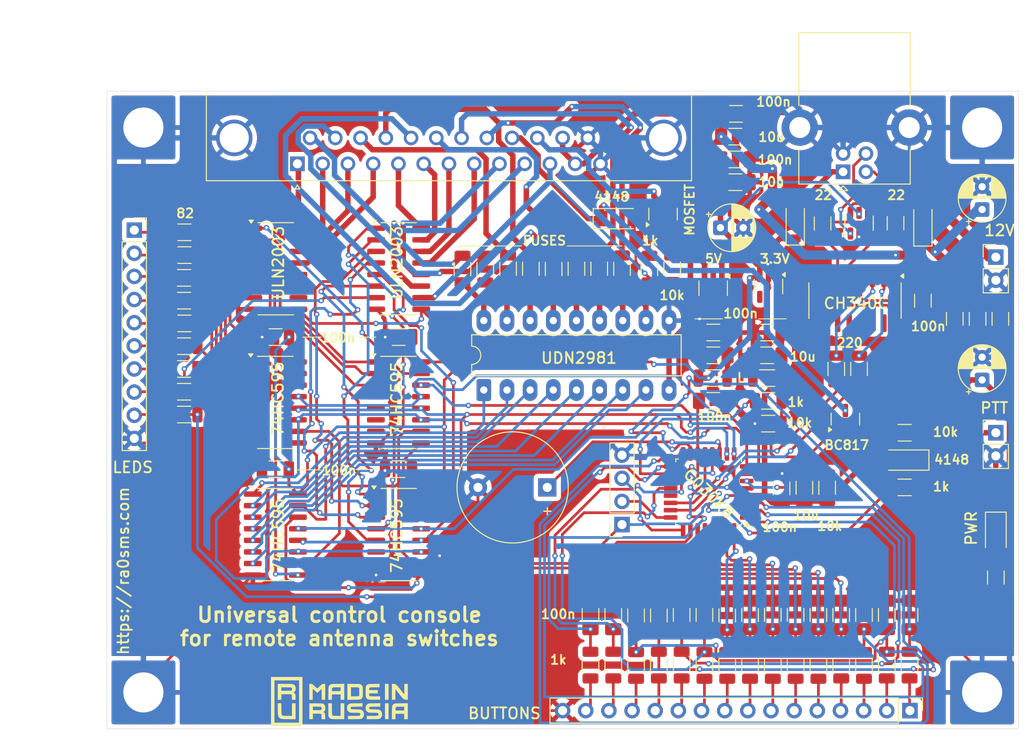
<source format=kicad_pcb>
(kicad_pcb (version 20241229) (generator "pcbnew") (generator_version "9.0")
  (layers (0 "F.Cu" signal) (2 "B.Cu" signal) (13 "F.Paste" user) (15 "B.Paste" user) (5 "F.SilkS" user "F.Silkscreen") (7 "B.SilkS" user "B.Silkscreen") (1 "F.Mask" user) (3 "B.Mask" user) (25 "Edge.Cuts" user))
  (net 0 "")
  (net 1 "GND")
  (net 2 "Net-(BZ1-+)")
  (net 3 "BTN_560")
  (net 4 "BTN_510")
  (net 5 "BTN_470")
  (net 6 "BTN_430")
  (net 7 "BTN_390")
  (net 8 "BTN_300")
  (net 9 "BTN_PA")
  (net 10 "BTN_NW")
  (net 11 "BTN_W")
  (net 12 "BTN_SW")
  (net 13 "BTN_S")
  (net 14 "BTN_SE")
  (net 15 "BTN_E")
  (net 16 "BTN_NE")
  (net 17 "BTN_N")
  (net 18 "3.3V")
  (net 19 "12V")
  (net 20 "5V")
  (net 21 "Net-(U3-V3)")
  (net 22 "Net-(U4-VOUT)")
  (net 23 "Net-(U12-VOUT)")
  (net 24 "PTT_IN")
  (net 25 "Net-(D1-A)")
  (net 26 "Net-(D2-A)")
  (net 27 "Net-(D3-K)")
  (net 28 "Net-(D3-A)")
  (net 29 "Net-(D4-A)")
  (net 30 "TX_GND")
  (net 31 "OUT1")
  (net 32 "Net-(U10-O1)")
  (net 33 "OUT2")
  (net 34 "Net-(U10-O2)")
  (net 35 "Net-(U10-O3)")
  (net 36 "OUT3")
  (net 37 "OUT4")
  (net 38 "Net-(U10-O4)")
  (net 39 "Net-(U10-O5)")
  (net 40 "OUT5")
  (net 41 "Net-(U10-O6)")
  (net 42 "OUT6")
  (net 43 "OUT7")
  (net 44 "Net-(U10-O7)")
  (net 45 "Net-(U10-O8)")
  (net 46 "OUT8")
  (net 47 "Net-(J1-Pin_3)")
  (net 48 "Net-(J1-Pin_10)")
  (net 49 "Net-(J1-Pin_12)")
  (net 50 "Net-(J1-Pin_1)")
  (net 51 "Net-(J1-Pin_14)")
  (net 52 "Net-(J1-Pin_7)")
  (net 53 "Net-(J1-Pin_11)")
  (net 54 "Net-(J1-Pin_8)")
  (net 55 "Net-(J1-Pin_6)")
  (net 56 "Net-(J1-Pin_4)")
  (net 57 "Net-(J1-Pin_15)")
  (net 58 "Net-(J1-Pin_9)")
  (net 59 "Net-(J1-Pin_5)")
  (net 60 "Net-(J1-Pin_13)")
  (net 61 "Net-(J1-Pin_2)")
  (net 62 "SWDIO")
  (net 63 "SWCLK")
  (net 64 "Net-(J5-Pin_2)")
  (net 65 "Net-(J5-Pin_7)")
  (net 66 "Net-(J5-Pin_4)")
  (net 67 "Net-(J5-Pin_8)")
  (net 68 "Net-(J5-Pin_3)")
  (net 69 "Net-(J5-Pin_5)")
  (net 70 "Net-(J5-Pin_6)")
  (net 71 "Net-(J5-Pin_1)")
  (net 72 "Net-(J5-Pin_9)")
  (net 73 "510")
  (net 74 "390")
  (net 75 "K4")
  (net 76 "K2")
  (net 77 "430")
  (net 78 "~{PA_ON}")
  (net 79 "470")
  (net 80 "560")
  (net 81 "K3")
  (net 82 "K1")
  (net 83 "300")
  (net 84 "PA_ON")
  (net 85 "Net-(J7-D-)")
  (net 86 "Net-(J7-D+)")
  (net 87 "Net-(Q1-G)")
  (net 88 "Net-(Q2-B)")
  (net 89 "Net-(U1-NRST)")
  (net 90 "Net-(R17-Pad2)")
  (net 91 "Net-(U3-UD+)")
  (net 92 "Net-(U3-UD-)")
  (net 93 "Net-(R18-Pad2)")
  (net 94 "TXD")
  (net 95 "Net-(U3-TXD)")
  (net 96 "RXD")
  (net 97 "Net-(U3-RXD)")
  (net 98 "Net-(U11-QA)")
  (net 99 "Net-(U11-QB)")
  (net 100 "Net-(U11-QC)")
  (net 101 "Net-(U11-QD)")
  (net 102 "Net-(U11-QE)")
  (net 103 "Net-(U11-QF)")
  (net 104 "Net-(U11-QG)")
  (net 105 "Net-(U11-QH)")
  (net 106 "PA_ON_3V")
  (net 107 "TX_GND_3V")
  (net 109 "OE")
  (net 110 "RCLK")
  (net 112 "SRCLK")
  (net 113 "SER")
  (net 124 "Net-(U5-QD)")
  (net 127 "Net-(U5-QC)")
  (net 129 "Net-(U5-QA)")
  (net 131 "Net-(U5-QB)")
  (net 132 "Net-(U5-QH')")
  (net 133 "Net-(U6-QE)")
  (net 134 "Net-(U6-QC)")
  (net 136 "Net-(U6-QD)")
  (net 137 "Net-(U6-QA)")
  (net 138 "Net-(U6-QH')")
  (net 139 "Net-(U6-QB)")
  (net 140 "Net-(U6-QF)")
  (net 142 "Net-(U10-I3)")
  (net 143 "Net-(U10-I6)")
  (net 144 "Net-(U10-I1)")
  (net 145 "Net-(U10-I7)")
  (net 146 "Net-(U10-I2)")
  (net 147 "Net-(U11-SER)")
  (net 148 "Net-(U10-I8)")
  (net 149 "Net-(U10-I4)")
  (net 150 "Net-(U10-I5)")
  (footprint "Capacitor_SMD:C_1206_3216Metric" (layer "F.Cu") (at 159.5 58 -90)
    (property "Reference" "C19" (hide yes))
    (property "Value" "100n")
  )
  (footprint "Capacitor_SMD:C_1206_3216Metric_Pad1.33x1.80mm_HandSolder" (layer "F.Cu") (at 124.54 90.5625 90)
    (property "Reference" "C3" (hide yes))
    (property "Value" "100n")
  )
  (footprint "Package_SO:SOIC-16_3.9x9.9mm_P1.27mm" (layer "F.Cu") (at 98.5 81.675)
    (property "Reference" "U6" (hide yes))
    (property "Value" "74HC595")
  )
  (footprint "Inductor_SMD:L_1206_3216Metric" (layer "F.Cu") (at 138.925 64.5)
    (property "Reference" "L1" (hide yes))
    (property "Value" "10u")
  )
  (footprint "Connector_Wire:SolderWire-6sqmm_1x01_D3.5mm_OD7mm" (layer "F.Cu") (at 162.5 99)
    (property "Reference" "J11" (hide yes))
    (property "Value" "GND")
  )
  (footprint "Resistor_SMD:R_1206_3216Metric" (layer "F.Cu") (at 154.54 96 -90)
    (property "Reference" "R1" (hide yes))
    (property "Value" "1k")
  )
  (footprint "Capacitor_SMD:C_1206_3216Metric_Pad1.33x1.80mm_HandSolder" (layer "F.Cu") (at 133 67)
    (property "Reference" "C37" (hide yes))
    (property "Value" "100n")
  )
  (footprint "Capacitor_SMD:C_1206_3216Metric_Pad1.33x1.80mm_HandSolder" (layer "F.Cu") (at 137.04 90.5 90)
    (property "Reference" "C8" (hide yes))
    (property "Value" "100n")
  )
  (footprint "Capacitor_SMD:C_1206_3216Metric_Pad1.33x1.80mm_HandSolder" (layer "F.Cu") (at 154.54 90.5 90)
    (property "Reference" "C15" (hide yes))
    (property "Value" "100n")
  )
  (footprint "Connector_Wire:SolderWire-6sqmm_1x01_D3.5mm_OD7mm" (layer "F.Cu") (at 70.5 37)
    (property "Reference" "J8" (hide yes))
    (property "Value" "GND")
  )
  (footprint "Capacitor_SMD:C_1206_3216Metric_Pad1.33x1.80mm_HandSolder" (layer "F.Cu") (at 138.925 62 180)
    (property "Reference" "C26" (hide yes))
    (property "Value" "10u")
  )
  (footprint "Resistor_SMD:R_1206_3216Metric" (layer "F.Cu") (at 144.54 96.0375 -90)
    (property "Reference" "R5" (hide yes))
    (property "Value" "1k")
  )
  (footprint "Resistor_SMD:R_1206_3216Metric" (layer "F.Cu") (at 149.54 96.0375 -90)
    (property "Reference" "R3" (hide yes))
    (property "Value" "1k")
  )
  (footprint "Package_TO_SOT_SMD:SOT-23" (layer "F.Cu") (at 127.5 46.5 90)
    (property "Reference" "Q1" (hide yes))
    (property "Value" "IRLML5203")
  )
  (footprint "Package_SO:SOIC-16_3.9x9.9mm_P1.27mm" (layer "F.Cu") (at 98.475 67.175)
    (property "Reference" "U5" (hide yes))
    (property "Value" "74HC595")
  )
  (footprint "Resistor_SMD:R_1206_3216Metric" (layer "F.Cu") (at 142.04 96.0375 -90)
    (property "Reference" "R6" (hide yes))
    (property "Value" "1k")
  )
  (footprint "LOGO" (layer "F.Cu") (at 92 100)
    (property "Reference" "G***" (hide yes))
    (property "Value" "LOGO" (hide yes))
  )
  (footprint "Resistor_SMD:R_1206_3216Metric" (layer "F.Cu") (at 122.04 96 -90)
    (property "Reference" "R14" (hide yes))
    (property "Value" "1k")
  )
  (footprint "Resistor_SMD:R_1206_3216Metric" (layer "F.Cu") (at 128.5 52.5 90)
    (property "Reference" "R32" (hide yes))
    (property "Value" "10k")
  )
  (footprint "Connector_Wire:SolderWire-6sqmm_1x01_D3.5mm_OD7mm" (layer "F.Cu") (at 70.5 99)
    (property "Reference" "J10" (hide yes))
    (property "Value" "GND")
  )
  (footprint "Resistor_SMD:R_1206_3216Metric" (layer "F.Cu") (at 123 52.5 90)
    (property "Reference" "F8" (hide yes))
    (property "Value" "Fuse")
  )
  (footprint "Package_DIP:DIP-18_W7.62mm_LongPads" (layer "F.Cu") (at 107.84 65.81 90)
    (property "Reference" "U10" (hide yes))
    (property "Value" "UDN2981")
  )
  (footprint "Capacitor_SMD:C_1206_3216Metric_Pad1.33x1.80mm_HandSolder" (layer "F.Cu") (at 138.925 59.5 180)
    (property "Reference" "C25" (hide yes))
    (property "Value" "100n")
  )
  (footprint "Resistor_SMD:R_1206_3216Metric" (layer "F.Cu") (at 74.9625 68.5)
    (property "Reference" "R30" (hide yes))
    (property "Value" "82")
  )
  (footprint "Resistor_SMD:R_1206_3216Metric" (layer "F.Cu") (at 124.54 96.0375 -90)
    (property "Reference" "R13" (hide yes))
    (property "Value" "1k")
  )
  (footprint "Resistor_SMD:R_1206_3216Metric" (layer "F.Cu") (at 105.5 52.5375 90)
    (property "Reference" "F1" (hide yes))
    (property "Value" "Fuse")
  )
  (footprint "Resistor_SMD:R_1206_3216Metric" (layer "F.Cu") (at 74.9625 56)
    (property "Reference" "R25" (hide yes))
    (property "Value" "82")
  )
  (footprint "Resistor_SMD:R_1206_3216Metric" (layer "F.Cu") (at 74.9625 53.5)
    (property "Reference" "R24" (hide yes))
    (property "Value" "82")
  )
  (footprint "Package_QFP:LQFP-32_7x7mm_P0.8mm" (layer "F.Cu") (at 132.5 77 180)
    (property "Reference" "U1" (hide yes))
    (property "Value" "STM32G030K8")
  )
  (footprint "Resistor_SMD:R_1206_3216Metric" (layer "F.Cu") (at 74.9625 61)
    (property "Reference" "R27" (hide yes))
    (property "Value" "82")
  )
  (footprint "Capacitor_SMD:C_1206_3216Metric_Pad1.33x1.80mm_HandSolder" (layer "F.Cu") (at 135.4375 38)
    (property "Reference" "C32" (hide yes))
    (property "Value" "10u")
  )
  (footprint "Capacitor_SMD:C_1206_3216Metric_Pad1.33x1.80mm_HandSolder" (layer "F.Cu") (at 127.04 90.5625 90)
    (property "Reference" "C4" (hide yes))
    (property "Value" "100n")
  )
  (footprint "Resistor_SMD:R_1206_3216Metric" (layer "F.Cu") (at 127.04 96 -90)
    (property "Reference" "R12" (hide yes))
    (property "Value" "1k")
  )
  (footprint "Connector_PinHeader_2.54mm:PinHeader_1x02_P2.54mm_Vertical" (layer "F.Cu") (at 164 51.225)
    (property "Reference" "J4" (hide yes))
    (property "Value" "12-14V")
  )
  (footprint "Connector_PinHeader_2.54mm:PinHeader_1x02_P2.54mm_Vertical" (layer "F.Cu") (at 164 70.5)
    (property "Reference" "J3" (hide yes))
    (property "Value" "PTT_IN")
  )
  (footprint "Capacitor_SMD:C_1206_3216Metric_Pad1.33x1.80mm_HandSolder" (layer "F.Cu") (at 152.04 90.5 90)
    (property "Reference" "C14" (hide yes))
    (property "Value" "100n")
  )
  (footprint "Resistor_SMD:R_1206_3216Metric" (layer "F.Cu") (at 153 47.5 90)
    (property "Reference" "R17" (hide yes))
    (property "Value" "22")
  )
  (footprint "Capacitor_SMD:C_1206_3216Metric" (layer "F.Cu") (at 164.5 58 -90)
    (property "Reference" "C21" (hide yes))
    (property "Value" "100n")
  )
  (footprint "Connector_PinHeader_2.54mm:PinHeader_1x16_P2.54mm_Vertical" (layer "F.Cu") (at 154.58 101 -90)
    (property "Reference" "J1" (hide yes))
    (property "Value" "BUTTONS")
  )
  (footprint "Resistor_SMD:R_1206_3216Metric" (layer "F.Cu") (at 108 52.5375 90)
    (property "Reference" "F2" (hide yes))
    (property "Value" "Fuse")
  )
  (footprint "Capacitor_SMD:C_1206_3216Metric_Pad1.33x1.80mm_HandSolder" (layer "F.Cu") (at 132.04 90.5 90)
    (property "Reference" "C6" (hide yes))
    (property "Value" "100n")
  )
  (footprint "Capacitor_THT:CP_Radial_D5.0mm_P2.50mm" (layer "F.Cu") (at 162.5 46 90)
    (property "Reference" "C18" (hide yes))
    (property "Value" "47uF")
  )
  (footprint "Capacitor_SMD:C_1206_3216Metric" (layer "F.Cu") (at 85 60)
    (property "Reference" "C31" (hide yes))
    (property "Value" "100n")
  )
  (footprint "LED_SMD:LED_1206_3216Metric" (layer "F.Cu") (at 164 81.5 -90)
    (property "Reference" "D4" (hide yes))
    (property "Value" "PWR")
  )
  (footprint "Capacitor_SMD:C_1206_3216Metric_Pad1.33x1.80mm_HandSolder" (layer "F.Cu") (at 135.4375 43)
    (property "Reference" "C22" (hide yes))
    (property "Value" "10u")
  )
  (footprint "Capacitor_SMD:C_1206_3216Metric_Pad1.33x1.80mm_HandSolder" (layer "F.Cu") (at 134.54 90.5625 90)
    (property "Reference" "C7" (hide yes))
    (property "Value" "100n")
  )
  (footprint "Capacitor_SMD:C_1206_3216Metric_Pad1.33x1.80mm_HandSolder" (layer "F.Cu") (at 135.4375 40.5)
    (property "Reference" "C23" (hide yes))
    (property "Value" "100n")
  )
  (footprint "Resistor_SMD:R_1206_3216Metric" (layer "F.Cu") (at 129.54 96 -90)
    (property "Reference" "R11" (hide yes))
    (property "Value" "1k")
  )
  (footprint "Resistor_SMD:R_1206_3216Metric" (layer "F.Cu") (at 137.04 96.0375 -90)
    (property "Reference" "R8" (hide yes))
    (property "Value" "1k")
  )
  (footprint "Resistor_SMD:R_1206_3216Metric" (layer "F.Cu") (at 115.5 52.5375 90)
    (property "Reference" "F5" (hide yes))
    (property "Value" "Fuse")
  )
  (footprint "Capacitor_SMD:C_1206_3216Metric" (layer "F.Cu") (at 98.5 60)
    (property "Reference" "C28" (hide yes))
    (property "Value" "100n")
  )
  (footprint "Resistor_SMD:R_1206_3216Metric" (layer "F.Cu") (at 139.0375 67 180)
    (property "Reference" "R36" (hide yes))
    (property "Value" "1k")
  )
  (footprint "Resistor_SMD:R_1206_3216Metric" (layer "F.Cu") (at 147.04 96 -90)
    (property "Reference" "R4" (hide yes))
    (property "Value" "1k")
  )
  (footprint "Package_SO:SOIC-16_3.9x9.9mm_P1.27mm" (layer "F.Cu") (at 98.5 52.5)
    (property "Reference" "U9" (hide yes))
    (property "Value" "ULN2003A")
  )
  (footprint "Resistor_SMD:R_1206_3216Metric" (layer "F.Cu") (at 120.5 52.5 90)
    (property "Reference" "F7" (hide yes))
    (property "Value" "Fuse")
  )
  (footprint "Package_TO_SOT_SMD:SOT-23" (layer "F.Cu") (at 147.5 69 90)
    (property "Reference" "Q2" (hide yes))
    (property "Value" "BC817")
  )
  (footprint "Resistor_SMD:R_1206_3216Metric" (layer "F.Cu") (at 164 86.4 -90)
    (property "Reference" "R21" (hide yes))
    (property "Value" "1k")
  )
  (footprint "Resistor_SMD:R_1206_3216Metric" (layer "F.Cu") (at 154 70.5)
    (property "Reference" "R33" (hide yes))
    (property "Value" "10k")
  )
  (footprint "Buzzer_Beeper:Buzzer_12x9.5RM7.6" (layer "F.Cu") (at 114.8 76.5 180)
    (property "Reference" "BZ1" (hide yes))
    (property "Value" "Buzzer")
  )
  (footprint "Resistor_SMD:R_1206_3216Metric" (layer "F.Cu") (at 139.0375 69.5)
    (property "Reference" "R35" (hide yes))
    (property "Value" "10k")
  )
  (footprint "Resistor_SMD:R_1206_3216Metric" (layer "F.Cu") (at 146.5 63.5 90)
    (property "Reference" "R20" (hide yes))
    (property "Value" "220")
  )
  (footprint "Resistor_SMD:R_1206_3216Metric" (layer "F.Cu") (at 132.04 96.0375 -90)
    (property "Reference" "R10" (hide yes))
    (property "Value" "1k")
  )
  (footprint "Resistor_SMD:R_1206_3216Metric" (layer "F.Cu") (at 152.04 96 -90)
    (property "Reference" "R2" (hide yes))
    (property "Value" "1k")
  )
  (footprint "Connector_Dsub:DSUB-25_Socket_Horizontal_P2.77x2.84mm_EdgePinOffset4.94mm_Housed_MountingHolesOffset4.94mm" (layer "F.Cu") (at 87.395 40.98 180)
    (property "Reference" "J6" (hide yes))
    (property "Value" "OUTPUTS")
  )
  (footprint "Capacitor_SMD:C_1206_3216Metric_Pad1.33x1.80mm_HandSolder" (layer "F.Cu") (at 119.54 90.5 90)
    (property "Reference" "C1" (hide yes))
    (property "Value" "100n")
  )
  (footprint "Resistor_SMD:R_1206_3216Metric" (layer "F.Cu") (at 75 58.5)
    (property "Reference" "R26" (hide yes))
    (property "Value" "82")
  )
  (footprint "Resistor_SMD:R_1206_3216Metric" (layer "F.Cu") (at 154 76.5)
    (property "Reference" "R34" (hide yes))
    (property "Value" "1k")
  )
  (footprint "Connector_PinSocket_2.54mm:PinSocket_1x10_P2.54mm_Vertical" (layer "F.Cu") (at 69.5 48.26)
    (property "Reference" "J5" (hide yes))
    (property "Value" "LEDS")
  )
  (footprint "Capacitor_SMD:C_1206_3216Metric" (layer "F.Cu") (at 98.475 74.5)
    (property "Reference" "C29" (hide yes))
    (property "Value" "100n")
  )
  (footprint "Resistor_SMD:R_1206_3216Metric" (layer "F.Cu") (at 145 47.5375 90)
    (property "Reference" "R18" (hide yes))
    (property "Value" "22")
  )
  (footprint "Capacitor_SMD:C_1206_3216Metric_Pad1.33x1.80mm_HandSolder" (layer "F.Cu") (at 142.04 90.5 90)
    (property "Reference" "C10" (hide yes))
    (property "Value" "100n")
  )
  (footprint "Connector_Wire:SolderWire-6sqmm_1x01_D3.5mm_OD7mm" (layer "F.Cu") (at 162.5 37)
    (property "Reference" "J9" (hide yes))
    (property "Value" "GND")
  )
  (footprint "Diode_SMD:D_MiniMELF" (layer "F.Cu") (at 154 73.5 180)
    (property "Reference" "D3" (hide yes))
    (property "Value" "LL4148")
  )
  (footprint "Capacitor_SMD:C_1206_3216Metric_Pad1.33x1.80mm_HandSolder" (layer "F.Cu") (at 129.54 90.5 90)
    (property "Reference" "C5" (hide yes))
    (property "Value" "100n")
  )
  (footprint "Resistor_SMD:R_1206_3216Metric" (layer "F.Cu") (at 134.54 96.0375 -90)
    (property "Reference" "R9" (hide yes))
    (property "Value" "1k")
  )
  (footprint "Package_TO_SOT_SMD:SOT-23-5" (layer "F.Cu") (at 139.0625 54.45 -90)
    (property "Reference" "U4" (hide yes))
    (property "Value" "RS3002-3.3-YF5")
  )
  (footprint "Capacitor_SMD:C_1206_3216Metric_Pad1.33x1.80mm_HandSolder" (layer "F.Cu") (at 144.54 90.5 90)
    (property "Reference" "C11" (hide yes))
    (property "Value" "100n")
  )
  (footprint "Capacitor_THT:CP_Radial_D5.0mm_P2.50mm" (layer "F.Cu") (at 162.5 64.705113 90)
    (property "Reference" "C27" (hide yes))
    (property "Value" "47uF")
  )
  (footprint "Connector_PinSocket_2.54mm:PinSocket_1x04_P2.54mm_Vertical" (layer "F.Cu") (at 123 80.58 180)
    (property "Reference" "J2" (hide yes))
    (property "Value" "SWD")
  )
  (footprint "Diode_SMD:D_MiniMELF" (layer "F.Cu") (at 122.5 47)
    (property "Reference" "D5" (hide yes))
    (property "Value" "LL4148")
  )
  (footprint "Capacitor_SMD:C_1206_3216Metric" (layer "F.Cu") (at 156 56 90)
    (property "Reference" "C24" (hide yes))
    (property "Value" "100n")
  )
  (footprint "Resistor_SMD:R_1206_3216Metric" (layer "F.Cu") (at 139.54 96.0375 -90)
    (property "Reference" "R7" (hide yes))
    (property "Value" "1k")
  )
  (footprint "Capacitor_SMD:C_1206_3216Metric_Pad1.33x1.80mm_HandSolder" (layer "F.Cu") (at 133.0125 62 180)
    (property "Reference" "C35" (hide yes))
    (property "Value" "10u")
  )
  (footprint "Resistor_SMD:R_1206_3216Metric" (layer "F.Cu") (at 74.9625 66)
    (property "Reference" "R29" (hide yes))
    (property "Value" "82")
  )
  (footprint "Diode_SMD:D_SOD-123" (layer "F.Cu") (at 142 47.5375 90)
    (property "Reference" "D2" (hide yes))
    (property "Value" "MBR0520")
  )
  (footprint "Capacitor_SMD:C_1206_3216Metric" (layer "F.Cu") (at 84.975 74.5)
    (property "Reference" "C30" (hide yes))
    (property "Value" "100n")
  )
  (footprint "Capacitor_SMD:C_1206_3216Metric_Pad1.33x1.80mm_HandSolder" (layer "F.Cu") (at 135.5 35.5)
    (property "Reference" "C33" (hide yes))
    (property "Value" "100n")
  )
  (footprint "Capacitor_SMD:C_1206_3216Metric" (layer "F.Cu") (at 162 58 -90)
    (property "Reference" "C20" (hide yes))
    (property "Value" "100n")
  )
  (footprint "Package_SO:SOIC-16_3.9x9.9mm_P1.27mm" (layer "F.Cu") (at 84.975 67.175)
    (property "Reference" "U11" (hide yes))
    (property "Value" "74HC595")
  )
  (footprint "Resistor_SMD:R_1206_3216Metric" (layer "F.Cu") (at 113 52.5 90)
    (property "Reference" "F4" (hide yes))
    (property "Value" "Fuse")
  )
  (footprint "Resistor_SMD:R_1206_3216Metric" (layer "F.Cu") (at 126 52.5375 90)
    (property "Reference" "R31" (hide yes))
    (property "Value" "1k")
  )
  (footprint "Capacitor_SMD:C_1206_3216Metric_Pad1.33x1.80mm_HandSolder" (layer "F.Cu") (at 143 76.5375 90)
    (property "Reference" "C17" (hide yes))
    (property "Value" "10u")
  )
  (footprint "Capacitor_SMD:C_1206_3216Metric_Pad1.33x1.80mm_HandSolder" (layer "F.Cu") (at 147.04 90.5 90)
    (property "Reference" "C12" (hide yes))
    (property "Value" "100n")
  )
  (footprint "Resistor_SMD:R_1206_3216Metric" (layer "F.Cu") (at 75 51)
    (property "Reference" "R23" (hide yes))
    (property "Value" "82")
  )
  (footprint "Connector_USB:USB_B_Lumberg_2411_02_Horizontal" (layer "F.Cu") (at 147.25 41.86 90)
    (property "Reference" "J7" (hide yes))
    (property "Value" "USB_B")
  )
  (footprint "Resistor_SMD:R_1206_3216Metric" (layer "F.Cu") (at 74.9625 63.5)
    (property "Reference" "R28" (hide yes))
    (property "Value" "82")
  )
  (footprint "Package_TO_SOT_SMD:SOT-23-6" (layer "F.Cu") (at 149 47.5 90)
    (property "Reference" "U2" (hide yes))
    (property "Value" "USBLC6")
  )
  (footprint "Package_SO:SOIC-16_3.9x9.9mm_P1.27mm" (layer "F.Cu") (at 84.975 81.675)
    (property "Reference" "U7" (hide yes))
    (property "Value" "74HC595")
  )
  (footprint "Package_SO:SOIC-16_3.9x9.9mm_P1.27mm" (layer "F.Cu") (at 85.025 52.5)
    (property "Reference" "U8" (hide yes))
    (property "Value" "ULN2003A")
  )
  (footprint "Capacitor_THT:CP_Radial_D5.0mm_P2.50mm" (layer "F.Cu") (at 133.794888 48)
    (property "Reference" "C36" (hide yes))
    (property "Value" "47uF")
  )
  (footprint "Resistor_SMD:R_1206_3216Metric" (layer "F.Cu") (at 118 52.5 90)
    (property "Reference" "F6" (hide yes))
    (property "Value" "Fuse")
  )
  (footprint "Capacitor_SMD:C_1206_3216Metric_Pad1.33x1.80mm_HandSolder" (layer "F.Cu") (at 140.5 76.6 90)
    (property "Reference" "C16" (hide yes))
    (property "Value" "100n")
  )
  (footprint "Inductor_SMD:L_1206_3216Metric" (layer "F.Cu") (at 132.95 64.5 180)
    (property "Reference" "L2" (hide yes))
    (property "Value" "10u")
  )
  (footprint "Capacitor_SMD:C_1206_3216Metric_Pad1.33x1.80mm_HandSolder" (layer "F.Cu") (at 139.54 90.5 90)
    (property "Reference" "C9" (hide yes))
    (property "Value" "100n")
  )
  (footprint "Capacitor_SMD:C_1206_3216Metric_Pad1.33x1.80mm_HandSolder" (layer "F.Cu") (at 122.04 90.5 90)
    (property "Reference" "C2" (hide yes))
    (property "Value" "100n")
  )
  (footprint "Resistor_SMD:R_1206_3216Metric" (layer "F.Cu") (at 119.54 96 -90)
    (property "Reference" "R15" (hide yes))
    (property "Value" "1k")
  )
  (footprint "Resistor_SMD:R_1206_3216Metric" (layer "F.Cu") (at 110.5 52.5 90)
    (property "Reference" "F3" (hide yes))
    (property "Value" "Fuse")
  )
  (footprint "Resistor_SMD:R_1206_3216Metric" (layer "F.Cu") (at 149 63.5 90)
    (property "Reference" "R19" (hide yes))
    (property "Value" "220")
  )
  (footprint "Capacitor_SMD:C_1206_3216Metric_Pad1.33x1.80mm_HandSolder" (layer "F.Cu") (at 133.0125 59.5 180)
    (property "Reference" "C34" (hide yes))
    (property "Value" "100n")
  )
  (footprint "Capacitor_SMD:C_1206_3216Metric_Pad1.33x1.80mm_HandSolder" (layer "F.Cu") (at 149.54 90.5 90)
    (property "Reference" "C13" (hide yes))
    (property "Value" "100n")
  )
  (footprint "Resistor_SMD:R_1206_3216Metric" (layer "F.Cu") (at 145.5 76.5375 -90)
    (property "Reference" "R16" (hide yes))
    (property "Value" "10k")
  )
  (footprint "Resistor_SMD:R_1206_3216Metric" (layer "F.Cu") (at 75 48.5)
    (property "Reference" "R22" (hide yes))
    (property "Value" "82")
  )
  (footprint "Diode_SMD:D_SOD-123" (layer "F.Cu") (at 156 47.65 90)
    (property "Reference" "D1" (hide yes))
    (property "Value" "MBR0520")
  )
  (footprint "Package_TO_SOT_SMD:SOT-23-5" (layer "F.Cu") (at 133 54.6375 -90)
    (property "Reference" "U12" (hide yes))
    (property "Value" "RS3002-5.0-YF5")
  )
  (footprint "Package_SO:SOIC-16_3.9x9.9mm_P1.27mm" (layer "F.Cu") (at 148.555 56 -90)
    (property "Reference" "U3" (hide yes))
    (property "Value" "CH340C")
  )
  (gr_line (start 90 60) (end 88 60) (stroke (width 0.1)) (layer "F.SilkS"))
  (gr_line (start 94 60) (end 96 60) (stroke (width 0.1)) (layer "F.SilkS"))
  (gr_line (start 93.843198 74.532733) (end 96.202142 74.525196) (stroke (width 0.1)) (layer "F.SilkS"))
  (gr_line (start 117 50) (end 123 50) (stroke (width 0.1)) (layer "F.SilkS"))
  (gr_line (start 112 50) (end 105 50) (stroke (width 0.1)) (layer "F.SilkS"))
  (gr_line (start 134 58) (end 131 58) (stroke (width 0.1)) (layer "F.SilkS"))
  (gr_line (start 89.952131 74.572422) (end 87.391901 74.570415) (stroke (width 0.1)) (layer "F.SilkS"))
  (gr_line (start 138 58) (end 141 58) (stroke (width 0.1)) (layer "F.SilkS"))
  (gr_rect (start 66.5 33) (end 166.5 103) (stroke (width 0.05)) (fill no) (layer "Edge.Cuts"))
  (gr_text "82" (at 74 47 0) (layer "F.SilkS") (effects (font (size 1 1) (thickness 0.2) (bold yes)) (justify left bottom)))
  (gr_text "100n" (at 138.298632 81.445572 0) (layer "F.SilkS") (effects (font (size 1 1) (thickness 0.2) (bold yes)) (justify left bottom)))
  (gr_text "10u" (at 141.6612 80.17021 0) (layer "F.SilkS") (effects (font (size 1 1) (thickness 0.2) (bold yes)) (justify left bottom)))
  (gr_text "22" (at 152 45 0) (layer "F.SilkS") (effects (font (size 1 1) (thickness 0.2) (bold yes)) (justify left bottom)))
  (gr_text "5V" (at 132 52 0) (layer "F.SilkS") (effects (font (size 1 1) (thickness 0.2) (bold yes)) (justify left bottom)))
  (gr_text "PTT" (at 162.186993 68.488128 0) (layer "F.SilkS") (effects (font (size 1.2 1.2) (thickness 0.2) (bold yes)) (justify left bottom)))
  (gr_text "1k" (at 115 96 0) (layer "F.SilkS") (effects (font (size 1 1) (thickness 0.2) (bold yes)) (justify left bottom)))
  (gr_text "https://ra0sms.com" (at 69 95 90) (layer "F.SilkS") (effects (font (size 1.2 1.2) (thickness 0.2) (bold yes)) (justify left bottom)))
  (gr_text "100n" (at 154.578724 59.411775 0) (layer "F.SilkS") (effects (font (size 1 1) (thickness 0.2) (bold yes)) (justify left bottom)))
  (gr_text "10u" (at 141.300033 62.738853 0) (layer "F.SilkS") (effects (font (size 1 1) (thickness 0.2) (bold yes)) (justify left bottom)))
  (gr_text "10u" (at 137.848576 43.55974 0) (layer "F.SilkS") (effects (font (size 1 1) (thickness 0.2) (bold yes)) (justify left bottom)))
  (gr_text "10k" (at 127 56 0) (layer "F.SilkS") (effects (font (size 1 1) (thickness 0.2) (bold yes)) (justify left bottom)))
  (gr_text "100n" (at 89.83961 60.642413 0) (layer "F.SilkS") (effects (font (size 1 1) (thickness 0.2) (bold yes)) (justify left bottom)))
  (gr_text "BC817" (at 145.088055 72.439599 0) (layer "F.SilkS") (effects (font (size 1 1) (thickness 0.2) (bold yes)) (justify left bottom)))
  (gr_text "74HC595" (at 85.95 71 90) (layer "F.SilkS") (effects (font (size 1.2 1.2) (thickness 0.2) (bold yes)) (justify left bottom)))
  (gr_text "LEDS" (at 67 75 0) (layer "F.SilkS") (effects (font (size 1.2 1.2) (thickness 0.2) (bold yes)) (justify left bottom)))
  (gr_text "CH340C" (at 145 57 0) (layer "F.SilkS") (effects (font (size 1.2 1.2) (thickness 0.2) (bold yes)) (justify left bottom)))
  (gr_text "1k" (at 141.043577 67.712628 0) (layer "F.SilkS") (effects (font (size 1 1) (thickness 0.2) (bold yes)) (justify left bottom)))
  (gr_text "10k" (at 144.302317 81.328364 0) (layer "F.SilkS") (effects (font (size 1 1) (thickness 0.2) (bold yes)) (justify left bottom)))
  (gr_text "74HC595" (at 99 71 90) (layer "F.SilkS") (effects (font (size 1.2 1.2) (thickness 0.2) (bold yes)) (justify left bottom)))
  (gr_text "MOSFET" (at 131 49 90) (layer "F.SilkS") (effects (font (size 1 1) (thickness 0.2) (bold yes)) (justify left bottom)))
  (gr_text "PWR" (at 162 83 90) (layer "F.SilkS") (effects (font (size 1.2 1.2) (thickness 0.2) (bold yes)) (justify left bottom)))
  (gr_text "10u" (at 137.848576 38.631352 0) (layer "F.SilkS") (effects (font (size 1 1) (thickness 0.2) (bold yes)) (justify left bottom)))
  (gr_text "G030K8" (at 129.466982 75.122361 315) (layer "F.SilkS") (effects (font (size 1.2 1.2) (thickness 0.2) (bold yes)) (justify left bottom)))
  (gr_text "220" (at 146.40329 61.218356 0) (layer "F.SilkS") (effects (font (size 1 1) (thickness 0.2) (bold yes)) (justify left bottom)))
  (gr_text "100n" (at 137.611805 34.765582 0) (layer "F.SilkS") (effects (font (size 1 1) (thickness 0.2) (bold yes)) (justify left bottom)))
  (gr_text "74HC595" (at 99 86 90) (layer "F.SilkS") (effects (font (size 1.2 1.2) (thickness 0.2) (bold yes)) (justify left bottom)))
  (gr_text "ULN2003" (at 99 56 90) (layer "F.SilkS") (effects (font (size 1.2 1.2) (thickness 0.2) (bold yes)) (justify left bottom)))
  (gr_text "Universal control console\nfor remote antenna switches" (at 92 94 0) (layer "F.SilkS") (effects (font (size 1.6 1.6) (thickness 0.32) (bold yes)) (justify bottom)))
  (gr_text "L" (at 135.512272 65.049909 0) (layer "F.SilkS") (effects (font (size 1 1) (thickness 0.2) (bold yes)) (justify left bottom)))
  (gr_text "100n" (at 137.781064 41.129302 0) (layer "F.SilkS") (effects (font (size 1 1) (thickness 0.2) (bold yes)) (justify left bottom)))
  (gr_text "100n" (at 134 58 0) (layer "F.SilkS") (effects (font (size 1 1) (thickness 0.2) (bold yes)) (justify left bottom)))
  (gr_text "10k" (at 141 70 0) (layer "F.SilkS") (effects (font (size 1 1) (thickness 0.2) (bold yes)) (justify left bottom)))
  (gr_text "ULN2003" (at 86 56 90) (layer "F.SilkS") (effects (font (size 1.2 1.2) (thickness 0.2) (bold yes)) (justify left bottom)))
  (gr_text "3.3V" (at 138 52 0) (layer "F.SilkS") (effects (font (size 1 1) (thickness 0.2) (bold yes)) (justify left bottom)))
  (gr_text "100n" (at 89.952131 75.22504 0) (layer "F.SilkS") (effects (font (size 1 1) (thickness 0.2) (bold yes)) (justify left bottom)))
  (gr_text "100n" (at 131.137484 69.350243 0) (layer "F.SilkS") (effects (font (size 1 1) (thickness 0.2) (bold yes)) (justify left bottom)))
  (gr_text "74HC595" (at 86 86 90) (layer "F.SilkS") (effects (font (size 1.2 1.2) (thickness 0.2) (bold yes)) (justify left bottom)))
  (gr_text "BUTTONS" (at 106 102 0) (layer "F.SilkS") (effects (font (size 1.2 1.2) (thickness 0.2) (bold yes)) (justify left bottom)))
  (gr_text "1k" (at 125.09 50 0) (layer "F.SilkS") (effects (font (size 1 1) (thickness 0.2) (bold yes)) (justify left bottom)))
  (gr_text "1k" (at 157 77 0) (layer "F.SilkS") (effects (font (size 1 1) (thickness 0.2) (bold yes)) (justify left bottom)))
  (gr_text "22" (at 144 45 0) (layer "F.SilkS") (effects (font (size 1 1) (thickness 0.2) (bold yes)) (justify left bottom)))
  (gr_text "FUSES" (at 112 50 0) (layer "F.SilkS") (effects (font (size 1 1) (thickness 0.2) (bold yes)) (justify left bottom)))
  (gr_text "12V" (at 162.62 49 0) (layer "F.SilkS") (effects (font (size 1.2 1.2) (thickness 0.2) (bold yes)) (justify left bottom)))
  (gr_text "4148" (at 119.84 45.182324 0) (layer "F.SilkS") (effects (font (size 1 1) (thickness 0.2) (bold yes)) (justify left bottom)))
  (gr_text "100n" (at 114 91 0) (layer "F.SilkS") (effects (font (size 1 1) (thickness 0.2) (bold yes)) (justify left bottom)))
  (gr_text "UDN2981" (at 114 63 0) (layer "F.SilkS") (effects (font (size 1.2 1.2) (thickness 0.2) (bold yes)) (justify left bottom)))
  (gr_text "4148" (at 157.122341 74.045008 0) (layer "F.SilkS") (effects (font (size 1 1) (thickness 0.2) (bold yes)) (justify left bottom)))
  (gr_text "10k" (at 157 71 0) (layer "F.SilkS") (effects (font (size 1 1) (thickness 0.2) (bold yes)) (justify left bottom)))
  (segment (start 159.5 59.475) (end 162 59.475) (width 0.6) (layer "F.Cu") (net 1))
  (segment (start 131.5 59.45) (end 131.45 59.5) (width 0.3) (layer "F.Cu") (net 1))
  (segment (start 70.5 98.12) (end 70.5 99) (width 0.3) (layer "F.Cu") (net 1))
  (segment (start 137 43) (end 137 40.5) (width 0.3) (layer "F.Cu") (net 1))
  (segment (start 135 67) (end 136 66) (width 0.3) (layer "F.Cu") (net 1))
  (segment (start 131.5 58) (end 131.5 59.45) (width 0.3) (layer "F.Cu") (net 1))
  (segment (start 141 35.5) (end 142.5 37) (width 0.3) (layer "F.Cu") (net 1))
  (segment (start 107.2 76.5) (end 107.2 79.8) (width 0.3) (layer "F.Cu") (net 1))
  (segment (start 137 40.5) (end 137 38) (width 0.3) (layer "F.Cu") (net 1))
  (segment (start 82.5 71.62) (end 70 71.62) (width 0.3) (layer "F.Cu") (net 1))
  (segment (start 97 72.62) (end 96 71.62) (width 0.3) (layer "F.Cu") (net 1))
  (segment (start 147.04 88.9375) (end 149.54 88.9375) (width 0.3) (layer "F.Cu") (net 1))
  (segment (start 83.5 72.62) (end 82.5 71.62) (width 0.3) (layer "F.Cu") (net 1))
  (segment (start 133 54.162499) (end 133 53.5) (width 0.3) (layer "F.Cu") (net 1))
  (segment (start 98 70.082959) (end 98 64) (width 0.3) (layer "F.Cu") (net 1))
  (segment (start 88 101) (end 86 99) (width 0.3) (layer "F.Cu") (net 1))
  (segment (start 142.04 88.9375) (end 144.54 88.9375) (width 0.3) (layer "F.Cu") (net 1))
  (segment (start 82.5 86.12) (end 70.5 98.12) (width 0.3) (layer "F.Cu") (net 1))
  (segment (start 137 38) (end 137 35.5625) (width 0.3) (layer "F.Cu") (net 1))
  (segment (start 164 80.1) (end 164 73.04) (width 0.6) (layer "F.Cu") (net 1))
  (segment (start 139 52) (end 139 53.25) (width 0.3) (layer "F.Cu") (net 1))
  (segment (start 140.5625 74.975) (end 140.5 75.0375) (width 0.3) (layer "F.Cu") (net 1))
  (segment (start 97.025 60) (end 97.025 57.945) (width 0.3) (layer "F.Cu") (net 1))
  (segment (start 131.45 59.5) (end 131.45 62) (width 0.3) (layer "F.Cu") (net 1))
  (segment (start 124.4775 88.9375) (end 124.54 89) (width 0.3) (layer "F.Cu") (net 1))
  (segment (start 137.04 88.9375) (end 134.6025 88.9375) (width 0.3) (layer "F.Cu") (net 1))
  (segment (start 134.063678 54.5135) (end 133.351001 54.5135) (width 0.3) (layer "F.Cu") (net 1))
  (segment (start 143 74.975) (end 140.5625 74.975) (width 0.3) (layer "F.Cu") (net 1))
  (segment (start 152.04 88.9375) (end 154.54 88.9375) (width 0.3) (layer "F.Cu") (net 1))
  (segment (start 136.294888 43.705112) (end 137 43) (width 0.3) (layer "F.Cu") (net 1))
  (segment (start 137.3625 59.5) (end 137.3625 57.812322) (width 0.3) (layer "F.Cu") (net 1))
  (segment (start 83.145 99) (end 70.5 99) (width 0.3) (layer "F.Cu") (net 1))
  (segment (start 119.54 88.9375) (end 122.04 88.9375) (width 0.3) (layer "F.Cu") (net 1))
  (segment (start 127.04 89) (end 129.4775 89) (width 0.3) (layer "F.Cu") (net 1))
  (segment (start 143 74.975) (end 143.4125 74.975) (width 0.3) (layer "F.Cu") (net 1))
  (segment (start 122.04 88.9375) (end 124.4775 88.9375) (width 0.3) (layer "F.Cu") (net 1))
  (segment (start 153 53.525) (end 154 54.525) (width 0.3) (layer "F.Cu") (net 1))
  (segment (start 149 48.6375) (end 149 49) (width 0.3) (layer "F.Cu") (net 1))
  (segment (start 137.3625 57.812322) (end 134.063678 54.5135) (width 0.3) (layer "F.Cu") (net 1))
  (segment (start 96 71.62) (end 96.462959 71.62) (width 0.3) (layer "F.Cu") (net 1))
  (segment (start 124.25 47) (end 124.25 41.455) (width 0.3) (layer "F.Cu") (net 1))
  (segment (start 129.4775 89) (end 129.54 88.9375) (width 0.3) (layer "F.Cu") (net 1))
  (segment (start 133 57.95) (end 131.45 59.5) (width 0.3) (layer "F.Cu") (net 1))
  (segment (start 129.54 88.9375) (end 132.04 88.9375) (width 0.3) (layer "F.Cu") (net 1))
  (segment (start 137.04 88.9375) (end 139.54 88.9375) (width 0.3) (layer "F.Cu") (net 1))
  (segment (start 154.54 88.9375) (end 162.5 96.8975) (width 0.3) (layer "F.Cu") (net 1))
  (segment (start 143.4125 74.975) (end 148.45 69.9375) (width 0.3) (layer "F.Cu") (net 1))
  (segment (start 135.075 67) (end 137.575 69.5) (width 0.3) (layer "F.Cu") (net 1))
  (segment (start 136.294888 48) (end 136.294888 43.705112) (width 0.3) (layer "F.Cu") (net 1))
  (segment (start 97.025 57.945) (end 96.025 56.945) (width 0.3) (layer "F.Cu") (net 1))
  (segment (start 96.462959 71.62) (end 98 70.082959) (width 0.3) (layer "F.Cu") (net 1))
  (segment (start 107.2 79.8) (end 103 84) (width 0.3) (layer "F.Cu") (net 1))
  (segment (start 144.54 88.9375) (end 147.04 88.9375) (width 0.3) (layer "F.Cu") (net 1))
  (segment (start 154 54.525) (end 156 54.525) (width 0.3) (layer "F.Cu") (net 1))
  (segment (start 124.25 41.455) (end 127.565 38.14) (width 0.3) (layer "F.Cu") (net 1))
  (segment (start 139.0625 53.3125) (end 139.0625 57.8) (width 0.3) (layer "F.Cu") (net 1))
  (segment (start 158 57.975) (end 159.5 59.475) (width 0.3) (layer "F.Cu") (net 1))
  (segment (start 134.4775 88.9375) (end 134.54 89) (width 0.3) (layer "F.Cu") (net 1))
  (segment (start 162 59.475) (end 164.5 59.475) (width 0.6) (layer "F.Cu") (net 1))
  (segment (start 133.351001 54.5135) (end 133 54.162499) (width 0.3) (layer "F.Cu") (net 1))
  (segment (start 132.04 88.9375) (end 134.4775 88.9375) (width 0.3) (layer "F.Cu") (net 1))
  (segment (start 134.5625 67) (end 135.075 67) (width 0.3) (layer "F.Cu") (net 1))
  (segment (start 116.48 101) (end 88 101) (width 0.3) (layer "F.Cu") (net 1))
  (segment (start 134.6025 88.9375) (end 134.54 89) (width 0.3) (layer "F.Cu") (net 1))
  (segment (start 70 71.62) (end 69.5 71.12) (width 0.3) (layer "F.Cu") (net 1))
  (segment (start 86 99) (end 70.5 99) (width 0.3) (layer "F.Cu") (net 1))
  (segment (start 124.54 89) (end 127.04 89) (width 0.3) (layer "F.Cu") (net 1))
  (segment (start 136 66) (end 136 63.3625) (width 0.3) (layer "F.Cu") (net 1))
  (segment (start 97 74.5) (end 97 74.656) (width 0.3) (layer "F.Cu") (net 1))
  (segment (start 97 74.5) (end 97 72.62) (width 0.3) (layer "F.Cu") (net 1))
  (segment (start 137 35.5625) (end 137.0625 35.5) (width 0.3) (layer "F.Cu") (net 1))
  (segment (start 134.5625 67) (end 135 67) (width 0.3) (layer "F.Cu") (net 1))
  (segment (start 156 54.525) (end 158 56.525) (width 0.3) (layer "F.Cu") (net 1))
  (segment (start 136 63.3625) (end 137.3625 62) (width 0.3) (layer "F.Cu") (net 1))
  (segment (start 83.525 60) (end 83.525 57.92) (width 0.3) (layer "F.Cu") (net 1))
  (segment (start 134.6 76.6) (end 136.675 76.6) (width 0.3) (layer "F.Cu") (net 1))
  (segment (start 149.54 88.9375) (end 152.04 88.9375) (width 0.3) (layer "F.Cu") (net 1))
  (segment (start 83.525 57.92) (end 82.55 56.945) (width 0.3) (layer "F.Cu") (net 1))
  (segment (start 137.0625 35.5) (end 141 35.5) (width 0.3) (layer "F.Cu") (net 1))
  (segment (start 137.3625 59.5) (end 137.3625 62) (width 0.3) (layer "F.Cu") (net 1))
  (segment (start 96.025 86.12) (end 83.145 99) (width 0.3) (layer "F.Cu") (net 1))
  (segment (start 133 53.5) (end 133 57.95) (width 0.3) (layer "F.Cu") (net 1))
  (segment (start 134.5 76.5) (end 134.6 76.6) (width 0.3) (layer "F.Cu") (net 1))
  (segment (start 139.0625 57.8) (end 137.3625 59.5) (width 0.3) (layer "F.Cu") (net 1))
  (segment (start 162.5 96.8975) (end 162.5 99) (width 0.3) (layer "F.Cu") (net 1))
  (segment (start 158 56.525) (end 158 57.975) (width 0.3) (layer "F.Cu") (net 1))
  (segment (start 139.54 88.9375) (end 142.04 88.9375) (width 0.3) (layer "F.Cu") (net 1))
  (segment (start 139 53.25) (end 139.0625 53.3125) (width 0.3) (layer "F.Cu") (net 1))
  (segment (start 83.5 74.5) (end 83.5 72.62) (width 0.3) (layer "F.Cu") (net 1))
  (via (at 97.025 60) (size 0.6) (drill 0.3) (layers "F.Cu" "B.Cu") (net 1))
  (via (at 140.5625 74.975) (size 0.6) (drill 0.3) (layers "F.Cu" "B.Cu") (net 1))
  (via (at 96.025 86.12) (size 0.6) (drill 0.3) (layers "F.Cu" "B.Cu") (net 1))
  (via (at 103 84) (size 0.6) (drill 0.3) (layers "F.Cu" "B.Cu") (net 1))
  (via (at 137.575 69.5) (size 0.6) (drill 0.3) (layers "F.Cu" "B.Cu") (net 1))
  (via (at 134.5 76.5) (size 0.6) (drill 0.3) (layers "F.Cu" "B.Cu") (net 1))
  (via (at 98 64) (size 0.6) (drill 0.3) (layers "F.Cu" "B.Cu") (net 1))
  (via (at 97 74.656) (size 0.6) (drill 0.3) (layers "F.Cu" "B.Cu") (net 1))
  (via (at 83.525 60) (size 0.6) (drill 0.3) (layers "F.Cu" "B.Cu") (net 1))
  (via (at 149 49) (size 0.6) (drill 0.3) (layers "F.Cu" "B.Cu") (net 1))
  (via (at 131.5 58) (size 0.6) (drill 0.3) (layers "F.Cu" "B.Cu") (net 1))
  (via (at 139 52) (size 0.6) (drill 0.3) (layers "F.Cu" "B.Cu") (net 1))
  (segment (start 142.5 73.0375) (end 142.5 71) (width 0.3) (layer "B.Cu") (net 1))
  (segment (start 165.699 59.5) (end 165.699 52.066) (width 0.6) (layer "B.Cu") (net 1))
  (segment (start 70.5 72.12) (end 69.5 71.12) (width 0.6) (layer "B.Cu") (net 1))
  (segment (start 154.5 43.5) (end 154.5 37) (width 0.3) (layer "B.Cu") (net 1))
  (segment (start 162.5 99) (end 165.5 96) (width 0.6) (layer "B.Cu") (net 1))
  (segment (start 165.699 52.066) (end 164 53.765) (width 0.6) (layer "B.Cu") (net 1))
  (segment (start 127.565 38.14) (end 131.904 33.801) (width 0.6) (layer "B.Cu") (net 1))
  (segment (start 129 73.5) (end 132 76.5) (width 0.3) (layer "B.Cu") (net 1))
  (segment (start 68.12 71.12) (end 69.5 71.12) (width 0.6) (layer "B.Cu") (net 1))
  (segment (start 147.25 39.86) (end 147.25 37.75) (width 0.6) (layer "B.Cu") (net 1))
  (segment (start 123.226 33.801) (end 127.565 38.14) (width 0.6) (layer "B.Cu") (net 1))
  (segment (start 165.699 71.341) (end 165.699 59.5) (width 0.6) (layer "B.Cu") (net 1))
  (segment (start 128.16 58.19) (end 131.31 58.19) (width 0.3) (layer "B.Cu") (net 1))
  (segment (start 128.46 72.96) (end 129 73.5) (width 0.3) (layer "B.Cu") (net 1))
  (segment (start 100.88 86.12) (end 96.025 86.12) (width 0.3) (layer "B.Cu") (net 1))
  (segment (start 162.5 62.205113) (end 163.993887 62.205113) (width 0.6) (layer "B.Cu") (net 1))
  (segment (start 139.075 71) (end 137.575 69.5) (width 0.3) (layer "B.Cu") (net 1))
  (segment (start 123.475 38.14) (end 120.635 40.98) (width 0.6) (layer "B.Cu") (net 1))
  (segment (start 165.699 46.699) (end 165.699 52.066) (width 0.6) (layer "B.Cu") (net 1))
  (segment (start 70.5 99) (end 72.5 101) (width 0.6) (layer "B.Cu") (net 1))
  (segment (start 67.301 40.199) (end 67.301 70.301) (width 0.6) (layer "B.Cu") (net 1))
  (segment (start 136.025 74.975) (end 134.5 76.5) (width 0.3) (layer "B.Cu") (net 1))
  (segment (start 162.5 43.5) (end 162.5 37) (width 0.6) (layer "B.Cu") (net 1))
  (segment (start 165.5 96) (end 165.5 74.54) (width 0.6) (layer "B.Cu") (net 1))
  (segment (start 70.5 37) (end 67.301 40.199) (width 0.6) (layer "B.Cu") (net 1))
  (segment (start 154.5 37) (end 146.5 37) (width 0.6) (layer "B.Cu") (net 1))
  (segment (start 120.635 39.525) (end 119.25 38.14) (width 0.6) (layer "B.Cu") (net 1))
  (segment (start 103 84) (end 100.88 86.12) (width 0.3) (layer "B.Cu") (net 1))
  (segment (start 131.904 33.801) (end 141.301 33.801) (width 0.6) (layer "B.Cu") (net 1))
  (segment (start 123 72.96) (end 128.46 72.96) (width 0.3) (layer "B.Cu") (net 1))
  (segment (start 147.25 37.75) (end 146.5 37) (width 0.6) (layer "B.Cu") (net 1))
  (segment (start 136.294888 48) (end 136.294888 49.294888) (width 0.3) (layer "B.Cu") (net 1))
  (segment (start 127.565 38.14) (end 123.475 38.14) (width 0.6) (layer "B.Cu") (net 1))
  (segment (start 140.5625 74.975) (end 142.5 73.0375) (width 0.3) (layer "B.Cu") (net 1))
  (segment (start 84.804 33.801) (end 123.226 33.801) (width 0.6) (layer "B.Cu") (net 1))
  (segment (start 67.301 70.301) (end 68.12 71.12) (width 0.6) (layer "B.Cu") (net 1))
  (segment (start 80.465 38.14) (end 84.804 33.801) (width 0.6) (layer "B.Cu") (net 1))
  (segment (start 71.64 38.14) (end 70.5 37) (width 0.6) (layer "B.Cu") (net 1))
  (segment (start 141.301 33.801) (end 142.5 35) (width 0.6) (layer "B.Cu") (net 1))
  (segment (start 142.5 35) (end 142.5 37) (width 0.6) (layer "B.Cu") (net 1))
  (segment (start 132 76.5) (end 134.5 76.5) (width 0.3) (layer "B.Cu") (net 1))
  (segment (start 164 73.04) (end 165.699 71.341) (width 0.6) (layer "B.Cu") (net 1))
  (segment (start 76.5 63) (end 76.5 64.12) (width 0.3) (layer "B.Cu") (net 1))
  (segment (start 131.31 58.19) (end 131.5 58) (width 0.3) (layer "B.Cu") (net 1))
  (segment (start 98 64) (end 98 60.975) (width 0.3) (layer "B.Cu") (net 1))
  (segment (start 165.699 60.5) (end 165.699 59.5) (width 0.6) (layer "B.Cu") (net 1))
  (segment (start 136.294888 49.294888) (end 139 52) (width 0.3) (layer "B.Cu") (net 1))
  (segment (start 146.5 37) (end 142.5 37) (width 0.6) (layer "B.Cu") (net 1))
  (segment (start 162.5 43.5) (end 165.699 46.699) (width 0.6) (layer "B.Cu") (net 1))
  (segment (start 163.993887 62.205113) (end 165.699 60.5) (width 0.6) (layer "B.Cu") (net 1))
  (segment (start 149 49) (end 154.5 43.5) (width 0.3) (layer "B.Cu") (net 1))
  (segment (start 70.5 99) (end 70.5 72.12) (width 0.6) (layer "B.Cu") (net 1))
  (segment (start 98 60.975) (end 97.025 60) (width 0.3) (layer "B.Cu") (net 1))
  (segment (start 79.5 60) (end 76.5 63) (width 0.3) (layer "B.Cu") (net 1))
  (segment (start 105.356 74.656) (end 107.2 76.5) (width 0.3) (layer "B.Cu") (net 1))
  (segment (start 120.635 40.98) (end 120.635 39.525) (width 0.6) (layer "B.Cu") (net 1))
  (segment (start 165.5 74.54) (end 164 73.04) (width 0.6) (layer "B.Cu") (net 1))
  (segment (start 162.5 37) (end 154.5 37) (width 0.6) (layer "B.Cu") (net 1))
  (segment (start 97 74.656) (end 105.356 74.656) (width 0.3) (layer "B.Cu") (net 1))
  (segment (start 76.5 64.12) (end 69.5 71.12) (width 0.3) (layer "B.Cu") (net 1))
  (segment (start 80.465 38.14) (end 71.64 38.14) (width 0.6) (layer "B.Cu") (net 1))
  (segment (start 140.5625 74.975) (end 136.025 74.975) (width 0.3) (layer "B.Cu") (net 1))
  (segment (start 142.5 71) (end 139.075 71) (width 0.3) (layer "B.Cu") (net 1))
  (segment (start 83.525 60) (end 79.5 60) (width 0.3) (layer "B.Cu") (net 1))
  (segment (start 133.7 71.7) (end 133.7 72.825) (width 0.3) (layer "F.Cu") (net 2))
  (segment (start 119.8 71.5) (end 128.5 71.5) (width 0.3) (layer "F.Cu") (net 2))
  (segment (start 133.5 71.5) (end 133.7 71.7) (width 0.3) (layer "F.Cu") (net 2))
  (segment (start 114.8 76.5) (end 119.8 71.5) (width 0.3) (layer "F.Cu") (net 2))
  (via (at 133.5 71.5) (size 0.6) (drill 0.3) (layers "F.Cu" "B.Cu") (net 2))
  (via (at 128.5 71.5) (size 0.6) (drill 0.3) (layers "F.Cu" "B.Cu") (net 2))
  (segment (start 133.397997 71.602003) (end 133.5 71.5) (width 0.3) (layer "B.Cu") (net 2))
  (segment (start 128.5 71.5) (end 128.602003 71.602003) (width 0.3) (layer "B.Cu") (net 2))
  (segment (start 128.602003 71.602003) (end 133.397997 71.602003) (width 0.3) (layer "B.Cu") (net 2))
  (segment (start 131.804066 79.71538) (end 132.013686 79.925) (width 0.3) (layer "F.Cu") (net 3))
  (segment (start 132.1 75.9) (end 130.5 77.5) (width 0.3) (layer "F.Cu") (net 3))
  (segment (start 130.36538 79.71538) (end 131.804066 79.71538) (width 0.3) (layer "F.Cu") (net 3))
  (segment (start 132.1 72.825) (end 132.1 75.9) (width 0.3) (layer "F.Cu") (net 3))
  (segment (start 119.54 92.0625) (end 119.54 94.5375) (width 0.3) (layer "F.Cu") (net 3))
  (via (at 130.36538 79.71538) (size 0.6) (drill 0.3) (layers "F.Cu" "B.Cu") (net 3))
  (via (at 130.5 77.5) (size 0.6) (drill 0.3) (layers "F.Cu" "B.Cu") (net 3))
  (via (at 119.54 92.0625) (size 0.6) (drill 0.3) (layers "F.Cu" "B.Cu") (net 3))
  (via (at 132.013686 79.925) (size 0.6) (drill 0.3) (layers "F.Cu" "B.Cu") (net 3))
  (segment (start 130.5 77.5) (end 130.5 79.58076) (width 0.3) (layer "B.Cu") (net 3))
  (segment (start 116 92) (end 119.4775 92) (width 0.3) (layer "B.Cu") (net 3))
  (segment (start 132.013686 79.925) (end 129.938686 82) (width 0.3) (layer "B.Cu") (net 3))
  (segment (start 130.5 79.58076) (end 130.36538 79.71538) (width 0.3) (layer "B.Cu") (net 3))
  (segment (start 115 82) (end 115 91) (width 0.3) (layer "B.Cu") (net 3))
  (segment (start 119.4775 92) (end 119.54 92.0625) (width 0.3) (layer "B.Cu") (net 3))
  (segment (start 129.938686 82) (end 115 82) (width 0.3) (layer "B.Cu") (net 3))
  (segment (start 115 91) (end 116 92) (width 0.3) (layer "B.Cu") (net 3))
  (segment (start 122.04 92.0625) (end 122.04 94.5375) (width 0.3) (layer "F.Cu") (net 4))
  (segment (start 132.9 74.9) (end 132.934313 74.934313) (width 0.3) (layer "F.Cu") (net 4))
  (segment (start 124.299 76.701) (end 120.701 76.701) (width 0.3) (layer "F.Cu") (net 4))
  (segment (start 124.70962 76.29038) (end 124.299 76.701) (width 0.3) (layer "F.Cu") (net 4))
  (segment (start 130.65 74.230762) (end 129.515323 75.365439) (width 0.3) (layer "F.Cu") (net 4))
  (segment (start 129.515323 75.365439) (end 129.515323 77.003344) (width 0.3) (layer "F.Cu") (net 4))
  (segment (start 120.701 76.701) (end 115.65 81.752) (width 0.3) (layer "F.Cu") (net 4))
  (segment (start 132.9 72.825) (end 132.9 74.9) (width 0.3) (layer "F.Cu") (net 4))
  (segment (start 115.65 81.752) (end 115.65 84) (width 0.3) (layer "F.Cu") (net 4))
  (via (at 129.515323 77.003344) (size 0.6) (drill 0.3) (layers "F.Cu" "B.Cu") (net 4))
  (via (at 130.65 74.230762) (size 0.6) (drill 0.3) (layers "F.Cu" "B.Cu") (net 4))
  (via (at 122.04 92.0625) (size 0.6) (drill 0.3) (layers "F.Cu" "B.Cu") (net 4))
  (via (at 124.70962 76.29038) (size 0.6) (drill 0.3) (layers "F.Cu" "B.Cu") (net 4))
  (via (at 132.934313 74.934313) (size 0.6) (drill 0.3) (layers "F.Cu" "B.Cu") (net 4))
  (via (at 115.65 84) (size 0.6) (drill 0.3) (layers "F.Cu" "B.Cu") (net 4))
  (segment (start 131.353551 74.934313) (end 130.65 74.230762) (width 0.3) (layer "B.Cu") (net 4))
  (segment (start 129.515323 77.003344) (end 125.422584 77.003344) (width 0.3) (layer "B.Cu") (net 4))
  (segment (start 116 91) (end 116.4115 91.4115) (width 0.3) (layer "B.Cu") (net 4))
  (segment (start 116.4115 91.4115) (end 121.389 91.4115) (width 0.3) (layer "B.Cu") (net 4))
  (segment (start 125.422584 77.003344) (end 124.70962 76.29038) (width 0.3) (layer "B.Cu") (net 4))
  (segment (start 115.65 84) (end 115.65 90.648) (width 0.3) (layer "B.Cu") (net 4))
  (segment (start 121.389 91.4115) (end 122.04 92.0625) (width 0.3) (layer "B.Cu") (net 4))
  (segment (start 115.65 90.648) (end 116 90.998) (width 0.3) (layer "B.Cu") (net 4))
  (segment (start 116 90.998) (end 116 91) (width 0.3) (layer "B.Cu") (net 4))
  (segment (start 132.934313 74.934313) (end 131.353551 74.934313) (width 0.3) (layer "B.Cu") (net 4))
  (segment (start 151.39 93.475) (end 151.29763 93.475) (width 0.3) (layer "F.Cu") (net 5))
  (segment (start 150.5 95.5) (end 133.62263 95.5) (width 0.3) (layer "F.Cu") (net 5))
  (segment (start 137.175003 80.300003) (end 139 80.300003) (width 0.3) (layer "F.Cu") (net 5))
  (segment (start 150.766 94.00663) (end 150.766 95.234) (width 0.3) (layer "F.Cu") (net 5))
  (segment (start 133.29 95.16737) (end 133.29 93.847914) (width 0.3) (layer "F.Cu") (net 5))
  (segment (start 136.675 79.8) (end 137.175003 80.300003) (width 0.3) (layer "F.Cu") (net 5))
  (segment (start 124.54 92.125) (end 124.54 94.575) (width 0.3) (layer "F.Cu") (net 5))
  (segment (start 133.62263 95.5) (end 133.29 95.16737) (width 0.3) (layer "F.Cu") (net 5))
  (segment (start 151.29763 93.475) (end 150.766 94.00663) (width 0.3) (layer "F.Cu") (net 5))
  (segment (start 150.766 95.234) (end 150.5 95.5) (width 0.3) (layer "F.Cu") (net 5))
  (via (at 139 80.300003) (size 0.6) (drill 0.3) (layers "F.Cu" "B.Cu") (net 5))
  (via (at 151.39 93.475) (size 0.6) (drill 0.3) (layers "F.Cu" "B.Cu") (net 5))
  (via (at 124.54 94.575) (size 0.6) (drill 0.3) (layers "F.Cu" "B.Cu") (net 5))
  (via (at 133.29 93.847914) (size 0.6) (drill 0.3) (layers "F.Cu" "B.Cu") (net 5))
  (segment (start 152.887 82.887) (end 152.887 83) (width 0.3) (layer "B.Cu") (net 5))
  (segment (start 133.29 93.847914) (end 125.267086 93.847914) (width 0.3) (layer "B.Cu") (net 5))
  (segment (start 152.887 91.978) (end 151.39 93.475) (width 0.3) (layer "B.Cu") (net 5))
  (segment (start 139 80.300003) (end 150.300003 80.300003) (width 0.3) (layer "B.Cu") (net 5))
  (segment (start 150.300003 80.300003) (end 152.887 82.887) (width 0.3) (layer "B.Cu") (net 5))
  (segment (start 152.887 83) (end 152.887 91.978) (width 0.3) (layer "B.Cu") (net 5))
  (segment (start 125.267086 93.847914) (end 124.54 94.575) (width 0.3) (layer "B.Cu") (net 5))
  (segment (start 157.15 96.5) (end 155.075442 96.5) (width 0.3) (layer "F.Cu") (net 6))
  (segment (start 127.04 92.125) (end 127.04 94.5375) (width 0.3) (layer "F.Cu") (net 6))
  (segment (start 138.345628 78.2) (end 138.822814 78.677186) (width 0.3) (layer "F.Cu") (net 6))
  (segment (start 131.451211 96.5) (end 127.04 96.5) (width 0.3) (layer "F.Cu") (net 6))
  (segment (start 155.075442 96.5) (end 154.975442 96.4) (width 0.3) (layer "F.Cu") (net 6))
  (segment (start 131.513711 96.4375) (end 131.451211 96.5) (width 0.3) (layer "F.Cu") (net 6))
  (segment (start 136.675 78.2) (end 138.345628 78.2) (width 0.3) (layer "F.Cu") (net 6))
  (segment (start 127.04 96.5) (end 127.04 94.5375) (width 0.3) (layer "F.Cu") (net 6))
  (via (at 157.15 96.5) (size 0.6) (drill 0.3) (layers "F.Cu" "B.Cu") (net 6))
  (via (at 138.822814 78.677186) (size 0.6) (drill 0.3) (layers "F.Cu" "B.Cu") (net 6))
  (via (at 131.513711 96.4375) (size 0.6) (drill 0.3) (layers "F.Cu" "B.Cu") (net 6))
  (via (at 154.975442 96.4) (size 0.6) (drill 0.3) (layers "F.Cu" "B.Cu") (net 6))
  (segment (start 138.822814 78.677186) (end 150.468666 78.677186) (width 0.3) (layer "B.Cu") (net 6))
  (segment (start 157.15 95.94148) (end 157.15 96.5) (width 0.3) (layer "B.Cu") (net 6))
  (segment (start 131.576211 96.5) (end 131.513711 96.4375) (width 0.3) (layer "B.Cu") (net 6))
  (segment (start 153.889 82.111) (end 153.889 93.389) (width 0.3) (layer "B.Cu") (net 6))
  (segment (start 154.975442 96.4) (end 154.875442 96.5) (width 0.3) (layer "B.Cu") (net 6))
  (segment (start 154.875442 96.5) (end 131.576211 96.5) (width 0.3) (layer "B.Cu") (net 6))
  (segment (start 153.889 93.389) (end 154.5365 94.0365) (width 0.3) (layer "B.Cu") (net 6))
  (segment (start 150.468666 78.677186) (end 153.89574 82.10426) (width 0.3) (layer "B.Cu") (net 6))
  (segment (start 155.24502 94.0365) (end 157.15 95.94148) (width 0.3) (layer "B.Cu") (net 6))
  (segment (start 154.5365 94.0365) (end 155.24502 94.0365) (width 0.3) (layer "B.Cu") (net 6))
  (segment (start 153.89574 82.10426) (end 153.889 82.111) (width 0.3) (layer "B.Cu") (net 6))
  (segment (start 138.224974 79) (end 138.724974 79.5) (width 0.3) (layer "F.Cu") (net 7))
  (segment (start 153.266 93.569409) (end 153.266 95.10587) (width 0.3) (layer "F.Cu") (net 7))
  (segment (start 152.52187 95.85) (end 151.5 95.85) (width 0.3) (layer "F.Cu") (net 7))
  (segment (start 129.54 92.0625) (end 129.54 94.5375) (width 0.3) (layer "F.Cu") (net 7))
  (segment (start 138.724974 79.5) (end 139 79.5) (width 0.3) (layer "F.Cu") (net 7))
  (segment (start 132.4365 95.7865) (end 130.789 95.7865) (width 0.3) (layer "F.Cu") (net 7))
  (segment (start 130.789 95.7865) (end 129.54 94.5375) (width 0.3) (layer "F.Cu") (net 7))
  (segment (start 136.675 79) (end 136.5 79) (width 0.3) (layer "F.Cu") (net 7))
  (segment (start 153.263948 93.567357) (end 153.266 93.569409) (width 0.3) (layer "F.Cu") (net 7))
  (segment (start 136.5 79) (end 138.224974 79) (width 0.3) (layer "F.Cu") (net 7))
  (segment (start 132.5 95.85) (end 132.4365 95.7865) (width 0.3) (layer "F.Cu") (net 7))
  (segment (start 153.266 95.10587) (end 152.52187 95.85) (width 0.3) (layer "F.Cu") (net 7))
  (via (at 139 79.5) (size 0.6) (drill 0.3) (layers "F.Cu" "B.Cu") (net 7))
  (via (at 151.5 95.85) (size 0.6) (drill 0.3) (layers "F.Cu" "B.Cu") (net 7))
  (via (at 153.263948 93.567357) (size 0.6) (drill 0.3) (layers "F.Cu" "B.Cu") (net 7))
  (via (at 132.5 95.85) (size 0.6) (drill 0.3) (layers "F.Cu" "B.Cu") (net 7))
  (segment (start 153.388 93.443305) (end 153.263948 93.567357) (width 0.3) (layer "B.Cu") (net 7))
  (segment (start 153.388 84) (end 153.388 93.443305) (width 0.3) (layer "B.Cu") (net 7))
  (segment (start 150.5 79.5) (end 153.388 82.388) (width 0.3) (layer "B.Cu") (net 7))
  (segment (start 151.5 95.85) (end 132.5 95.85) (width 0.3) (layer "B.Cu") (net 7))
  (segment (start 153.388 82.388) (end 153.388 84) (width 0.3) (layer "B.Cu") (net 7))
  (segment (start 139 79.5) (end 150.5 79.5) (width 0.3) (layer "B.Cu") (net 7))
  (segment (start 128.325 76.6) (end 128.1 76.6) (width 0.3) (layer "F.Cu") (net 8))
  (segment (start 118.55526 79.55526) (end 116.450003 81.660517) (width 0.3) (layer "F.Cu") (net 8))
  (segment (start 128.1 76.6) (end 128 76.5) (width 0.3) (layer "F.Cu") (net 8))
  (segment (start 128.325 76.6) (end 127.09038 76.6) (width 0.3) (layer "F.Cu") (net 8))
  (segment (start 118.83152 79.279) (end 118.55526 79.55526) (width 0.3) (layer "F.Cu") (net 8))
  (segment (start 132.04 92.0625) (end 132.04 94.575) (width 0.3) (layer "F.Cu") (net 8))
  (segment (start 126.5 77.19038) (end 126.5 78.5) (width 0.3) (layer "F.Cu") (net 8))
  (segment (start 127.09038 76.6) (end 126.5 77.19038) (width 0.3) (layer "F.Cu") (net 8))
  (segment (start 125.35976 79.279) (end 118.83152 79.279) (width 0.3) (layer "F.Cu") (net 8))
  (segment (start 116.450003 81.660517) (end 116.450003 84) (width 0.3) (layer "F.Cu") (net 8))
  (segment (start 125.79038 79.70962) (end 125.35976 79.279) (width 0.3) (layer "F.Cu") (net 8))
  (via (at 116.450003 84) (size 0.6) (drill 0.3) (layers "F.Cu" "B.Cu") (net 8))
  (via (at 126.5 78.5) (size 0.6) (drill 0.3) (layers "F.Cu" "B.Cu") (net 8))
  (via (at 132.04 94.575) (size 0.6) (drill 0.3) (layers "F.Cu" "B.Cu") (net 8))
  (via (at 125.79038 79.70962) (size 0.6) (drill 0.3) (layers "F.Cu" "B.Cu") (net 8))
  (segment (start 124 96.5) (end 130.115 96.5) (width 0.3) (layer "B.Cu") (net 8))
  (segment (start 121.808654 90.9105) (end 123 92.101846) (width 0.3) (layer "B.Cu") (net 8))
  (segment (start 116.9105 90.9105) (end 121.808654 90.9105) (width 0.3) (layer "B.Cu") (net 8))
  (segment (start 116.450003 84) (end 116.450003 90.450003) (width 0.3) (layer "B.Cu") (net 8))
  (segment (start 126.5 79) (end 125.79038 79.70962) (width 0.3) (layer "B.Cu") (net 8))
  (segment (start 123 95.5) (end 124 96.5) (width 0.3) (layer "B.Cu") (net 8))
  (segment (start 130.115 96.5) (end 132.04 94.575) (width 0.3) (layer "B.Cu") (net 8))
  (segment (start 116.450003 90.450003) (end 116.9105 90.9105) (width 0.3) (layer "B.Cu") (net 8))
  (segment (start 126.5 78.5) (end 126.5 79) (width 0.3) (layer "B.Cu") (net 8))
  (segment (start 123 92.101846) (end 123 95.5) (width 0.3) (layer "B.Cu") (net 8))
  (segment (start 134.54 92.125) (end 134.54 94.575) (width 0.3) (layer "F.Cu") (net 9))
  (segment (start 135.3 83.3) (end 135.5 83.5) (width 0.3) (layer "F.Cu") (net 9))
  (segment (start 135.3 81.175) (end 135.3 83.3) (width 0.3) (layer "F.Cu") (net 9))
  (via (at 134.54 92.125) (size 0.6) (drill 0.3) (layers "F.Cu" "B.Cu") (net 9))
  (via (at 135.5 83.5) (size 0.6) (drill 0.3) (layers "F.Cu" "B.Cu") (net 9))
  (segment (start 134.5 84.5) (end 134.5 92.085) (width 0.3) (layer "B.Cu") (net 9))
  (segment (start 135.5 83.5) (end 134.5 84.5) (width 0.3) (layer "B.Cu") (net 9))
  (segment (start 134.5 92.085) (end 134.54 92.125) (width 0.3) (layer "B.Cu") (net 9))
  (segment (start 137.04 92.0625) (end 137.04 94.575) (width 0.3) (layer "F.Cu") (net 10))
  (segment (start 134.5 84) (end 135 84.5) (width 0.3) (layer "F.Cu") (net 10))
  (segment (start 134.5 81.175) (end 134.5 84) (width 0.3) (layer "F.Cu") (net 10))
  (segment (start 136.85 84.5) (end 137 84.35) (width 0.3) (layer "F.Cu") (net 10))
  (segment (start 135 84.5) (end 136.85 84.5) (width 0.3) (layer "F.Cu") (net 10))
  (via (at 137 84.35) (size 0.6) (drill 0.3) (layers "F.Cu" "B.Cu") (net 10))
  (via (at 137.04 92.0625) (size 0.6) (drill 0.3) (layers "F.Cu" "B.Cu") (net 10))
  (segment (start 137 92.0225) (end 137.04 92.0625) (width 0.3) (layer "B.Cu") (net 10))
  (segment (start 137 84.35) (end 137 92.0225) (width 0.3) (layer "B.Cu") (net 10))
  (segment (start 139.35 85) (end 139.5 84.85) (width 0.3) (layer "F.Cu") (net 11))
  (segment (start 139.54 92.0625) (end 139.54 94.575) (width 0.3) (layer "F.Cu") (net 11))
  (segment (start 133.7 84.7) (end 134 85) (width 0.3) (layer "F.Cu") (net 11))
  (segment (start 133.7 81.175) (end 133.7 84.7) (width 0.3) (layer "F.Cu") (net 11))
  (segment (start 134 85) (end 139.35 85) (width 0.3) (layer "F.Cu") (net 11))
  (via (at 139.54 92.0625) (size 0.6) (drill 0.3) (layers "F.Cu" "B.Cu") (net 11))
  (via (at 139.5 84.85) (size 0.6) (drill 0.3) (layers "F.Cu" "B.Cu") (net 11))
  (segment (start 139.5 92.0225) (end 139.54 92.0625) (width 0.3) (layer "B.Cu") (net 11))
  (segment (start 139.5 84.85) (end 139.5 92.0225) (width 0.3) (layer "B.Cu") (net 11))
  (segment (start 133 85.5) (end 141.85 85.5) (width 0.3) (layer "F.Cu") (net 12))
  (segment (start 142.04 92.0625) (end 142.04 94.575) (width 0.3) (layer "F.Cu") (net 12))
  (segment (start 141.85 85.5) (end 142 85.35) (width 0.3) (layer "F.Cu") (net 12))
  (segment (start 132.9 81.175) (end 132.9 85.4) (width 0.3) (layer "F.Cu") (net 12))
  (segment (start 132.9 85.4) (end 133 85.5) (width 0.3) (layer "F.Cu") (net 12))
  (via (at 142.04 92.0625) (size 0.6) (drill 0.3) (layers "F.Cu" "B.Cu") (net 12))
  (via (at 142 85.35) (size 0.6) (drill 0.3) (layers "F.Cu" "B.Cu") (net 12))
  (segment (start 142 85.35) (end 142 92.0225) (width 0.3) (layer "B.Cu") (net 12))
  (segment (start 142 92.0225) (end 142.04 92.0625) (width 0.3) (layer "B.Cu") (net 12))
  (segment (start 144.35 86) (end 144.5 85.85) (width 0.3) (layer "F.Cu") (net 13))
  (segment (start 144.54 92.0625) (end 144.54 94.575) (width 0.3) (layer "F.Cu") (net 13))
  (segment (start 132.5 86) (end 144.35 86) (width 0.3) (layer "F.Cu") (net 13))
  (segment (start 132.1 81.175) (end 132.1 85.6) (width 0.3) (layer "F.Cu") (net 13))
  (segment (start 132.1 85.6) (end 132.5 86) (width 0.3) (layer "F.Cu") (net 13))
  (via (at 144.54 92.0625) (size 0.6) (drill 0.3) (layers "F.Cu" "B.Cu") (net 13))
  (via (at 144.5 85.85) (size 0.6) (drill 0.3) (layers "F.Cu" "B.Cu") (net 13))
  (segment (start 144.5 92.0225) (end 144.54 92.0625) (width 0.3) (layer "B.Cu") (net 13))
  (segment (start 144.5 85.85) (end 144.5 92.0225) (width 0.3) (layer "B.Cu") (net 13))
  (segment (start 131.3 81.175) (end 131.3 85.8) (width 0.3) (layer "F.Cu") (net 14))
  (segment (start 147.04 92.0625) (end 147.04 94.5375) (width 0.3) (layer "F.Cu") (net 14))
  (segment (start 146.5 86.5) (end 147 87) (width 0.3) (layer "F.Cu") (net 14))
  (segment (start 131.3 85.8) (end 132 86.5) (width 0.3) (layer "F.Cu") (net 14))
  (segment (start 132 86.5) (end 146.5 86.5) (width 0.3) (layer "F.Cu") (net 14))
  (via (at 147 87) (size 0.6) (drill 0.3) (layers "F.Cu" "B.Cu") (net 14))
  (via (at 147.04 92.0625) (size 0.6) (drill 0.3) (layers "F.Cu" "B.Cu") (net 14))
  (segment (start 147 87) (end 147 92.0225) (width 0.3) (layer "B.Cu") (net 14))
  (segment (start 147 92.0225) (end 147.04 92.0625) (width 0.3) (layer "B.Cu") (net 14))
  (segment (start 127 74.35) (end 127.15 74.2) (width 0.3) (layer "F.Cu") (net 15))
  (segment (start 124.941479 75.65) (end 125.5 75.65) (width 0.3) (layer "F.Cu") (net 15))
  (segment (start 121.12024 74.299) (end 123.590479 74.299) (width 0.3) (layer "F.Cu") (net 15))
  (segment (start 123.590479 74.299) (end 124.941479 75.65) (width 0.3) (layer "F.Cu") (net 15))
  (segment (start 127.15 74.2) (end 128.325 74.2) (width 0.3) (layer "F.Cu") (net 15))
  (segment (start 149.54 92.0625) (end 149.54 94.575) (width 0.3) (layer "F.Cu") (net 15))
  (segment (start 120.57738 74.84186) (end 121.12024 74.299) (width 0.3) (layer "F.Cu") (net 15))
  (via (at 149.54 92.0625) (size 0.6) (drill 0.3) (layers "F.Cu" "B.Cu") (net 15))
  (via (at 125.5 75.65) (size 0.6) (drill 0.3) (layers "F.Cu" "B.Cu") (net 15))
  (via (at 120.57738 74.84186) (size 0.6) (drill 0.3) (layers "F.Cu" "B.Cu") (net 15))
  (via (at 127 74.35) (size 0.6) (drill 0.3) (layers "F.Cu" "B.Cu") (net 15))
  (segment (start 120.54652 74.662) (end 120.57738 74.69286) (width 0.3) (layer "B.Cu") (net 15))
  (segment (start 155.999 96.20752) (end 155.999 99.5) (width 0.3) (layer "B.Cu") (net 15))
  (segment (start 114.5 99.5) (end 114.5 80.70852) (width 0.3) (layer "B.Cu") (net 15))
  (segment (start 125.7 75.65) (end 127 74.35) (width 0.3) (layer "B.Cu") (net 15))
  (segment (start 149.54 92.958154) (end 152.186106 95.60426) (width 0.3) (layer "B.Cu") (net 15))
  (segment (start 155.999 99.5) (end 114.5 99.5) (width 0.3) (layer "B.Cu") (net 15))
  (segment (start 114.5 80.70852) (end 120.54652 74.662) (width 0.3) (layer "B.Cu") (net 15))
  (segment (start 155.39574 95.60426) (end 155.999 96.20752) (width 0.3) (layer "B.Cu") (net 15))
  (segment (start 120.57738 74.69286) (end 120.57738 74.84186) (width 0.3) (layer "B.Cu") (net 15))
  (segment (start 149.54 92.0625) (end 149.54 92.958154) (width 0.3) (layer "B.Cu") (net 15))
  (segment (start 125.5 75.65) (end 125.7 75.65) (width 0.3) (layer "B.Cu") (net 15))
  (segment (start 152.186106 95.60426) (end 155.39574 95.60426) (width 0.3) (layer "B.Cu") (net 15))
  (segment (start 126.5 73.61) (end 127.039998 73.61) (width 0.3) (layer "F.Cu") (net 16))
  (segment (start 129.450001 73.074999) (end 129.7 72.825) (width 0.3) (layer "F.Cu") (net 16))
  (segment (start 127.574999 73.074999) (end 129.450001 73.074999) (width 0.3) (layer "F.Cu") (net 16))
  (segment (start 152.04 92.0625) (end 152.04 94.5375) (width 0.3) (layer "F.Cu") (net 16))
  (segment (start 127.039998 73.61) (end 127.574999 73.074999) (width 0.3) (layer "F.Cu") (net 16))
  (via (at 126.5 73.61) (size 0.6) (drill 0.3) (layers "F.Cu" "B.Cu") (net 16))
  (via (at 152.04 94.5375) (size 0.6) (drill 0.3) (layers "F.Cu" "B.Cu") (net 16))
  (segment (start 120.339 74.161) (end 114 80.5) (width 0.3) (layer "B.Cu") (net 16))
  (segment (start 114 102.349) (end 156.151 102.349) (width 0.3) (layer "B.Cu") (net 16))
  (segment (start 125.949 74.161) (end 120.339 74.161) (width 0.3) (layer "B.Cu") (net 16))
  (segment (start 156.5 102) (end 156.5 96) (width 0.3) (layer "B.Cu") (net 16))
  (segment (start 155.0375 94.5375) (end 152.04 94.5375) (width 0.3) (layer "B.Cu") (net 16))
  (segment (start 156.151 102.349) (end 156.5 102) (width 0.3) (layer "B.Cu") (net 16))
  (segment (start 126.5 73.61) (end 125.949 74.161) (width 0.3) (layer "B.Cu") (net 16))
  (segment (start 114 80.5) (end 114 102.349) (width 0.3) (layer "B.Cu") (net 16))
  (segment (start 156.5 96) (end 155.0375 94.5375) (width 0.3) (layer "B.Cu") (net 16))
  (segment (start 130.35 64.5) (end 130.35 66.15) (width 0.3) (layer "F.Cu") (net 17))
  (segment (start 130.148999 71.724) (end 130.5 72.075001) (width 0.3) (layer "F.Cu") (net 17))
  (segment (start 124.15 70.5) (end 127.5 70.5) (width 0.3) (layer "F.Cu") (net 17))
  (segment (start 130.5 72.075001) (end 130.5 72.825) (width 0.3) (layer "F.Cu") (net 17))
  (segment (start 129.37437 71.724) (end 130.148999 71.724) (width 0.3) (layer "F.Cu") (net 17))
  (segment (start 124 70.35) (end 124.15 70.5) (width 0.3) (layer "F.Cu") (net 17))
  (segment (start 128.516309 72.312443) (end 128.785927 72.312443) (width 0.3) (layer "F.Cu") (net 17))
  (segment (start 130.35 66.15) (end 130 66.5) (width 0.3) (layer "F.Cu") (net 17))
  (segment (start 154.54 92.0625) (end 154.54 94.5375) (width 0.3) (layer "F.Cu") (net 17))
  (segment (start 128.785927 72.312443) (end 129.37437 71.724) (width 0.3) (layer "F.Cu") (net 17))
  (via (at 154.54 92.0625) (size 0.6) (drill 0.3) (layers "F.Cu" "B.Cu") (net 17))
  (via (at 124 70.35) (size 0.6) (drill 0.3) (layers "F.Cu" "B.Cu") (net 17))
  (via (at 130 66.5) (size 0.6) (drill 0.3) (layers "F.Cu" "B.Cu") (net 17))
  (via (at 128.516309 72.312443) (size 0.6) (drill 0.3) (layers "F.Cu" "B.Cu") (net 17))
  (via (at 130.35 64.5) (size 0.6) (drill 0.3) (layers "F.Cu" "B.Cu") (net 17))
  (via (at 127.5 70.5) (size 0.6) (drill 0.3) (layers "F.Cu" "B.Cu") (net 17))
  (segment (start 128.391789 72.312443) (end 128.516309 72.312443) (width 0.3) (layer "B.Cu") (net 17))
  (segment (start 154.54 92.04) (end 154.5 92) (width 0.3) (layer "B.Cu") (net 17))
  (segment (start 154.5 82) (end 153.5 81) (width 0.3) (layer "B.Cu") (net 17))
  (segment (start 127.5 70.5) (end 127.5 71.420654) (width 0.3) (layer "B.Cu") (net 17))
  (segment (start 130 66.5) (end 128.501 67.999) (width 0.3) (layer "B.Cu") (net 17))
  (segment (start 126.351 67.999) (end 124 70.35) (width 0.3) (layer "B.Cu") (net 17))
  (segment (start 127.5 71.420654) (end 128.391789 72.312443) (width 0.3) (layer "B.Cu") (net 17))
  (segment (start 137.651 65.151) (end 131.001 65.151) (width 0.3) (layer "B.Cu") (net 17))
  (segment (start 154.5 92) (end 154.5 82) (width 0.3) (layer "B.Cu") (net 17))
  (segment (start 128.501 67.999) (end 126.351 67.999) (width 0.3) (layer "B.Cu") (net 17))
  (segment (start 153.5 81) (end 137.651 65.151) (width 0.3) (layer "B.Cu") (net 17))
  (segment (start 131.001 65.151) (end 130.35 64.5) (width 0.3) (layer "B.Cu") (net 17))
  (segment (start 154.54 92.0625) (end 154.54 92.04) (width 0.3) (layer "B.Cu") (net 17))
  (segment (start 90.85 70.35) (end 87.45 70.35) (width 0.3) (layer "F.Cu") (net 18))
  (segment (start 155.344697 64.705113) (end 150.5 69.54981) (width 0.6) (layer "F.Cu") (net 18))
  (segment (start 161.257387 64.705113) (end 155.4625 70.5) (width 0.6) (layer "F.Cu") (net 18))
  (segment (start 139.4395 78.1625) (end 138.6385 77.3615) (width 0.6) (layer "F.Cu") (net 18))
  (segment (start 140.5625 78.1) (end 140.5 78.1625) (width 0.6) (layer "F.Cu") (net 18))
  (segment (start 92.343372 76.343372) (end 98.156628 76.343372) (width 0.3) (layer "F.Cu") (net 18))
  (segment (start 140.5 64.5) (end 138.6385 66.3615) (width 0.6) (layer "F.Cu") (net 18))
  (segment (start 150.5 69.54981) (end 150.5 73) (width 0.6) (layer "F.Cu") (net 18))
  (segment (start 99.15 70.35) (end 100.95 70.35) (width 0.3) (layer "F.Cu") (net 18))
  (segment (start 134.6 77.4) (end 136.675 77.4) (width 0.3) (layer "F.Cu") (net 18))
  (segment (start 100.15 84.85) (end 98.5 83.2) (width 0.3) (layer "F.Cu") (net 18))
  (segment (start 162.5 64.705113) (end 155.344697 64.705113) (width 0.6) (layer "F.Cu") (net 18))
  (segment (start 138.6385 76.5) (end 138.6385 77.1615) (width 0.6) (layer "F.Cu") (net 18))
  (segment (start 138.6385 77.3615) (end 138.6385 76.5) (width 0.6) (layer "F.Cu") (net 18))
  (segment (start 88.688 84.85) (end 92 81.538) (width 0.3) (layer "F.Cu") (net 18))
  (segment (start 98.5 83.2) (end 98.5 75.5) (width 0.3) (layer "F.Cu") (net 18))
  (segment (start 98.5 75.5) (end 98.5 71) (width 0.3) (layer "F.Cu") (net 18))
  (segment (start 98.156628 76.343372) (end 98.5 76) (width 0.3) (layer "F.Cu") (net 18))
  (segment (start 165.5 87.5) (end 165.5 67.705113) (width 0.6) (layer "F.Cu") (net 18))
  (segment (start 165.5 67.705113) (end 162.5 64.705113) (width 0.6) (layer "F.Cu") (net 18))
  (segment (start 100.975 84.85) (end 100.15 84.85) (width 0.3) (layer "F.Cu") (net 18))
  (segment (start 92 76) (end 92 71.5) (width 0.3) (layer "F.Cu") (net 18))
  (segment (start 143 78.1) (end 140.5625 78.1) (width 0.6) (layer "F.Cu") (net 18))
  (segment (start 150.5 73) (end 145.5 78) (width 0.6) (layer "F.Cu") (net 18))
  (segment (start 162.5 64.705113) (end 161.257387 64.705113) (width 0.6) (layer "F.Cu") (net 18))
  (segment (start 165.1375 87.8625) (end 165.5 87.5) (width 0.6) (layer "F.Cu") (net 18))
  (segment (start 98.5 71) (end 99.15 70.35) (width 0.3) (layer "F.Cu") (net 18))
  (segment (start 98.5 75.5) (end 98.5 76) (width 0.3) (layer "F.Cu") (net 18))
  (segment (start 92 81.538) (end 92 76) (width 0.3) (layer "F.Cu") (net 18))
  (segment (start 140.5 78.1625) (end 139.4395 78.1625) (width 0.6) (layer "F.Cu") (net 18))
  (segment (start 143.1 78) (end 143 78.1) (width 0.6) (layer "F.Cu") (net 18))
  (segment (start 134.5 77.5) (end 134.6 77.4) (width 0.3) (layer "F.Cu") (net 18))
  (segment (start 164 87.8625) (end 165.1375 87.8625) (width 0.6) (layer "F.Cu") (net 18))
  (segment (start 92 76) (end 92.343372 76.343372) (width 0.3) (layer "F.Cu") (net 18))
  (segment (start 87.45 84.85) (end 88.688 84.85) (width 0.3) (layer "F.Cu") (net 18))
  (segment (start 145.5 78) (end 143.1 78) (width 0.6) (layer "F.Cu") (net 18))
  (segment (start 100.975 84.85) (end 118.73 84.85) (width 0.3) (layer "F.Cu") (net 18))
  (segment (start 118.73 84.85) (end 123 80.58) (width 0.3) (layer "F.Cu") (net 18))
  (segment (start 138.4 77.4) (end 136.675 77.4) (width 0.6) (layer "F.Cu") (net 18))
  (segment (start 138.6385 77.1615) (end 138.4 77.4) (width 0.6) (layer "F.Cu") (net 18))
  (segment (start 138.6385 66.3615) (end 138.6385 77.3615) (width 0.6) (layer "F.Cu") (net 18))
  (segment (start 92 71.5) (end 90.85 70.35) (width 0.3) (layer "F.Cu") (net 18))
  (via (at 134.5 77.5) (size 0.6) (drill 0.3) (layers "F.Cu" "B.Cu") (net 18))
  (segment (start 132.230346 78.349) (end 132.651 78.349) (width 0.3) (layer "B.Cu") (net 18))
  (segment (start 125.350654 80.5) (end 130.5 80.5) (width 0.3) (layer "B.Cu") (net 18))
  (segment (start 123 80.58) (end 122.999 80.581) (width 0.3) (layer "B.Cu") (net 18))
  (segment (start 132.651 78.349) (end 133 78) (width 0.3) (layer "B.Cu") (net 18))
  (segment (start 131.849 78.730346) (end 132.230346 78.349) (width 0.3) (layer "B.Cu") (net 18))
  (segment (start 125.269654 80.581) (end 125.350654 80.5) (width 0.3) (layer "B.Cu") (net 18))
  (segment (start 134 78) (end 134.5 77.5) (width 0.3) (layer "B.Cu") (net 18))
  (segment (start 122.999 80.581) (end 125.269654 80.581) (width 0.3) (layer "B.Cu") (net 18))
  (segment (start 130.5 80.5) (end 131.849 79.151) (width 0.3) (layer "B.Cu") (net 18))
  (segment (start 131.849 79.151) (end 131.849 78.730346) (width 0.3) (layer "B.Cu") (net 18))
  (segment (start 133 78) (end 134 78) (width 0.3) (layer "B.Cu") (net 18))
  (segment (start 116.48 38.14) (end 116.48 39.595) (width 0.6) (layer "F.Cu") (net 19))
  (segment (start 138 46) (end 139.5 44.5) (width 1) (layer "F.Cu") (net 19))
  (segment (start 156 49.3) (end 154.3 51) (width 1) (layer "F.Cu") (net 19))
  (segment (start 128.5 51.0375) (end 130.5 51.0375) (width 0.6) (layer "F.Cu") (net 19))
  (segment (start 124.275108 35.5) (end 133.9375 35.5) (width 0.6) (layer "F.Cu") (net 19))
  (segment (start 159.5 52.8) (end 159.5 56.525) (width 1) (layer "F.Cu") (net 19))
  (segment (start 133.95 53.5) (end 133.95 51.95) (width 0.6) (layer "F.Cu") (net 19))
  (segment (start 128.16 65.81) (end 128.16 60.658498) (width 0.6) (layer "F.Cu") (net 19))
  (segment (start 101 56.97) (end 100.975 56.945) (width 0.3) (layer "F.Cu") (net 19))
  (segment (start 133.5 51.5) (end 132.5 51.5) (width 0.6) (layer "F.Cu") (net 19))
  (segment (start 89.055 58.5) (end 96 58.5) (width 0.3) (layer "F.Cu") (net 19))
  (segment (start 156 49.3) (end 157.35 50.65) (width 1) (layer "F.Cu") (net 19))
  (segment (start 133.875 38) (end 133.875 35.5625) (width 0.6) (layer "F.Cu") (net 19))
  (segment (start 126.818498 62) (end 128.16 60.658498) (width 0.3) (layer "F.Cu") (net 19))
  (segment (start 100.975 56.945) (end 106.03 62) (width 0.3) (layer "F.Cu") (net 19))
  (segment (start 116.48 39.595) (end 117.865 40.98) (width 0.6) (layer "F.Cu") (net 19))
  (segment (start 139.5 44.5) (end 139.5 41.5) (width 1) (layer "F.Cu") (net 19))
  (segment (start 132.5 51.5) (end 132.05 51.95) (width 0.6) (layer "F.Cu") (net 19))
  (segment (start 128.16 60.658498) (end 130.5 58.318498) (width 0.6) (layer "F.Cu") (net 19))
  (segment (start 154.3 51) (end 153 51) (width 1) (layer "F.Cu") (net 19))
  (segment (start 128.5 47.4875) (end 128.45 47.4375) (width 0.6) (layer "F.Cu") (net 19))
  (segment (start 133.875 35.5625) (end 133.9375 35.5) (width 0.6) (layer "F.Cu") (net 19))
  (segment (start 117.865 40.98) (end 118.795108 40.98) (width 0.6) (layer "F.Cu") (net 19))
  (segment (start 128.5 51.0375) (end 128.5 47.4875) (width 0.6) (layer "F.Cu") (net 19))
  (segment (start 128.45 43.425) (end 128.45 47.4375) (width 0.6) (layer "F.Cu") (net 19))
  (segment (start 132.05 51.95) (end 132.05 53.5) (width 0.6) (layer "F.Cu") (net 19))
  (segment (start 157.35 50.65) (end 159.5 52.8) (width 1) (layer "F.Cu") (net 19))
  (segment (start 162 56.525) (end 164.5 56.525) (width 1) (layer "F.Cu") (net 19))
  (segment (start 118.795108 40.98) (end 124.275108 35.5) (width 0.6) (layer "F.Cu") (net 19))
  (segment (start 87.5 56.945) (end 89.055 58.5) (width 0.3) (layer "F.Cu") (net 19))
  (segment (start 101 58) (end 101 56.97) (width 0.3) (layer "F.Cu") (net 19))
  (segment (start 106.03 62) (end 126.818498 62) (width 0.3) (layer "F.Cu") (net 19))
  (segment (start 133.95 51.95) (end 133.5 51.5) (width 0.6) (layer "F.Cu") (net 19))
  (segment (start 159.5 56.525) (end 162 56.525) (width 1) (layer "F.Cu") (net 19))
  (segment (start 133.875 38) (end 128.45 43.425) (width 0.6) (layer "F.Cu") (net 19))
  (segment (start 130.5 51.0375) (end 131.1375 51.0375) (width 0.6) (layer "F.Cu") (net 19))
  (segment (start 130.5 58.318498) (end 130.5 51.0375) (width 0.6) (layer "F.Cu") (net 19))
  (segment (start 131.1375 51.0375) (end 132.05 51.95) (width 0.6) (layer "F.Cu") (net 19))
  (via (at 101 58) (size 0.6) (drill 0.3) (layers "F.Cu" "B.Cu") (net 19))
  (via (at 157.35 50.65) (size 0.6) (drill 0.3) (layers "F.Cu" "B.Cu") (net 19))
  (via (at 138 46) (size 0.6) (drill 0.3) (layers "F.Cu" "B.Cu") (net 19))
  (via (at 153 51) (size 0.6) (drill 0.3) (layers "F.Cu" "B.Cu") (net 19))
  (via (at 139.5 41.5) (size 0.6) (drill 0.3) (layers "F.Cu" "B.Cu") (net 19))
  (via (at 133.875 38) (size 0.6) (drill 0.3) (layers "F.Cu" "B.Cu") (net 19))
  (via (at 96 58.5) (size 0.6) (drill 0.3) (layers "F.Cu" "B.Cu") (net 19))
  (segment (start 162.5 46) (end 162 46) (width 1) (layer "B.Cu") (net 19))
  (segment (start 139.5 41.5) (end 137.375 41.5) (width 1) (layer "B.Cu") (net 19))
  (segment (start 153 51) (end 143 51) (width 1) (layer "B.Cu") (net 19))
  (segment (start 143 51) (end 138 46) (width 1) (layer "B.Cu") (net 19))
  (segment (start 137.375 41.5) (end 133.875 38) (width 1) (layer "B.Cu") (net 19))
  (segment (start 96 58.5) (end 100.5 58.5) (width 0.3) (layer "B.Cu") (net 19))
  (segment (start 100.5 58.5) (end 101 58) (width 0.3) (layer "B.Cu") (net 19))
  (segment (start 162 46) (end 157.35 50.65) (width 1) (layer "B.Cu") (net 19))
  (segment (start 140.3125 49.1875) (end 142 49.1875) (width 0.6) (layer "F.Cu") (net 20))
  (segment (start 138.1125 52) (end 137.794888 52) (width 0.6) (layer "F.Cu") (net 20))
  (segment (start 131.375 64.5) (end 132.5 64.5) (width 0.6) (layer "F.Cu") (net 20))
  (segment (start 99.975 60) (end 99.975 61.755) (width 0.3) (layer "F.Cu") (net 20))
  (segment (start 99.95 74.5) (end 99.95 76.205) (width 0.3) (layer "F.Cu") (net 20))
  (segment (start 99.975 61.755) (end 100.95 62.73) (width 0.3) (layer "F.Cu") (net 20))
  (segment (start 152.000999 56.501) (end 143.201 56.501) (width 0.3) (layer "F.Cu") (net 20))
  (segment (start 133.794888 48) (end 133.794888 43.080112) (width 0.6) (layer "F.Cu") (net 20))
  (segment (start 133.794888 43.080112) (end 133.875 43) (width 0.6) (layer "F.Cu") (net 20))
  (segment (start 149 46.3625) (end 149 46.5) (width 0.3) (layer "F.Cu") (net 20))
  (segment (start 138.1125 53.3125) (end 138.1125 52) (width 0.6) (layer "F.Cu") (net 20))
  (segment (start 103.5 74.705) (end 103.5 64.73) (width 0.3) (layer "F.Cu") (net 20))
  (segment (start 86.45 74.5) (end 86.45 76.23) (width 0.3) (layer "F.Cu") (net 20))
  (segment (start 137.794888 52) (end 133.794888 48) (width 0.6) (layer "F.Cu") (net 20))
  (segment (start 87.45 77.23) (end 88.5 76.18) (width 0.3) (layer "F.Cu") (net 20))
  (segment (start 137 53.5) (end 137.925 53.5) (width 0.6) (layer "F.Cu") (net 20))
  (segment (start 140.0125 53.3125) (end 140.0125 49.4875) (width 0.6) (layer "F.Cu") (net 20))
  (segment (start 138.1125 51.3875) (end 140.3125 49.1875) (width 0.6) (layer "F.Cu") (net 20))
  (segment (start 138.1125 52) (end 138.1125 51.3875) (width 0.6) (layer "F.Cu") (net 20))
  (segment (start 126.23 62.73) (end 126.5 63) (width 0.3) (layer "F.Cu") (net 20))
  (segment (start 86.45 76.23) (end 87.45 77.23) (width 0.3) (layer "F.Cu") (net 20))
  (segment (start 99.95 76.205) (end 100.975 77.23) (width 0.3) (layer "F.Cu") (net 20))
  (segment (start 143.201 56.501) (end 140.0125 53.3125) (width 0.3) (layer "F.Cu") (net 20))
  (segment (start 105.5 62.73) (end 126.23 62.73) (width 0.3) (layer "F.Cu") (net 20))
  (segment (start 153 58.475) (end 153 57.500001) (width 0.3) (layer "F.Cu") (net 20))
  (segment (start 100.95 62.73) (end 105.5 62.73) (width 0.3) (layer "F.Cu") (net 20))
  (segment (start 103.5 64.73) (end 105.5 62.73) (width 0.3) (layer "F.Cu") (net 20))
  (segment (start 86.475 61.755) (end 87.45 62.73) (width 0.3) (layer "F.Cu") (net 20))
  (segment (start 140.0125 49.4875) (end 140.3125 49.1875) (width 0.6) (layer "F.Cu") (net 20))
  (segment (start 86.475 60) (end 86.475 61.755) (width 0.3) (layer "F.Cu") (net 20))
  (segment (start 100.975 77.23) (end 103.5 74.705) (width 0.3) (layer "F.Cu") (net 20))
  (segment (start 88.5 76.18) (end 88.5 73.5) (width 0.3) (layer "F.Cu") (net 20))
  (segment (start 153 57.500001) (end 152.000999 56.501) (width 0.3) (layer "F.Cu") (net 20))
  (segment (start 137.925 53.5) (end 138.1125 53.3125) (width 0.6) (layer "F.Cu") (net 20))
  (segment (start 133.875 43) (end 133.875 40.5) (width 0.6) (layer "F.Cu") (net 20))
  (via (at 137 53.5) (size 0.6) (drill 0.3) (layers "F.Cu" "B.Cu") (net 20))
  (via (at 103.5 69.847999) (size 0.6) (drill 0.3) (layers "F.Cu" "B.Cu") (net 20))
  (via (at 126.5 63) (size 0.6) (drill 0.3) (layers "F.Cu" "B.Cu") (net 20))
  (via (at 149 46.5) (size 0.6) (drill 0.3) (layers "F.Cu" "B.Cu") (net 20))
  (via (at 88.5 73.5) (size 0.6) (drill 0.3) (layers "F.Cu" "B.Cu") (net 20))
  (via (at 86.45 74.5) (size 0.6) (drill 0.3) (layers "F.Cu" "B.Cu") (net 20))
  (via (at 86.475 60) (size 0.6) (drill 0.3) (layers "F.Cu" "B.Cu") (net 20))
  (via (at 132.5 64.5) (size 0.6) (drill 0.3) (layers "F.Cu" "B.Cu") (net 20))
  (segment (start 137 60) (end 137 53.5) (width 0.6) (layer "B.Cu") (net 20))
  (segment (start 103.498999 69.849) (end 91.732348 69.849) (width 0.3) (layer "B.Cu") (net 20))
  (segment (start 138.794888 43) (end 133.794888 48) (width 0.3) (layer "B.Cu") (net 20))
  (segment (start 149 46.5) (end 145.5 43) (width 0.3) (layer "B.Cu") (net 20))
  (segment (start 85 61.475) (end 85 73.05) (width 0.3) (layer "B.Cu") (net 20))
  (segment (start 86.475 60) (end 85 61.475) (width 0.3) (layer "B.Cu") (net 20))
  (segment (start 130 63) (end 131.5 64.5) (width 0.3) (layer "B.Cu") (net 20))
  (segment (start 131.5 64.5) (end 132.5 64.5) (width 0.3) (layer "B.Cu") (net 20))
  (segment (start 88.5 73.081348) (end 88.5 73.5) (width 0.3) (layer "B.Cu") (net 20))
  (segment (start 85 73.05) (end 86.45 74.5) (width 0.3) (layer "B.Cu") (net 20))
  (segment (start 103.5 69.847999) (end 103.498999 69.849) (width 0.3) (layer "B.Cu") (net 20))
  (segment (start 145.5 43) (end 138.794888 43) (width 0.3) (layer "B.Cu") (net 20))
  (segment (start 91.732348 69.849) (end 88.5 73.081348) (width 0.3) (layer "B.Cu") (net 20))
  (segment (start 132.5 64.5) (end 137 60) (width 0.6) (layer "B.Cu") (net 20))
  (segment (start 126.5 63) (end 130 63) (width 0.3) (layer "B.Cu") (net 20))
  (segment (start 154.525 56) (end 149.5 56) (width 0.3) (layer "F.Cu") (net 21))
  (segment (start 149.5 56) (end 149.19 55.69) (width 0.3) (layer "F.Cu") (net 21))
  (segment (start 149.19 55.69) (end 149.19 53.525) (width 0.3) (layer "F.Cu") (net 21))
  (segment (start 156 57.475) (end 154.525 56) (width 0.3) (layer "F.Cu") (net 21))
  (segment (start 140.4875 62) (end 139.85 62) (width 0.6) (layer "F.Cu") (net 22))
  (segment (start 140.4875 59.5) (end 140.4875 62) (width 0.6) (layer "F.Cu") (net 22))
  (segment (start 139.85 62) (end 137.35 64.5) (width 0.6) (layer "F.Cu") (net 22))
  (segment (start 140.0125 59.025) (end 140.4875 59.5) (width 0.6) (layer "F.Cu") (net 22))
  (segment (start 140.0125 55.5875) (end 140.0125 59.025) (width 0.6) (layer "F.Cu") (net 22))
  (segment (start 134.575 64.45) (end 134.525 64.5) (width 0.6) (layer "F.Cu") (net 23))
  (segment (start 133.95 55.775) (end 133.95 58.875) (width 0.6) (layer "F.Cu") (net 23))
  (segment (start 133.95 58.875) (end 134.575 59.5) (width 0.6) (layer "F.Cu") (net 23))
  (segment (start 134.575 62) (end 134.575 64.45) (width 0.6) (layer "F.Cu") (net 23))
  (segment (start 134.575 59.5) (end 134.575 62) (width 0.6) (layer "F.Cu") (net 23))
  (segment (start 152.5375 76.5) (end 147.5375 81.5) (width 0.3) (layer "F.Cu") (net 24))
  (segment (start 131.3 67.1375) (end 131.3 72.825) (width 0.3) (layer "F.Cu") (net 24))
  (segment (start 147.5375 81.5) (end 137 81.5) (width 0.3) (layer "F.Cu") (net 24))
  (segment (start 131.3 75.7) (end 131.3 72.825) (width 0.3) (layer "F.Cu") (net 24))
  (segment (start 131.4375 67) (end 131.3 67.1375) (width 0.3) (layer "F.Cu") (net 24))
  (segment (start 130.5 76.5) (end 131.3 75.7) (width 0.3) (layer "F.Cu") (net 24))
  (segment (start 132.5 79) (end 132.5 78.338478) (width 0.3) (layer "F.Cu") (net 24))
  (segment (start 132.5 78.338478) (end 133.669239 77.169239) (width 0.3) (layer "F.Cu") (net 24))
  (via (at 133.669239 77.169239) (size 0.6) (drill 0.3) (layers "F.Cu" "B.Cu") (net 24))
  (via (at 130.5 76.5) (size 0.6) (drill 0.3) (layers "F.Cu" "B.Cu") (net 24))
  (via (at 137 81.5) (size 0.6) (drill 0.3) (layers "F.Cu" "B.Cu") (net 24))
  (via (at 132.5 79) (size 0.6) (drill 0.3) (layers "F.Cu" "B.Cu") (net 24))
  (segment (start 131.169239 77.169239) (end 130.5 76.5) (width 0.3) (layer "B.Cu") (net 24))
  (segment (start 133.669239 77.169239) (end 131.169239 77.169239) (width 0.3) (layer "B.Cu") (net 24))
  (segment (start 134.5 79) (end 132.5 79) (width 0.3) (layer "B.Cu") (net 24))
  (segment (start 137 81.5) (end 134.5 79) (width 0.3) (layer "B.Cu") (net 24))
  (segment (start 158 46) (end 156 46) (width 1) (layer "F.Cu") (net 25))
  (segment (start 164 51.225) (end 163.225 51.225) (width 1) (layer "F.Cu") (net 25))
  (segment (start 163.225 51.225) (end 158 46) (width 1) (layer "F.Cu") (net 25))
  (segment (start 147.25 41.86) (end 146.0275 41.86) (width 0.6) (layer "F.Cu") (net 26))
  (segment (start 146.0275 41.86) (end 142 45.8875) (width 0.6) (layer "F.Cu") (net 26))
  (segment (start 158.75 70.5) (end 155.75 73.5) (width 0.6) (layer "F.Cu") (net 27))
  (segment (start 164 70.5) (end 158.75 70.5) (width 0.6) (layer "F.Cu") (net 27))
  (segment (start 152.4625 73.5) (end 155.4625 76.5) (width 0.6) (layer "F.Cu") (net 28))
  (segment (start 152.5375 70.5) (end 152.5375 73.2125) (width 0.6) (layer "F.Cu") (net 28))
  (segment (start 152.25 73.5) (end 152.4625 73.5) (width 0.6) (layer "F.Cu") (net 28))
  (segment (start 152.5375 73.2125) (end 152.25 73.5) (width 0.6) (layer "F.Cu") (net 28))
  (segment (start 164 84.9375) (end 164 82.9) (width 0.3) (layer "F.Cu") (net 29))
  (segment (start 120.75 47) (end 120.75 45.75) (width 0.6) (layer "F.Cu") (net 30))
  (segment (start 119.275108 47) (end 113.794 41.518892) (width 0.6) (layer "F.Cu") (net 30))
  (segment (start 111.870108 38.14) (end 110.94 38.14) (width 0.6) (layer "F.Cu") (net 30))
  (segment (start 113.794 40.063892) (end 111.870108 38.14) (width 0.6) (layer "F.Cu") (net 30))
  (segment (start 120.75 47) (end 119.275108 47) (width 0.6) (layer "F.Cu") (net 30))
  (segment (start 120.75 45.75) (end 121 45.5) (width 0.6) (layer "F.Cu") (net 30))
  (segment (start 113.794 41.518892) (end 113.794 40.063892) (width 0.6) (layer "F.Cu") (net 30))
  (via (at 147.5 68.0625) (size 0.6) (drill 0.3) (layers "F.Cu" "B.Cu") (net 30))
  (via (at 121 45.5) (size 0.6) (drill 0.3) (layers "F.Cu" "B.Cu") (net 30))
  (segment (start 121 45.5) (end 128.199 52.699) (width 0.6) (layer "B.Cu") (net 30))
  (segment (start 138.831785 59.394285) (end 147.5 68.0625) (width 0.6) (layer "B.Cu") (net 30))
  (segment (start 138.831785 54.199) (end 138.831785 59.394285) (width 0.6) (layer "B.Cu") (net 30))
  (segment (start 128.199 52.699) (end 137.331785 52.699) (width 0.6) (layer "B.Cu") (net 30))
  (segment (start 137.331785 52.699) (end 138.831785 54.199) (width 0.6) (layer "B.Cu") (net 30))
  (segment (start 105.425 51.075) (end 104.5 52) (width 0.6) (layer "F.Cu") (net 31))
  (segment (start 105.5 51.075) (end 105.425 51.075) (width 0.6) (layer "F.Cu") (net 31))
  (via (at 104.5 52) (size 0.6) (drill 0.3) (layers "F.Cu" "B.Cu") (net 31))
  (segment (start 91.466 40.441108) (end 89.164892 38.14) (width 0.6) (layer "B.Cu") (net 31))
  (segment (start 101.23443 52) (end 91.466 42.23157) (width 0.6) (layer "B.Cu") (net 31))
  (segment (start 89.164892 38.14) (end 88.78 38.14) (width 0.6) (layer "B.Cu") (net 31))
  (segment (start 104.5 52) (end 101.23443 52) (width 0.6) (layer "B.Cu") (net 31))
  (segment (start 91.466 42.23157) (end 91.466 40.441108) (width 0.6) (layer "B.Cu") (net 31))
  (segment (start 107.84 56.34) (end 105.5 54) (width 0.6) (layer "F.Cu") (net 32))
  (segment (start 107.84 58.19) (end 107.84 56.34) (width 0.6) (layer "F.Cu") (net 32))
  (segment (start 103.199 52.801) (end 103 53) (width 0.6) (layer "F.Cu") (net 33))
  (segment (start 106.274 52.801) (end 103.199 52.801) (width 0.6) (layer "F.Cu") (net 33))
  (segment (start 108 51.075) (end 106.274 52.801) (width 0.6) (layer "F.Cu") (net 33))
  (via (at 103 53) (size 0.6) (drill 0.3) (layers "F.Cu" "B.Cu") (net 33))
  (segment (start 100.345108 53) (end 88.864 41.518892) (width 0.6) (layer "B.Cu") (net 33))
  (segment (start 88.864 41.518892) (end 88.864 40.063892) (width 0.6) (layer "B.Cu") (net 33))
  (segment (start 87.479 38.678892) (end 87.479 37.601108) (width 0.6) (layer "B.Cu") (net 33))
  (segment (start 87.479 37.601108) (end 88.241108 36.839) (width 0.6) (layer "B.Cu") (net 33))
  (segment (start 88.864 40.063892) (end 87.479 38.678892) (width 0.6) (layer "B.Cu") (net 33))
  (segment (start 103 53) (end 100.345108 53) (width 0.6) (layer "B.Cu") (net 33))
  (segment (start 88.241108 36.839) (end 90.249 36.839) (width 0.6) (layer "B.Cu") (net 33))
  (segment (start 90.249 36.839) (end 91.55 38.14) (width 0.6) (layer "B.Cu") (net 33))
  (segment (start 110.38 58.19) (end 110.38 56.38) (width 0.6) (layer "F.Cu") (net 34))
  (segment (start 110.38 56.38) (end 108 54) (width 0.6) (layer "F.Cu") (net 34))
  (segment (start 112.92 56.3825) (end 110.5 53.9625) (width 0.6) (layer "F.Cu") (net 35))
  (segment (start 112.92 58.19) (end 112.92 56.3825) (width 0.6) (layer "F.Cu") (net 35))
  (segment (start 110.5 51.0375) (end 108.086 48.6235) (width 0.6) (layer "F.Cu") (net 36))
  (segment (start 107.085892 39.441) (end 95.621 39.441) (width 0.6) (layer "F.Cu") (net 36))
  (segment (start 108.086 40.441108) (end 107.085892 39.441) (width 0.6) (layer "F.Cu") (net 36))
  (segment (start 108.086 48.6235) (end 108.086 40.441108) (width 0.6) (layer "F.Cu") (net 36))
  (segment (start 95.621 39.441) (end 94.32 38.14) (width 0.6) (layer "F.Cu") (net 36))
  (segment (start 113 51.0375) (end 111.024 49.0615) (width 0.6) (layer "F.Cu") (net 37))
  (segment (start 111.024 49.0615) (end 111.024 40.063892) (width 0.6) (layer "F.Cu") (net 37))
  (segment (start 109.471 38.510892) (end 109.471 36.471) (width 0.6) (layer "F.Cu") (net 37))
  (segment (start 97.09 35.41) (end 97.09 38.14) (width 0.6) (layer "F.Cu") (net 37))
  (segment (start 109.471 36.471) (end 108 35) (width 0.6) (layer "F.Cu") (net 37))
  (segment (start 97.5 35) (end 97.09 35.41) (width 0.6) (layer "F.Cu") (net 37))
  (segment (start 108 35) (end 97.5 35) (width 0.6) (layer "F.Cu") (net 37))
  (segment (start 111.024 40.063892) (end 109.471 38.510892) (width 0.6) (layer "F.Cu") (net 37))
  (segment (start 115.46 56.4225) (end 113 53.9625) (width 0.6) (layer "F.Cu") (net 38))
  (segment (start 115.46 58.19) (end 115.46 56.4225) (width 0.6) (layer "F.Cu") (net 38))
  (segment (start 118 58.19) (end 118 56.5) (width 0.6) (layer "F.Cu") (net 39))
  (segment (start 118 56.5) (end 115.5 54) (width 0.6) (layer "F.Cu") (net 39))
  (segment (start 115.5 51) (end 113 48.5) (width 0.6) (layer "F.Cu") (net 40))
  (segment (start 115.5 51.075) (end 115.5 51) (width 0.6) (layer "F.Cu") (net 40))
  (via (at 113 48.5) (size 0.6) (drill 0.3) (layers "F.Cu" "B.Cu") (net 40))
  (segment (start 100.114 56.301) (end 86.094 42.281) (width 0.6) (layer "B.Cu") (net 40))
  (segment (start 87.909323 36.038) (end 97.758 36.038) (width 0.6) (layer "B.Cu") (net 40))
  (segment (start 86.094 37.853323) (end 87.909323 36.038) (width 0.6) (layer "B.Cu") (net 40))
  (segment (start 97.758 36.038) (end 99.86 38.14) (width 0.6) (layer "B.Cu") (net 40))
  (segment (start 105.199 56.301) (end 100.114 56.301) (width 0.6) (layer "B.Cu") (net 40))
  (segment (start 113 48.5) (end 105.199 56.301) (width 0.6) (layer "B.Cu") (net 40))
  (segment (start 86.094 42.281) (end 86.094 37.853323) (width 0.6) (layer "B.Cu") (net 40))
  (segment (start 120.54 56.5025) (end 118 53.9625) (width 0.6) (layer "F.Cu") (net 41))
  (segment (start 120.54 58.19) (end 120.54 56.5025) (width 0.6) (layer "F.Cu") (net 41))
  (segment (start 112.5 45.5375) (end 112.5 43.5) (width 0.6) (layer "F.Cu") (net 42))
  (segment (start 118 51.0375) (end 112.5 45.5375) (width 0.6) (layer "F.Cu") (net 42))
  (via (at 112.5 43.5) (size 0.6) (drill 0.3) (layers "F.Cu" "B.Cu") (net 42))
  (segment (start 113.626 42.374) (end 113.626 40.441108) (width 0.6) (layer "B.Cu") (net 42))
  (segment (start 113.626 40.441108) (end 112.625892 39.441) (width 0.6) (layer "B.Cu") (net 42))
  (segment (start 103.931 39.441) (end 102.63 38.14) (width 0.6) (layer "B.Cu") (net 42))
  (segment (start 112.625892 39.441) (end 103.931 39.441) (width 0.6) (layer "B.Cu") (net 42))
  (segment (start 112.5 43.5) (end 113.626 42.374) (width 0.6) (layer "B.Cu") (net 42))
  (segment (start 120.5 51.0375) (end 122 49.5375) (width 0.6) (layer "F.Cu") (net 43))
  (segment (start 122 49.5375) (end 122 39) (width 0.6) (layer "F.Cu") (net 43))
  (segment (start 122 39) (end 124 37) (width 0.6) (layer "F.Cu") (net 43))
  (via (at 124 37) (size 0.6) (drill 0.3) (layers "F.Cu" "B.Cu") (net 43))
  (segment (start 122.5 35.5) (end 106 35.5) (width 0.6) (layer "B.Cu") (net 43))
  (segment (start 124 37) (end 122.5 35.5) (width 0.6) (layer "B.Cu") (net 43))
  (segment (start 105.4 36.1) (end 105.4 38.14) (width 0.6) (layer "B.Cu") (net 43))
  (segment (start 106 35.5) (end 105.4 36.1) (width 0.6) (layer "B.Cu") (net 43))
  (segment (start 123.08 58.19) (end 123.08 56.5425) (width 0.6) (layer "F.Cu") (net 44))
  (segment (start 123.08 56.5425) (end 120.5 53.9625) (width 0.6) (layer "F.Cu") (net 44))
  (segment (start 125.62 56.5825) (end 123 53.9625) (width 0.6) (layer "F.Cu") (net 45))
  (segment (start 125.62 58.19) (end 125.62 56.5825) (width 0.6) (layer "F.Cu") (net 45))
  (segment (start 115.7 36.5) (end 110.5 36.5) (width 0.6) (layer "F.Cu") (net 46))
  (segment (start 117.5 34.7) (end 115.7 36.5) (width 0.6) (layer "F.Cu") (net 46))
  (segment (start 125 37.132786) (end 125 37) (width 0.6) (layer "F.Cu") (net 46))
  (segment (start 123 39.132786) (end 125 37.132786) (width 0.6) (layer "F.Cu") (net 46))
  (segment (start 123 51.0375) (end 123 39.132786) (width 0.6) (layer "F.Cu") (net 46))
  (via (at 117.5 34.7) (size 0.6) (drill 0.3) (layers "F.Cu" "B.Cu") (net 46))
  (via (at 110.5 36.5) (size 0.6) (drill 0.3) (layers "F.Cu" "B.Cu") (net 46))
  (via (at 125 37) (size 0.6) (drill 0.3) (layers "F.Cu" "B.Cu") (net 46))
  (segment (start 125 37) (end 125 36.707786) (width 0.6) (layer "B.Cu") (net 46))
  (segment (start 109.81 36.5) (end 108.17 38.14) (width 0.6) (layer "B.Cu") (net 46))
  (segment (start 122.992214 34.7) (end 117.5 34.7) (width 0.6) (layer "B.Cu") (net 46))
  (segment (start 110.5 36.5) (end 109.81 36.5) (width 0.6) (layer "B.Cu") (net 46))
  (segment (start 125 36.707786) (end 122.992214 34.7) (width 0.6) (layer "B.Cu") (net 46))
  (segment (start 149.54 97.5) (end 149.54 100.96) (width 0.3) (layer "F.Cu") (net 47))
  (segment (start 149.54 100.96) (end 149.5 101) (width 0.3) (layer "F.Cu") (net 47))
  (segment (start 132.04 97.5) (end 132.04 100.68) (width 0.3) (layer "F.Cu") (net 48))
  (segment (start 132.04 100.68) (end 131.72 101) (width 0.3) (layer "F.Cu") (net 48))
  (segment (start 127.04 100.6) (end 126.64 101) (width 0.3) (layer "F.Cu") (net 49))
  (segment (start 127.04 97.4625) (end 127.04 100.6) (width 0.3) (layer "F.Cu") (net 49))
  (segment (start 154.54 100.96) (end 154.58 101) (width 0.3) (layer "F.Cu") (net 50))
  (segment (start 154.54 97.4625) (end 154.54 100.96) (width 0.3) (layer "F.Cu") (net 50))
  (segment (start 122.04 97.4625) (end 122.04 100.52) (width 0.3) (layer "F.Cu") (net 51))
  (segment (start 122.04 100.52) (end 121.56 101) (width 0.3) (layer "F.Cu") (net 51))
  (segment (start 139.54 97.5) (end 139.54 100.8) (width 0.3) (layer "F.Cu") (net 52))
  (segment (start 139.54 100.8) (end 139.34 101) (width 0.3) (layer "F.Cu") (net 52))
  (segment (start 129.54 100.64) (end 129.18 101) (width 0.3) (layer "F.Cu") (net 53))
  (segment (start 129.54 97.4625) (end 129.54 100.64) (width 0.3) (layer "F.Cu") (net 53))
  (segment (start 137.04 100.76) (end 136.8 101) (width 0.3) (layer "F.Cu") (net 54))
  (segment (start 137.04 97.5) (end 137.04 100.76) (width 0.3) (layer "F.Cu") (net 54))
  (segment (start 142.04 97.5) (end 142.04 100.84) (width 0.3) (layer "F.Cu") (net 55))
  (segment (start 142.04 100.84) (end 141.88 101) (width 0.3) (layer "F.Cu") (net 55))
  (segment (start 147.04 100.92) (end 146.96 101) (width 0.3) (layer "F.Cu") (net 56))
  (segment (start 147.04 97.4625) (end 147.04 100.92) (width 0.3) (layer "F.Cu") (net 56))
  (segment (start 119.54 100.48) (end 119.02 101) (width 0.3) (layer "F.Cu") (net 57))
  (segment (start 119.54 97.4625) (end 119.54 100.48) (width 0.3) (layer "F.Cu") (net 57))
  (segment (start 134.54 97.5) (end 134.54 100.72) (width 0.3) (layer "F.Cu") (net 58))
  (segment (start 134.54 100.72) (end 134.26 101) (width 0.3) (layer "F.Cu") (net 58))
  (segment (start 144.54 100.88) (end 144.42 101) (width 0.3) (layer "F.Cu") (net 59))
  (segment (start 144.54 97.5) (end 144.54 100.88) (width 0.3) (layer "F.Cu") (net 59))
  (segment (start 124.54 100.56) (end 124.1 101) (width 0.3) (layer "F.Cu") (net 60))
  (segment (start 124.54 97.5) (end 124.54 100.56) (width 0.3) (layer "F.Cu") (net 60))
  (segment (start 152.04 97.4625) (end 152.04 101) (width 0.3) (layer "F.Cu") (net 61))
  (segment (start 123 78.04) (end 125.04 78.04) (width 0.3) (layer "F.Cu") (net 62))
  (segment (start 125.04 78.04) (end 126.8 79.8) (width 0.3) (layer "F.Cu") (net 62))
  (segment (start 126.8 79.8) (end 128.325 79.8) (width 0.3) (layer "F.Cu") (net 62))
  (segment (start 125 79.93) (end 126.245 81.175) (width 0.3) (layer "F.Cu") (net 63))
  (segment (start 126.245 81.175) (end 129.7 81.175) (width 0.3) (layer "F.Cu") (net 63))
  (via (at 125 79.93) (size 0.6) (drill 0.3) (layers "F.Cu" "B.Cu") (net 63))
  (segment (start 123 75.5) (end 125 77.5) (width 0.3) (layer "B.Cu") (net 63))
  (segment (start 125 77.5) (end 125 79.93) (width 0.3) (layer "B.Cu") (net 63))
  (segment (start 73.5375 51) (end 69.7 51) (width 0.3) (layer "F.Cu") (net 64))
  (segment (start 69.7 51) (end 69.5 50.8) (width 0.3) (layer "F.Cu") (net 64))
  (segment (start 73.5 63.5) (end 69.5 63.5) (width 0.3) (layer "F.Cu") (net 65))
  (segment (start 69.62 56) (end 69.5 55.88) (width 0.3) (layer "F.Cu") (net 66))
  (segment (start 73.5 56) (end 69.62 56) (width 0.3) (layer "F.Cu") (net 66))
  (segment (start 73.5 66) (end 69.54 66) (width 0.3) (layer "F.Cu") (net 67))
  (segment (start 69.54 66) (end 69.5 66.04) (width 0.3) (layer "F.Cu") (net 67))
  (segment (start 73 53.5) (end 72.84 53.34) (width 0.3) (layer "F.Cu") (net 68))
  (segment (start 73.5 53.5) (end 73 53.5) (width 0.3) (layer "F.Cu") (net 68))
  (segment (start 72.84 53.34) (end 69.5 53.34) (width 0.3) (layer "F.Cu") (net 68))
  (segment (start 69.58 58.5) (end 69.5 58.42) (width 0.3) (layer "F.Cu") (net 69))
  (segment (start 73.5375 58.5) (end 69.58 58.5) (width 0.3) (layer "F.Cu") (net 69))
  (segment (start 73.5 61) (end 73 61) (width 0.3) (layer "F.Cu") (net 70))
  (segment (start 73 61) (end 72.96 60.96) (width 0.3) (layer "F.Cu") (net 70))
  (segment (start 72.96 60.96) (end 69.5 60.96) (width 0.3) (layer "F.Cu") (net 70))
  (segment (start 69.74 48.5) (end 69.5 48.26) (width 0.3) (layer "F.Cu") (net 71))
  (segment (start 73.5375 48.5) (end 69.74 48.5) (width 0.3) (layer "F.Cu") (net 71))
  (segment (start 69.58 68.5) (end 69.5 68.58) (width 0.3) (layer "F.Cu") (net 72))
  (segment (start 73.5 68.5) (end 69.58 68.5) (width 0.3) (layer "F.Cu") (net 72))
  (segment (start 100.34519 53.135) (end 99 51.78981) (width 0.6) (layer "F.Cu") (net 73))
  (segment (start 100.975 53.135) (end 100.34519 53.135) (width 0.6) (layer "F.Cu") (net 73))
  (segment (start 99 51.78981) (end 99 47.5) (width 0.6) (layer "F.Cu") (net 73))
  (via (at 99 47.5) (size 0.6) (drill 0.3) (layers "F.Cu" "B.Cu") (net 73))
  (segment (start 99 47.5) (end 103.035 47.5) (width 0.6) (layer "B.Cu") (net 73))
  (segment (start 103.035 47.5) (end 109.555 40.98) (width 0.6) (layer "B.Cu") (net 73))
  (segment (start 102.451 48.47881) (end 102.451 42.186) (width 0.6) (layer "F.Cu") (net 74))
  (segment (start 101.60481 49.325) (end 102.451 48.47881) (width 0.6) (layer "F.Cu") (net 74))
  (segment (start 100.975 49.325) (end 101.60481 49.325) (width 0.6) (layer "F.Cu") (net 74))
  (segment (start 102.451 42.186) (end 101.245 40.98) (width 0.6) (layer "F.Cu") (net 74))
  (segment (start 87.5 51.865) (end 88.474999 51.865) (width 0.6) (layer "F.Cu") (net 75))
  (segment (start 95.705 44.634999) (end 95.705 40.98) (width 0.6) (layer "F.Cu") (net 75))
  (segment (start 88.474999 51.865) (end 95.705 44.634999) (width 0.6) (layer "F.Cu") (net 75))
  (segment (start 90.165 47.634999) (end 90.165 40.98) (width 0.6) (layer "F.Cu") (net 76))
  (segment (start 88.474999 49.325) (end 90.165 47.634999) (width 0.6) (layer "F.Cu") (net 76))
  (segment (start 87.5 49.325) (end 88.474999 49.325) (width 0.6) (layer "F.Cu") (net 76))
  (segment (start 101.949999 50.595) (end 104.015 48.529999) (width 0.6) (layer "F.Cu") (net 77))
  (segment (start 100.975 50.595) (end 101.949999 50.595) (width 0.6) (layer "F.Cu") (net 77))
  (segment (start 104.015 48.529999) (end 104.015 40.98) (width 0.6) (layer "F.Cu") (net 77))
  (segment (start 126.5 44) (end 126.5 44.5625) (width 0.6) (layer "F.Cu") (net 78))
  (segment (start 126.5 44.5625) (end 127.5 45.5625) (width 0.6) (layer "F.Cu") (net 78))
  (via (at 126.5 44) (size 0.6) (drill 0.3) (layers "F.Cu" "B.Cu") (net 78))
  (segment (start 113.71 38.14) (end 115.011 39.441) (width 0.6) (layer "B.Cu") (net 78))
  (segment (start 115.011 39.441) (end 118.165892 39.441) (width 0.6) (layer "B.Cu") (net 78))
  (segment (start 119.334 40.609108) (end 119.334 41.518892) (width 0.6) (layer "B.Cu") (net 78))
  (segment (start 119.334 41.518892) (end 121.815108 44) (width 0.6) (layer "B.Cu") (net 78))
  (segment (start 121.815108 44) (end 126.5 44) (width 0.6) (layer "B.Cu") (net 78))
  (segment (start 118.165892 39.441) (end 119.334 40.609108) (width 0.6) (layer "B.Cu") (net 78))
  (segment (start 106.785 47.029999) (end 106.785 40.98) (width 0.6) (layer "F.Cu") (net 79))
  (segment (start 100.975 51.865) (end 101.949999 51.865) (width 0.6) (layer "F.Cu") (net 79))
  (segment (start 101.949999 51.865) (end 106.785 47.029999) (width 0.6) (layer "F.Cu") (net 79))
  (segment (start 98 52.5) (end 98 47.5) (width 0.6) (layer "F.Cu") (net 80))
  (segment (start 100.975 54.405) (end 99.905 54.405) (width 0.6) (layer "F.Cu") (net 80))
  (segment (start 99.905 54.405) (end 98 52.5) (width 0.6) (layer "F.Cu") (net 80))
  (via (at 98 47.5) (size 0.6) (drill 0.3) (layers "F.Cu" "B.Cu") (net 80))
  (segment (start 98 47.632785) (end 98.668215 48.301) (width 0.6) (layer "B.Cu") (net 80))
  (segment (start 98 47.5) (end 98 47.632785) (width 0.6) (layer "B.Cu") (net 80))
  (segment (start 98.668215 48.301) (end 105.004 48.301) (width 0.6) (layer "B.Cu") (net 80))
  (segment (start 105.004 48.301) (end 112.325 40.98) (width 0.6) (layer "B.Cu") (net 80))
  (segment (start 92.935 46.134999) (end 92.935 40.98) (width 0.6) (layer "F.Cu") (net 81))
  (segment (start 88.474999 50.595) (end 92.935 46.134999) (width 0.6) (layer "F.Cu") (net 81))
  (segment (start 87.5 50.595) (end 88.474999 50.595) (width 0.6) (layer "F.Cu") (net 81))
  (segment (start 87.5 48.055) (end 87.5 41.085) (width 0.6) (layer "F.Cu") (net 82))
  (segment (start 87.5 41.085) (end 87.395 40.98) (width 0.6) (layer "F.Cu") (net 82))
  (segment (start 98.475 45.555) (end 98.475 40.98) (width 0.6) (layer "F.Cu") (net 83))
  (segment (start 100.975 48.055) (end 98.475 45.555) (width 0.6) (layer "F.Cu") (net 83))
  (segment (start 100.975 55.675) (end 102.325 55.675) (width 0.6) (layer "F.Cu") (net 84))
  (segment (start 126 53.5) (end 125.5 53) (width 0.3) (layer "F.Cu") (net 84))
  (segment (start 102.325 55.675) (end 102.5 55.5) (width 0.6) (layer "F.Cu") (net 84))
  (segment (start 126 54) (end 126 53.5) (width 0.3) (layer "F.Cu") (net 84))
  (segment (start 126.0375 53.9625) (end 126 54) (width 0.3) (layer "F.Cu") (net 84))
  (segment (start 128.5 53.9625) (end 126.0375 53.9625) (width 0.3) (layer "F.Cu") (net 84))
  (via (at 102.5 55.5) (size 0.6) (drill 0.3) (layers "F.Cu" "B.Cu") (net 84))
  (via (at 125.5 53) (size 0.6) (drill 0.3) (layers "F.Cu" "B.Cu") (net 84))
  (segment (start 125.5 53) (end 115.095 42.595) (width 0.3) (layer "B.Cu") (net 84))
  (segment (start 115.095 42.905) (end 115.095 40.98) (width 0.6) (layer "B.Cu") (net 84))
  (segment (start 115.095 42.595) (end 115.095 40.98) (width 0.3) (layer "B.Cu") (net 84))
  (segment (start 102.5 55.5) (end 115.095 42.905) (width 0.6) (layer "B.Cu") (net 84))
  (segment (start 154.226 45.46913) (end 154.226 46.774) (width 0.3) (layer "F.Cu") (net 85))
  (segment (start 152.951 48.049) (end 150.5385 48.049) (width 0.3) (layer "F.Cu") (net 85))
  (segment (start 150.5385 48.049) (end 149.95 48.6375) (width 0.3) (layer "F.Cu") (net 85))
  (segment (start 149.75 41.86) (end 150.61687 41.86) (width 0.3) (layer "F.Cu") (net 85))
  (segment (start 154.226 46.774) (end 152.951 48.049) (width 0.3) (layer "F.Cu") (net 85))
  (segment (start 150.61687 41.86) (end 154.226 45.46913) (width 0.3) (layer "F.Cu") (net 85))
  (segment (start 148.401 44.599) (end 147 46) (width 0.3) (layer "F.Cu") (net 86))
  (segment (start 149.75 39.86) (end 148.401 41.209) (width 0.3) (layer "F.Cu") (net 86))
  (segment (start 148.401 41.209) (end 148.401 44.599) (width 0.3) (layer "F.Cu") (net 86))
  (via (at 148.05 48.6375) (size 0.6) (drill 0.3) (layers "F.Cu" "B.Cu") (net 86))
  (via (at 147 46) (size 0.6) (drill 0.3) (layers "F.Cu" "B.Cu") (net 86))
  (segment (start 147 46) (end 147 47.5875) (width 0.3) (layer "B.Cu") (net 86))
  (segment (start 147 47.5875) (end 148.05 48.6375) (width 0.3) (layer "B.Cu") (net 86))
  (segment (start 126 47.9875) (end 126.55 47.4375) (width 0.3) (layer "F.Cu") (net 87))
  (segment (start 126 51.075) (end 126 47.9875) (width 0.3) (layer "F.Cu") (net 87))
  (segment (start 146.55 69.9375) (end 143.3365 73.151) (width 0.3) (layer "F.Cu") (net 88))
  (segment (start 139.349 70.651) (end 140.5 69.5) (width 0.3) (layer "F.Cu") (net 88))
  (segment (start 139.349 72.769654) (end 139.349 70.651) (width 0.3) (layer "F.Cu") (net 88))
  (segment (start 143.3365 73.151) (end 139.730346 73.151) (width 0.3) (layer "F.Cu") (net 88))
  (segment (start 139.730346 73.151) (end 139.349 72.769654) (width 0.3) (layer "F.Cu") (net 88))
  (segment (start 140.5 69.5) (end 140.5 67) (width 0.3) (layer "F.Cu") (net 88))
  (segment (start 145.5 75.075) (end 144.075 76.5) (width 0.3) (layer "F.Cu") (net 89))
  (segment (start 144.075 76.5) (end 140 76.5) (width 0.3) (layer "F.Cu") (net 89))
  (via (at 136.675 75.8) (size 0.6) (drill 0.3) (layers "F.Cu" "B.Cu") (net 89))
  (via (at 140 76.5) (size 0.6) (drill 0.3) (layers "F.Cu" "B.Cu") (net 89))
  (segment (start 137.375 76.5) (end 136.675 75.8) (width 0.3) (layer "B.Cu") (net 89))
  (segment (start 140 76.5) (end 137.375 76.5) (width 0.3) (layer "B.Cu") (net 89))
  (segment (start 152.3115 45.349) (end 148.401001 45.349) (width 0.3) (layer "F.Cu") (net 90))
  (segment (start 148.05 45.700001) (end 148.05 46.3625) (width 0.3) (layer "F.Cu") (net 90))
  (segment (start 148.401001 45.349) (end 148.05 45.700001) (width 0.3) (layer "F.Cu") (net 90))
  (segment (start 153 46.0375) (end 152.3115 45.349) (width 0.3) (layer "F.Cu") (net 90))
  (segment (start 153 48.9625) (end 151.0375 48.9625) (width 0.3) (layer "F.Cu") (net 91))
  (segment (start 151.0375 48.9625) (end 147.92 52.08) (width 0.3) (layer "F.Cu") (net 91))
  (segment (start 147.92 52.08) (end 147.92 53.525) (width 0.3) (layer "F.Cu") (net 91))
  (segment (start 145 49) (end 146.65 50.65) (width 0.3) (layer "F.Cu") (net 92))
  (segment (start 146.65 50.65) (end 146.65 53.525) (width 0.3) (layer "F.Cu") (net 92))
  (segment (start 149.598999 47.376) (end 149.95 47.024999) (width 0.3) (layer "F.Cu") (net 93))
  (segment (start 149.95 47.024999) (end 149.95 46.3625) (width 0.3) (layer "F.Cu") (net 93))
  (segment (start 145 46.075) (end 146.301 47.376) (width 0.3) (layer "F.Cu") (net 93))
  (segment (start 146.301 47.376) (end 149.598999 47.376) (width 0.3) (layer "F.Cu") (net 93))
  (segment (start 141.5 72.4625) (end 141.5 72.5) (width 0.3) (layer "F.Cu") (net 94))
  (segment (start 134.359621 75.559618) (end 130.919239 79) (width 0.3) (layer "F.Cu") (net 94))
  (segment (start 149 64.9625) (end 141.5 72.4625) (width 0.3) (layer "F.Cu") (net 94))
  (segment (start 130.919239 79) (end 128.325 79) (width 0.3) (layer "F.Cu") (net 94))
  (via (at 141.5 72.5) (size 0.6) (drill 0.3) (layers "F.Cu" "B.Cu") (net 94))
  (via (at 134.359621 75.559618) (size 0.6) (drill 0.3) (layers "F.Cu" "B.Cu") (net 94))
  (segment (start 141.5 72.5) (end 140.849 73.151) (width 0.3) (layer "B.Cu") (net 94))
  (segment (start 140.849 73.151) (end 136.55752 73.151) (width 0.3) (layer "B.Cu") (net 94))
  (segment (start 136.55752 73.151) (end 134.359621 75.348899) (width 0.3) (layer "B.Cu") (net 94))
  (segment (start 134.359621 75.348899) (end 134.359621 75.559618) (width 0.3) (layer "B.Cu") (net 94))
  (segment (start 151.73 53.525) (end 151.73 54.77) (width 0.3) (layer "F.Cu") (net 95))
  (segment (start 151.73 54.77) (end 151.5 55) (width 0.3) (layer "F.Cu") (net 95))
  (via (at 149 62.0375) (size 0.6) (drill 0.3) (layers "F.Cu" "B.Cu") (net 95))
  (via (at 151.5 55) (size 0.6) (drill 0.3) (layers "F.Cu" "B.Cu") (net 95))
  (segment (start 151.5 55) (end 151.5 59.5375) (width 0.3) (layer "B.Cu") (net 95))
  (segment (start 151.5 59.5375) (end 149 62.0375) (width 0.3) (layer "B.Cu") (net 95))
  (segment (start 146.5 66) (end 140 72.5) (width 0.3) (layer "F.Cu") (net 96))
  (segment (start 133.5 75.5) (end 130.8 78.2) (width 0.3) (layer "F.Cu") (net 96))
  (segment (start 130.8 78.2) (end 128.325 78.2) (width 0.3) (layer "F.Cu") (net 96))
  (segment (start 146.5 64.9625) (end 146.5 66) (width 0.3) (layer "F.Cu") (net 96))
  (via (at 133.5 75.5) (size 0.6) (drill 0.3) (layers "F.Cu" "B.Cu") (net 96))
  (via (at 140 72.5) (size 0.6) (drill 0.3) (layers "F.Cu" "B.Cu") (net 96))
  (segment (start 140 72.5) (end 136.5 72.5) (width 0.3) (layer "B.Cu") (net 96))
  (segment (start 136.5 72.5) (end 133.5 75.5) (width 0.3) (layer "B.Cu") (net 96))
  (segment (start 150.46 54.96) (end 150.5 55) (width 0.3) (layer "F.Cu") (net 97))
  (segment (start 150.46 53.525) (end 150.46 54.96) (width 0.3) (layer "F.Cu") (net 97))
  (via (at 146.5 62.0375) (size 0.6) (drill 0.3) (layers "F.Cu" "B.Cu") (net 97))
  (via (at 150.5 55) (size 0.6) (drill 0.3) (layers "F.Cu" "B.Cu") (net 97))
  (segment (start 146.5 59) (end 146.5 62.0375) (width 0.3) (layer "B.Cu") (net 97))
  (segment (start 150.5 55) (end 146.5 59) (width 0.3) (layer "B.Cu") (net 97))
  (segment (start 77.208521 48.5) (end 80.001 51.292479) (width 0.3) (layer "F.Cu") (net 98))
  (segment (start 80.001 58.501) (end 85.5 64) (width 0.3) (layer "F.Cu") (net 98))
  (segment (start 85.5 64) (end 87.45 64) (width 0.3) (layer "F.Cu") (net 98))
  (segment (start 76.4625 48.5) (end 77.208521 48.5) (width 0.3) (layer "F.Cu") (net 98))
  (segment (start 80.001 51.292479) (end 80.001 58.501) (width 0.3) (layer "F.Cu") (net 98))
  (segment (start 79.5 51.5) (end 79 51) (width 0.3) (layer "F.Cu") (net 99))
  (segment (start 82.5 62.73) (end 79.5 59.73) (width 0.3) (layer "F.Cu") (net 99))
  (segment (start 79 51) (end 76.4625 51) (width 0.3) (layer "F.Cu") (net 99))
  (segment (start 79.5 59.73) (end 79.5 51.5) (width 0.3) (layer "F.Cu") (net 99))
  (segment (start 79 54) (end 78.5 53.5) (width 0.3) (layer "F.Cu") (net 100))
  (segment (start 82.5 64) (end 81.525001 64) (width 0.3) (layer "F.Cu") (net 100))
  (segment (start 79 61.474999) (end 79 54) (width 0.3) (layer "F.Cu") (net 100))
  (segment (start 78.5 53.5) (end 76.425 53.5) (width 0.3) (layer "F.Cu") (net 100))
  (segment (start 81.525001 64) (end 79 61.474999) (width 0.3) (layer "F.Cu") (net 100))
  (segment (start 82.5 65.27) (end 81.525001 65.27) (width 0.3) (layer "F.Cu") (net 101))
  (segment (start 81.525001 65.27) (end 78.5 62.244999) (width 0.3) (layer "F.Cu") (net 101))
  (segment (start 78 56) (end 76.425 56) (width 0.3) (layer "F.Cu") (net 101))
  (segment (start 78.5 62.244999) (end 78.5 56.5) (width 0.3) (layer "F.Cu") (net 101))
  (segment (start 78.5 56.5) (end 78 56) (width 0.3) (layer "F.Cu") (net 101))
  (segment (start 78 59) (end 77.5 58.5) (width 0.3) (layer "F.Cu") (net 102))
  (segment (start 82.5 66.54) (end 81.525001 66.54) (width 0.3) (layer "F.Cu") (net 102))
  (segment (start 81.525001 66.54) (end 78 63.014999) (width 0.3) (layer "F.Cu") (net 102))
  (segment (start 77.5 58.5) (end 76.4625 58.5) (width 0.3) (layer "F.Cu") (net 102))
  (segment (start 78 63.014999) (end 78 59) (width 0.3) (layer "F.Cu") (net 102))
  (segment (start 81.94824 67.671759) (end 81.467481 67.191) (width 0.3) (layer "F.Cu") (net 103))
  (segment (start 82.5 67.81) (end 81.81 67.81) (width 0.3) (layer "F.Cu") (net 103))
  (segment (start 81.174 66.901678) (end 81.174 66.897519) (width 0.3) (layer "F.Cu") (net 103))
  (segment (start 81.81 67.81) (end 81.94824 67.671759) (width 0.3) (layer "F.Cu") (net 103))
  (segment (start 81.467481 67.191) (end 81.463322 67.191) (width 0.3) (layer "F.Cu") (net 103))
  (segment (start 77.499 63.222519) (end 77.499 62.074) (width 0.3) (layer "F.Cu") (net 103))
  (segment (start 81.174 66.897519) (end 77.499 63.222519) (width 0.3) (layer "F.Cu") (net 103))
  (segment (start 81.463322 67.191) (end 81.174 66.901678) (width 0.3) (layer "F.Cu") (net 103))
  (segment (start 77.499 62.074) (end 76.425 61) (width 0.3) (layer "F.Cu") (net 103))
  (segment (start 82.005 69.08) (end 76.425 63.5) (width 0.3) (layer "F.Cu") (net 104))
  (segment (start 82.5 69.08) (end 82.005 69.08) (width 0.3) (layer "F.Cu") (net 104))
  (segment (start 82.5 70.35) (end 80.775 70.35) (width 0.3) (layer "F.Cu") (net 105))
  (segment (start 80.775 70.35) (end 76.425 66) (width 0.3) (layer "F.Cu") (net 105))
  (segment (start 101.351 88.5) (end 95 88.5) (width 0.3) (layer "F.Cu") (net 106))
  (segment (start 104.5 85.351) (end 101.351 88.5) (width 0.3) (layer "F.Cu") (net 106))
  (segment (start 96.025 55.675) (end 90.325 55.675) (width 0.3) (layer "F.Cu") (net 106))
  (segment (start 119.649 85.351) (end 104.5 85.351) (width 0.3) (layer "F.Cu") (net 106))
  (segment (start 75 63.5) (end 75 68.5) (width 0.3) (layer "F.Cu") (net 106))
  (segment (start 122.5 82.5) (end 119.649 85.351) (width 0.3) (layer "F.Cu") (net 106))
  (segment (start 130.5 81.924999) (end 129.924999 82.5) (width 0.3) (layer "F.Cu") (net 106))
  (segment (start 129.924999 82.5) (end 122.5 82.5) (width 0.3) (layer "F.Cu") (net 106))
  (segment (start 90.325 55.675) (end 90 56) (width 0.3) (layer "F.Cu") (net 106))
  (segment (start 75 68.5) (end 76.425 68.5) (width 0.3) (layer "F.Cu") (net 106))
  (segment (start 130.5 81.175) (end 130.5 81.924999) (width 0.3) (layer "F.Cu") (net 106))
  (via (at 75 63.5) (size 0.6) (drill 0.3) (layers "F.Cu" "B.Cu") (net 106))
  (via (at 95 88.5) (size 0.6) (drill 0.3) (layers "F.Cu" "B.Cu") (net 106))
  (via (at 90 56) (size 0.6) (drill 0.3) (layers "F.Cu" "B.Cu") (net 106))
  (via (at 76.425 68.5) (size 0.6) (drill 0.3) (layers "F.Cu" "B.Cu") (net 106))
  (segment (start 95 88.5) (end 81.79148 88.5) (width 0.3) (layer "B.Cu") (net 106))
  (segment (start 81.79148 88.5) (end 76.425 83.13352) (width 0.3) (layer "B.Cu") (net 106))
  (segment (start 90 56) (end 82.5 56) (width 0.3) (layer "B.Cu") (net 106))
  (segment (start 76.425 83.13352) (end 76.425 68.5) (width 0.3) (layer "B.Cu") (net 106))
  (segment (start 82.5 56) (end 75 63.5) (width 0.3) (layer "B.Cu") (net 106))
  (segment (start 125 72.31) (end 125 75) (width 0.3) (layer "F.Cu") (net 107))
  (segment (start 137.575 67) (end 137 67) (width 0.3) (layer "F.Cu") (net 107))
  (segment (start 137 67) (end 136.5 67.5) (width 0.3) (layer "F.Cu") (net 107))
  (segment (start 125 75) (end 128.325 75) (width 0.3) (layer "F.Cu") (net 107))
  (via (at 136.5 67.5) (size 0.6) (drill 0.3) (layers "F.Cu" "B.Cu") (net 107))
  (via (at 125 72.31) (size 0.6) (drill 0.3) (layers "F.Cu" "B.Cu") (net 107))
  (segment (start 135 69) (end 136.5 67.5) (width 0.3) (layer "B.Cu") (net 107))
  (segment (start 125 71.5) (end 127.5 69) (width 0.3) (layer "B.Cu") (net 107))
  (segment (start 125 72.31) (end 125 71.5) (width 0.3) (layer "B.Cu") (net 107))
  (segment (start 127.5 69) (end 135 69) (width 0.3) (layer "B.Cu") (net 107))
  (segment (start 87.45 66.54) (end 87.46 66.54) (width 0.3) (layer "F.Cu") (net 109))
  (segment (start 87.45 81.04) (end 87.46 81.04) (width 0.3) (layer "F.Cu") (net 109))
  (segment (start 137.9875 71.77898) (end 134.55852 68.35) (width 0.3) (layer "F.Cu") (net 109))
  (segment (start 137.5 75) (end 137.9875 74.5125) (width 0.3) (layer "F.Cu") (net 109))
  (segment (start 136.675 75) (end 137.5 75) (width 0.3) (layer "F.Cu") (net 109))
  (segment (start 87.46 81.04) (end 87.5 81) (width 0.3) (layer "F.Cu") (net 109))
  (segment (start 134.55852 68.35) (end 133 68.35) (width 0.3) (layer "F.Cu") (net 109))
  (segment (start 137.9875 74.5125) (end 137.9875 71.77898) (width 0.3) (layer "F.Cu") (net 109))
  (segment (start 87.46 66.54) (end 87.5 66.5) (width 0.3) (layer "F.Cu") (net 109))
  (via (at 87.5 81) (size 0.6) (drill 0.3) (layers "F.Cu" "B.Cu") (net 109))
  (via (at 87.5 66.5) (size 0.6) (drill 0.3) (layers "F.Cu" "B.Cu") (net 109))
  (via (at 100.95 66.54) (size 0.6) (drill 0.3) (layers "F.Cu" "B.Cu") (net 109))
  (via (at 133 68.35) (size 0.6) (drill 0.3) (layers "F.Cu" "B.Cu") (net 109))
  (via (at 100.975 81.04) (size 0.6) (drill 0.3) (layers "F.Cu" "B.Cu") (net 109))
  (segment (start 124.5 71) (end 119.5 71) (width 0.3) (layer "B.Cu") (net 109))
  (segment (start 100.299 65.889) (end 100.299 65.000346) (width 0.3) (layer "B.Cu") (net 109))
  (segment (start 111.103603 74.507) (end 104.570603 81.04) (width 0.3) (layer "B.Cu") (net 109))
  (segment (start 115.993 74.507) (end 111.103603 74.507) (width 0.3) (layer "B.Cu") (net 109))
  (segment (start 100.299 65.000346) (end 100.680346 64.619) (width 0.3) (layer "B.Cu") (net 109))
  (segment (start 100.935 81) (end 100.975 81.04) (width 0.3) (layer "B.Cu") (net 109))
  (segment (start 100.680346 64.619) (end 102.32752 64.619) (width 0.3) (layer "B.Cu") (net 109))
  (segment (start 103.47952 65.771) (end 105.52213 65.771) (width 0.3) (layer "B.Cu") (net 109))
  (segment (start 133 68.35) (end 132.85 68.5) (width 0.3) (layer "B.Cu") (net 109))
  (segment (start 100.95 66.54) (end 100.299 65.889) (width 0.3) (layer "B.Cu") (net 109))
  (segment (start 105.52213 65.771) (end 107.03413 64.259) (width 0.3) (layer "B.Cu") (net 109))
  (segment (start 127 68.5) (end 124.5 71) (width 0.3) (layer "B.Cu") (net 109))
  (segment (start 102.32752 64.619) (end 103.47952 65.771) (width 0.3) (layer "B.Cu") (net 109))
  (segment (start 128.909 64.259) (end 133 68.35) (width 0.3) (layer "B.Cu") (net 109))
  (segment (start 99.99 67.5) (end 100.95 66.54) (width 0.3) (layer "B.Cu") (net 109))
  (segment (start 88.5 67.5) (end 99.99 67.5) (width 0.3) (layer "B.Cu") (net 109))
  (segment (start 107.03413 64.259) (end 128.909 64.259) (width 0.3) (layer "B.Cu") (net 109))
  (segment (start 119.5 71) (end 115.993 74.507) (width 0.3) (layer "B.Cu") (net 109))
  (segment (start 132.85 68.5) (end 127 68.5) (width 0.3) (layer "B.Cu") (net 109))
  (segment (start 104.570603 81.04) (end 100.975 81.04) (width 0.3) (layer "B.Cu") (net 109))
  (segment (start 87.5 81) (end 100.935 81) (width 0.3) (layer "B.Cu") (net 109))
  (segment (start 87.5 66.5) (end 88.5 67.5) (width 0.3) (layer "B.Cu") (net 109))
  (segment (start 87.45 67.95) (end 87.5 68) (width 0.3) (layer "F.Cu") (net 110))
  (segment (start 100.975 82.31) (end 101.392678 82.31) (width 0.3) (layer "F.Cu") (net 110))
  (segment (start 105.349 78.353678) (end 105.349 69.151) (width 0.3) (layer "F.Cu") (net 110))
  (segment (start 130.5 70.450003) (end 130.029349 70.450003) (width 0.3) (layer "F.Cu") (net 110))
  (segment (start 87.45 82.31) (end 87.81 82.31) (width 0.3) (layer "F.Cu") (net 110))
  (segment (start 130.029349 70.450003) (end 129.5 69.920654) (width 0.3) (layer "F.Cu") (net 110))
  (segment (start 129.5 69) (end 129 68.5) (width 0.3) (layer "F.Cu") (net 110))
  (segment (start 129.5 69.920654) (end 129.5 69) (width 0.3) (layer "F.Cu") (net 110))
  (segment (start 87.45 67.81) (end 87.45 67.95) (width 0.3) (layer "F.Cu") (net 110))
  (segment (start 105.349 69.151) (end 106 68.5) (width 0.3) (layer "F.Cu") (net 110))
  (segment (start 87.81 82.31) (end 88 82.5) (width 0.3) (layer "F.Cu") (net 110))
  (segment (start 101.392678 82.31) (end 105.349 78.353678) (width 0.3) (layer "F.Cu") (net 110))
  (segment (start 129 68.5) (end 106 68.5) (width 0.3) (layer "F.Cu") (net 110))
  (via (at 130.5 70.450003) (size 0.6) (drill 0.3) (layers "F.Cu" "B.Cu") (net 110))
  (via (at 100.95 67.81) (size 0.6) (drill 0.3) (layers "F.Cu" "B.Cu") (net 110))
  (via (at 88 82.5) (size 0.6) (drill 0.3) (layers "F.Cu" "B.Cu") (net 110))
  (via (at 100.975 82.31) (size 0.6) (drill 0.3) (layers "F.Cu" "B.Cu") (net 110))
  (via (at 87.5 68) (size 0.6) (drill 0.3) (layers "F.Cu" "B.Cu") (net 110))
  (via (at 134.478201 72.82562) (size 0.6) (drill 0.3) (layers "F.Cu" "B.Cu") (net 110))
  (via (at 106 68.5) (size 0.6) (drill 0.3) (layers "F.Cu" "B.Cu") (net 110))
  (segment (start 101.64 68.5) (end 106 68.5) (width 0.3) (layer "B.Cu") (net 110))
  (segment (start 130.649003 70.301) (end 130.769654 70.301) (width 0.3) (layer "B.Cu") (net 110))
  (segment (start 87.5 68) (end 100.76 68) (width 0.3) (layer "B.Cu") (net 110))
  (segment (start 100.76 68) (end 100.95 67.81) (width 0.3) (layer "B.Cu") (net 110))
  (segment (start 131.069654 70.001) (end 134.001 70.001) (width 0.3) (layer "B.Cu") (net 110))
  (segment (start 88 82.5) (end 100.785 82.5) (width 0.3) (layer "B.Cu") (net 110))
  (segment (start 134.5 72.803821) (end 134.478201 72.82562) (width 0.3) (layer "B.Cu") (net 110))
  (segment (start 100.95 67.81) (end 101.64 68.5) (width 0.3) (layer "B.Cu") (net 110))
  (segment (start 134.001 70.001) (end 134.5 70.5) (width 0.3) (layer "B.Cu") (net 110))
  (segment (start 100.785 82.5) (end 100.975 82.31) (width 0.3) (layer "B.Cu") (net 110))
  (segment (start 130.5 70.450003) (end 130.649003 70.301) (width 0.3) (layer "B.Cu") (net 110))
  (segment (start 130.769654 70.301) (end 131.069654 70.001) (width 0.3) (layer "B.Cu") (net 110))
  (segment (start 134.5 70.5) (end 134.5 72.803821) (width 0.3) (layer "B.Cu") (net 110))
  (segment (start 87.45 69.05) (end 87.5 69) (width 0.3) (layer "F.Cu") (net 112))
  (segment (start 132.651 70) (end 135.5 70) (width 0.3) (layer "F.Cu") (net 112))
  (segment (start 135.5 70) (end 136.675 71.175) (width 0.3) (layer "F.Cu") (net 112))
  (segment (start 87.45 83.55) (end 87.5 83.5) (width 0.3) (layer "F.Cu") (net 112))
  (segment (start 132 70.651) (end 132.651 70) (width 0.3) (layer "F.Cu") (net 112))
  (segment (start 128.25 69.75) (end 128 69.5) (width 0.3) (layer "F.Cu") (net 112))
  (segment (start 136.675 71.175) (end 136.675 74.2) (width 0.3) (layer "F.Cu") (net 112))
  (segment (start 128 69.5) (end 106 69.5) (width 0.3) (layer "F.Cu") (net 112))
  (segment (start 87.45 69.08) (end 87.45 69.05) (width 0.3) (layer "F.Cu") (net 112))
  (segment (start 87.45 83.58) (end 87.45 83.55) (width 0.3) (layer "F.Cu") (net 112))
  (via (at 100.975 83.58) (size 0.6) (drill 0.3) (layers "F.Cu" "B.Cu") (net 112))
  (via (at 87.5 83.5) (size 0.6) (drill 0.3) (layers "F.Cu" "B.Cu") (net 112))
  (via (at 100.95 69.08) (size 0.6) (drill 0.3) (layers "F.Cu" "B.Cu") (net 112))
  (via (at 128.25 69.75) (size 0.6) (drill 0.3) (layers "F.Cu" "B.Cu") (net 112))
  (via (at 106 69.5) (size 0.6) (drill 0.3) (layers "F.Cu" "B.Cu") (net 112))
  (via (at 87.5 69) (size 0.6) (drill 0.3) (layers "F.Cu" "B.Cu") (net 112))
  (via (at 132 70.651) (size 0.6) (drill 0.3) (layers "F.Cu" "B.Cu") (net 112))
  (segment (start 78.5 80) (end 83.151 75.349) (width 0.3) (layer "B.Cu") (net 112))
  (segment (start 80.5 86.5) (end 78.5 84.5) (width 0.3) (layer "B.Cu") (net 112))
  (segment (start 130.769654 71.101003) (end 130.230346 71.101003) (width 0.3) (layer "B.Cu") (net 112))
  (segment (start 84 86.5) (end 80.5 86.5) (width 0.3) (layer "B.Cu") (net 112))
  (segment (start 100.895 83.5) (end 100.975 83.58) (width 0.3) (layer "B.Cu") (net 112))
  (segment (start 129.5 71) (end 128.25 69.75) (width 0.3) (layer "B.Cu") (net 112))
  (segment (start 130.129343 71) (end 129.5 71) (width 0.3) (layer "B.Cu") (net 112))
  (segment (start 87.151 75.349) (end 87.5 75) (width 0.3) (layer "B.Cu") (net 112))
  (segment (start 84.770654 83.5) (end 84 84.270654) (width 0.3) (layer "B.Cu") (net 112))
  (segment (start 100.95 69.08) (end 105.58 69.08) (width 0.3) (layer "B.Cu") (net 112))
  (segment (start 130.870657 71) (end 130.769654 71.101003) (width 0.3) (layer "B.Cu") (net 112))
  (segment (start 132 70.651) (end 131.651 71) (width 0.3) (layer "B.Cu") (net 112))
  (segment (start 87.999 68.501) (end 100.371 68.501) (width 0.3) (layer "B.Cu") (net 112))
  (segment (start 87.5 69) (end 87.999 68.501) (width 0.3) (layer "B.Cu") (net 112))
  (segment (start 84 84.270654) (end 84 86.5) (width 0.3) (layer "B.Cu") (net 112))
  (segment (start 83.151 75.349) (end 87.151 75.349) (width 0.3) (layer "B.Cu") (net 112))
  (segment (start 100.371 68.501) (end 100.95 69.08) (width 0.3) (layer "B.Cu") (net 112))
  (segment (start 78.5 84.5) (end 78.5 80) (width 0.3) (layer "B.Cu") (net 112))
  (segment (start 130.230346 71.101003) (end 130.129343 71) (width 0.3) (layer "B.Cu") (net 112))
  (segment (start 87.5 83.5) (end 84.770654 83.5) (width 0.3) (layer "B.Cu") (net 112))
  (segment (start 87.5 75) (end 87.5 69) (width 0.3) (layer "B.Cu") (net 112))
  (segment (start 131.651 71) (end 130.870657 71) (width 0.3) (layer "B.Cu") (net 112))
  (segment (start 87.5 83.5) (end 100.895 83.5) (width 0.3) (layer "B.Cu") (net 112))
  (segment (start 105.58 69.08) (end 106 69.5) (width 0.3) (layer "B.Cu") (net 112))
  (segment (start 130.5 68.5) (end 129.5 67.5) (width 0.3) (layer "F.Cu") (net 113))
  (segment (start 130.5 69.65) (end 130.5 68.5) (width 0.3) (layer "F.Cu") (net 113))
  (segment (start 129.5 67.5) (end 106.15 67.5) (width 0.3) (layer "F.Cu") (net 113))
  (via (at 100.95 65.27) (size 0.6) (drill 0.3) (layers "F.Cu" "B.Cu") (net 113))
  (via (at 130.5 69.65) (size 0.6) (drill 0.3) (layers "F.Cu" "B.Cu") (net 113))
  (via (at 135.27788 72.80288) (size 0.6) (drill 0.3) (layers "F.Cu" "B.Cu") (net 113))
  (via (at 106.15 67.5) (size 0.6) (drill 0.3) (layers "F.Cu" "B.Cu") (net 113))
  (segment (start 104.5 67.5) (end 106.15 67.5) (width 0.3) (layer "B.Cu") (net 113))
  (segment (start 130.5 69.65) (end 130.65 69.5) (width 0.3) (layer "B.Cu") (net 113))
  (segment (start 102.27 65.27) (end 104.5 67.5) (width 0.3) (layer "B.Cu") (net 113))
  (segment (start 100.95 65.27) (end 102.27 65.27) (width 0.3) (layer "B.Cu") (net 113))
  (segment (start 135.27788 70.27788) (end 135.27788 72.80288) (width 0.3) (layer "B.Cu") (net 113))
  (segment (start 130.65 69.5) (end 134.5 69.5) (width 0.3) (layer "B.Cu") (net 113))
  (segment (start 134.5 69.5) (end 135.27788 70.27788) (width 0.3) (layer "B.Cu") (net 113))
  (segment (start 87.027438 58.598) (end 86.048281 58.598) (width 0.3) (layer "F.Cu") (net 124))
  (segment (start 96 65.27) (end 93.699438 65.27) (width 0.3) (layer "F.Cu") (net 124))
  (segment (start 88.432435 60.003) (end 87.027438 58.598) (width 0.3) (layer "F.Cu") (net 124))
  (segment (start 84.404 52.744001) (end 83.524999 51.865) (width 0.3) (layer "F.Cu") (net 124))
  (segment (start 88.432438 60.003) (end 88.432435 60.003) (width 0.3) (layer "F.Cu") (net 124))
  (segment (start 83.524999 51.865) (end 82.55 51.865) (width 0.3) (layer "F.Cu") (net 124))
  (segment (start 93.699438 65.27) (end 88.432438 60.003) (width 0.3) (layer "F.Cu") (net 124))
  (segment (start 84.404 56.95372) (end 84.404 52.744001) (width 0.3) (layer "F.Cu") (net 124))
  (segment (start 86.048281 58.598) (end 84.404 56.95372) (width 0.3) (layer "F.Cu") (net 124))
  (segment (start 86.255802 58.097) (end 84.905 56.746199) (width 0.3) (layer "F.Cu") (net 127))
  (segment (start 88.79348 59.502) (end 88.639957 59.502) (width 0.3) (layer "F.Cu") (net 127))
  (segment (start 87.234959 58.097) (end 86.255802 58.097) (width 0.3) (layer "F.Cu") (net 127))
  (segment (start 96 64) (end 94.5 64) (width 0.3) (layer "F.Cu") (net 127))
  (segment (start 92.522479 63.231) (end 88.79348 59.502) (width 0.3) (layer "F.Cu") (net 127))
  (segment (start 93.731 63.231) (end 92.522479 63.231) (width 0.3) (layer "F.Cu") (net 127))
  (segment (start 94.5 64) (end 93.731 63.231) (width 0.3) (layer "F.Cu") (net 127))
  (segment (start 84.905 50.595) (end 82.55 50.595) (width 0.3) (layer "F.Cu") (net 127))
  (segment (start 84.905 56.746199) (end 84.905 50.595) (width 0.3) (layer "F.Cu") (net 127))
  (segment (start 88.639957 59.502) (end 87.234959 58.097) (width 0.3) (layer "F.Cu") (net 127))
  (segment (start 83.945 48.055) (end 84 48) (width 0.3) (layer "F.Cu") (net 129))
  (segment (start 82.55 48.055) (end 83.945 48.055) (width 0.3) (layer "F.Cu") (net 129))
  (segment (start 99 64) (end 100.95 64) (width 0.3) (layer "F.Cu") (net 129))
  (segment (start 94.5 59.5) (end 99 64) (width 0.3) (layer "F.Cu") (net 129))
  (via (at 84 48) (size 0.6) (drill 0.3) (layers "F.Cu" "B.Cu") (net 129))
  (via (at 94.5 59.5) (size 0.6) (drill 0.3) (layers "F.Cu" "B.Cu") (net 129))
  (segment (start 84 48) (end 94.5 58.5) (width 0.3) (layer "B.Cu") (net 129))
  (segment (start 94.5 58.5) (end 94.5 59.5) (width 0.3) (layer "B.Cu") (net 129))
  (segment (start 86.463322 57.596) (end 85.5 56.632678) (width 0.3) (layer "F.Cu") (net 131))
  (segment (start 84.825 49.325) (end 82.55 49.325) (width 0.3) (layer "F.Cu") (net 131))
  (segment (start 85.5 50) (end 84.825 49.325) (width 0.3) (layer "F.Cu") (net 131))
  (segment (start 87.44248 57.596) (end 86.463322 57.596) (width 0.3) (layer "F.Cu") (net 131))
  (segment (start 85.5 56.632678) (end 85.5 50) (width 0.3) (layer "F.Cu") (net 131))
  (segment (start 92.73 62.73) (end 89.001 59.001) (width 0.3) (layer "F.Cu") (net 131))
  (segment (start 96 62.73) (end 92.73 62.73) (width 0.3) (layer "F.Cu") (net 131))
  (segment (start 89.001 59.001) (end 88.847479 59.001) (width 0.3) (layer "F.Cu") (net 131))
  (segment (start 88.847479 59.001) (end 87.44248 57.596) (width 0.3) (layer "F.Cu") (net 131))
  (segment (start 100.557322 79.77) (end 99.024 78.236678) (width 0.3) (layer "F.Cu") (net 132))
  (segment (start 99.024 78.236678) (end 99.024 73.546) (width 0.3) (layer "F.Cu") (net 132))
  (segment (start 100.975 79.77) (end 100.557322 79.77) (width 0.3) (layer "F.Cu") (net 132))
  (segment (start 99.024 73.546) (end 100.95 71.62) (width 0.3) (layer "F.Cu") (net 132))
  (segment (start 96 53) (end 96.420654 53) (width 0.3) (layer "F.Cu") (net 133))
  (segment (start 97.340777 80.509223) (end 96.81 81.04) (width 0.3) (layer "F.Cu") (net 133))
  (segment (start 97.999 75.543372) (end 97.85 75.692372) (width 0.3) (layer "F.Cu") (net 133))
  (segment (start 96.025 53.025) (end 96 53) (width 0.3) (layer "F.Cu") (net 133))
  (segment (start 99 69.849) (end 98.942479 69.849) (width 0.3) (layer "F.Cu") (net 133))
  (segment (start 97.999 70.79248) (end 97.999 75.543372) (width 0.3) (layer "F.Cu") (net 133))
  (segment (start 96.420654 53) (end 99 55.579346) (width 0.3) (layer "F.Cu") (net 133))
  (segment (start 97.79038 57.70962) (end 99 58.91924) (width 0.3) (layer "F.Cu") (net 133))
  (segment (start 98.942479 69.849) (end 97.999 70.79248) (width 0.3) (layer "F.Cu") (net 133))
  (segment (start 97.340777 80.35) (end 97.340777 80.509223) (width 0.3) (layer "F.Cu") (net 133))
  (segment (start 96.025 53.135) (end 96.025 53.025) (width 0.3) (layer "F.Cu") (net 133))
  (segment (start 99 55.579346) (end 99 57) (width 0.3) (layer "F.Cu") (net 133))
  (segment (start 99 58.91924) (end 99 63) (width 0.3) (layer "F.Cu") (net 133))
  (segment (start 96.81 81.04) (end 96.025 81.04) (width 0.3) (layer "F.Cu") (net 133))
  (segment (start 99 65.5) (end 99 69.849) (width 0.3) (layer "F.Cu") (net 133))
  (via (at 99 65.5) (size 0.6) (drill 0.3) (layers "F.Cu" "B.Cu") (net 133))
  (via (at 99 63) (size 0.6) (drill 0.3) (layers "F.Cu" "B.Cu") (net 133))
  (via (at 97.85 75.692372) (size 0.6) (drill 0.3) (layers "F.Cu" "B.Cu") (net 133))
  (via (at 97.340777 80.35) (size 0.6) (drill 0.3) (layers "F.Cu" "B.Cu") (net 133))
  (via (at 97.79038 57.70962) (size 0.6) (drill 0.3) (layers "F.Cu" "B.Cu") (net 133))
  (via (at 99 57) (size 0.6) (drill 0.3) (layers "F.Cu" "B.Cu") (net 133))
  (segment (start 99 57) (end 98.5 57) (width 0.3) (layer "B.Cu") (net 133))
  (segment (start 99 65.5) (end 99 63) (width 0.3) (layer "B.Cu") (net 133))
  (segment (start 97.5 80.35) (end 97.85 80) (width 0.3) (layer "B.Cu") (net 133))
  (segment (start 97.340777 80.35) (end 97.5 80.35) (width 0.3) (layer "B.Cu") (net 133))
  (segment (start 98.5 57) (end 97.79038 57.70962) (width 0.3) (layer "B.Cu") (net 133))
  (segment (start 97.85 80) (end 97.85 75.692372) (width 0.3) (layer "B.Cu") (net 133))
  (segment (start 89.5 66.5) (end 89.5 69) (width 0.3) (layer "F.Cu") (net 134))
  (segment (start 95.405 50.595) (end 92.096 53.904) (width 0.3) (layer "F.Cu") (net 134))
  (segment (start 89.349 54.730346) (end 89.349 57.349) (width 0.3) (layer "F.Cu") (net 134))
  (segment (start 90.749708 71.331054) (end 91.15 71.731346) (width 0.3) (layer "F.Cu") (net 134))
  (segment (start 90.175346 53.904) (end 89.349 54.730346) (width 0.3) (layer "F.Cu") (net 134))
  (segment (start 89.5 69) (end 90 69.5) (width 0.3) (layer "F.Cu") (net 134))
  (segment (start 91.15 71.731346) (end 91.15 78) (width 0.3) (layer "F.Cu") (net 134))
  (segment (start 96.025 50.595) (end 95.405 50.595) (width 0.3) (layer "F.Cu") (net 134))
  (segment (start 89.349 57.349) (end 89.5 57.5) (width 0.3) (layer "F.Cu") (net 134))
  (segment (start 94.5 78.5) (end 96.025 78.5) (width 0.3) (layer "F.Cu") (net 134))
  (segment (start 92.096 53.904) (end 90.175346 53.904) (width 0.3) (layer "F.Cu") (net 134))
  (segment (start 89.331054 71.331054) (end 90.749708 71.331054) (width 0.3) (layer "F.Cu") (net 134))
  (via (at 89.5 57.5) (size 0.6) (drill 0.3) (layers "F.Cu" "B.Cu") (net 134))
  (via (at 94.5 78.5) (size 0.6) (drill 0.3) (layers "F.Cu" "B.Cu") (net 134))
  (via (at 90 69.5) (size 0.6) (drill 0.3) (layers "F.Cu" "B.Cu") (net 134))
  (via (at 89.5 66.5) (size 0.6) (drill 0.3) (layers "F.Cu" "B.Cu") (net 134))
  (via (at 89.331054 71.331054) (size 0.6) (drill 0.3) (layers "F.Cu" "B.Cu") (net 134))
  (via (at 91.15 78) (size 0.6) (drill 0.3) (layers "F.Cu" "B.Cu") (net 134))
  (segment (start 90 70.662108) (end 89.331054 71.331054) (width 0.3) (layer "B.Cu") (net 134))
  (segment (start 89.5 57.5) (end 89.5 66.5) (width 0.3) (layer "B.Cu") (net 134))
  (segment (start 94 78) (end 94.5 78.5) (width 0.3) (layer "B.Cu") (net 134))
  (segment (start 90 69.5) (end 90 70.662108) (width 0.3) (layer "B.Cu") (net 134))
  (segment (start 91.15 78) (end 94 78) (width 0.3) (layer "B.Cu") (net 134))
  (segment (start 93.5 57.5) (end 91 57.5) (width 0.3) (layer "F.Cu") (net 136))
  (segment (start 94.27 79.77) (end 96.025 79.77) (width 0.3) (layer "F.Cu") (net 136))
  (segment (start 94 79.5) (end 94.27 79.77) (width 0.3) (layer "F.Cu") (net 136))
  (segment (start 88.85 66) (end 88.85 69.35) (width 0.3) (layer "F.Cu") (net 136))
  (segment (start 95.05424 51.865) (end 93.20962 53.70962) (width 0.3) (layer "F.Cu") (net 136))
  (segment (start 89.500294 78.928051) (end 89.850001 79.277758) (width 0.3) (layer "F.Cu") (net 136))
  (segment (start 88.85 69.35) (end 89 69.5) (width 0.3) (layer "F.Cu") (net 136))
  (segment (start 88.15 72.5) (end 89 72.5) (width 0.3) (layer "F.Cu") (net 136))
  (segment (start 89.500294 73.000294) (end 89.500294 78.928051) (width 0.3) (layer "F.Cu") (net 136))
  (segment (start 89 72.5) (end 89.500294 73.000294) (width 0.3) (layer "F.Cu") (net 136))
  (segment (start 94 57) (end 93.5 57.5) (width 0.3) (layer "F.Cu") (net 136))
  (segment (start 96.025 51.865) (end 95.05424 51.865) (width 0.3) (layer "F.Cu") (net 136))
  (via (at 94 57) (size 0.6) (drill 0.3) (layers "F.Cu" "B.Cu") (net 136))
  (via (at 88.15 72.5) (size 0.6) (drill 0.3) (layers "F.Cu" "B.Cu") (net 136))
  (via (at 93.20962 53.70962) (size 0.6) (drill 0.3) (layers "F.Cu" "B.Cu") (net 136))
  (via (at 94 79.5) (size 0.6) (drill 0.3) (layers "F.Cu" "B.Cu") (net 136))
  (via (at 91 57.5) (size 0.6) (drill 0.3) (layers "F.Cu" "B.Cu") (net 136))
  (via (at 89 69.5) (size 0.6) (drill 0.3) (layers "F.Cu" "B.Cu") (net 136))
  (via (at 88.85 66) (size 0.6) (drill 0.3) (layers "F.Cu" "B.Cu") (net 136))
  (via (at 89.850001 79.277758) (size 0.6) (drill 0.3) (layers "F.Cu" "B.Cu") (net 136))
  (segment (start 89.850001 79.277758) (end 90.072243 79.5) (width 0.3) (layer "B.Cu") (net 136))
  (segment (start 90.349 56.849) (end 89.230346 56.849) (width 0.3) (layer "B.Cu") (net 136))
  (segment (start 93.20962 56.20962) (end 94 57) (width 0.3) (layer "B.Cu") (net 136))
  (segment (start 93.20962 53.70962) (end 93.20962 56.20962) (width 0.3) (layer "B.Cu") (net 136))
  (segment (start 91 57.5) (end 90.349 56.849) (width 0.3) (layer "B.Cu") (net 136))
  (segment (start 90.072243 79.5) (end 94 79.5) (width 0.3) (layer "B.Cu") (net 136))
  (segment (start 89 69.5) (end 88.15 70.35) (width 0.3) (layer "B.Cu") (net 136))
  (segment (start 88.85 57.229346) (end 88.85 66) (width 0.3) (layer "B.Cu") (net 136))
  (segment (start 89.230346 56.849) (end 88.85 57.229346) (width 0.3) (layer "B.Cu") (net 136))
  (segment (start 88.15 70.35) (end 88.15 72.5) (width 0.3) (layer "B.Cu") (net 136))
  (segment (start 93 51) (end 93 50.105001) (width 0.3) (layer "F.Cu") (net 137))
  (segment (start 98 57) (end 98 55.5) (width 0.3) (layer "F.Cu") (net 137))
  (segment (start 101.392678 78.5) (end 104.5 75.392678) (width 0.3) (layer "F.Cu") (net 137))
  (segment (start 104.5 75.392678) (end 104.5 65) (width 0.3) (layer "F.Cu") (net 137))
  (segment (start 99.749 58.749) (end 98 57) (width 0.3) (layer "F.Cu") (net 137))
  (segment (start 95.050001 48.055) (end 96.025 48.055) (width 0.3) (layer "F.Cu") (net 137))
  (segment (start 101 78.5) (end 101.392678 78.5) (width 0.3) (layer "F.Cu") (net 137))
  (segment (start 100.55587 58.749) (end 99.749 58.749) (width 0.3) (layer "F.Cu") (net 137))
  (segment (start 101 59) (end 100.80687 59) (width 0.3) (layer "F.Cu") (net 137))
  (segment (start 100.975 78.5) (end 101 78.5) (width 0.3) (layer "F.Cu") (net 137))
  (segment (start 93 50.105001) (end 95.050001 48.055) (width 0.3) (layer "F.Cu") (net 137))
  (segment (start 100.80687 59) (end 100.55587 58.749) (width 0.3) (layer "F.Cu") (net 137))
  (via (at 104.5 65) (size 0.6) (drill 0.3) (layers "F.Cu" "B.Cu") (net 137))
  (via (at 93 51) (size 0.6) (drill 0.3) (layers "F.Cu" "B.Cu") (net 137))
  (via (at 98 55.5) (size 0.6) (drill 0.3) (layers "F.Cu" "B.Cu") (net 137))
  (via (at 101 59) (size 0.6) (drill 0.3) (layers "F.Cu" "B.Cu") (net 137))
  (segment (start 101 61.5) (end 101 59) (width 0.3) (layer "B.Cu") (net 137))
  (segment (start 104.5 65) (end 101 61.5) (width 0.3) (layer "B.Cu") (net 137))
  (segment (start 93.5 51) (end 93 51) (width 0.3) (layer "B.Cu") (net 137))
  (segment (start 98 55.5) (end 93.5 51) (width 0.3) (layer "B.Cu") (net 137))
  (segment (start 86.124 86.481678) (end 87.142322 87.5) (width 0.3) (layer "F.Cu") (net 138))
  (segment (start 87.45 79.77) (end 87.032322 79.77) (width 0.3) (layer "F.Cu") (net 138))
  (segment (start 100.5 86.595) (end 100.975 86.12) (width 0.3) (layer "F.Cu") (net 138))
  (segment (start 87.032322 79.77) (end 86.124 80.678322) (width 0.3) (layer "F.Cu") (net 138))
  (segment (start 100.5 87) (end 100.5 86.595) (width 0.3) (layer "F.Cu") (net 138))
  (segment (start 87.142322 87.5) (end 93 87.5) (width 0.3) (layer "F.Cu") (net 138))
  (segment (start 86.124 80.678322) (end 86.124 86.481678) (width 0.3) (layer "F.Cu") (net 138))
  (via (at 93 87.5) (size 0.6) (drill 0.3) (layers "F.Cu" "B.Cu") (net 138))
  (via (at 100.5 87) (size 0.6) (drill 0.3) (layers "F.Cu" "B.Cu") (net 138))
  (segment (start 100 87.5) (end 100.5 87) (width 0.3) (layer "B.Cu") (net 138))
  (segment (start 93 87.5) (end 100 87.5) (width 0.3) (layer "B.Cu") (net 138))
  (segment (start 92.5 66.5) (end 92.5 68.651) (width 0.3) (layer "F.Cu") (net 139))
  (segment (start 92.9245 69.0755) (end 92.9245 73.7745) (width 0.3) (layer "F.Cu") (net 139))
  (segment (start 93 52) (end 93 51.920654) (width 0.3) (layer "F.Cu") (net 139))
  (segment (start 94 77) (end 94.23 77.23) (width 0.3) (layer "F.Cu") (net 139))
  (segment (start 92.9245 73.7745) (end 94.5 75.35) (width 0.3) (layer "F.Cu") (net 139))
  (segment (start 95.595654 49.325) (end 93 51.920654) (width 0.3) (layer "F.Cu") (net 139))
  (segment (start 94.23 77.23) (end 96.025 77.23) (width 0.3) (layer "F.Cu") (net 139))
  (segment (start 92.5 68.651) (end 92.9245 69.0755) (width 0.3) (layer "F.Cu") (net 139))
  (segment (start 96.025 49.325) (end 95.595654 49.325) (width 0.3) (layer "F.Cu") (net 139))
  (via (at 92.5 66.5) (size 0.6) (drill 0.3) (layers "F.Cu" "B.Cu") (net 139))
  (via (at 94.5 75.35) (size 0.6) (drill 0.3) (layers "F.Cu" "B.Cu") (net 139))
  (via (at 94 77) (size 0.6) (drill 0.3) (layers "F.Cu" "B.Cu") (net 139))
  (via (at 93 52) (size 0.6) (drill 0.3) (layers "F.Cu" "B.Cu") (net 139))
  (segment (start 94.5 75.35) (end 94.5 76.5) (width 0.3) (layer "B.Cu") (net 139))
  (segment (start 95.151 63.849) (end 92.5 66.5) (width 0.3) (layer "B.Cu") (net 139))
  (segment (start 93 52) (end 95.151 54.151) (width 0.3) (layer "B.Cu") (net 139))
  (segment (start 94.5 76.5) (end 94 77) (width 0.3) (layer "B.Cu") (net 139))
  (segment (start 95.151 54.151) (end 95.151 63.849) (width 0.3) (layer "B.Cu") (net 139))
  (segment (start 90 55) (end 90.595 54.405) (width 0.3) (layer "F.Cu") (net 140))
  (segment (start 96.025 82.475) (end 96 82.5) (width 0.3) (layer "F.Cu") (net 140))
  (segment (start 90.595 54.405) (end 96.025 54.405) (width 0.3) (layer "F.Cu") (net 140))
  (segment (start 93 80.259999) (end 93 77) (width 0.3) (layer "F.Cu") (net 140))
  (segment (start 95.050001 82.31) (end 93 80.259999) (width 0.3) (layer "F.Cu") (net 140))
  (segment (start 94.06388 73.21988) (end 94.06388 67.06388) (width 0.3) (layer "F.Cu") (net 140))
  (segment (start 95.5 74.656) (end 94.06388 73.21988) (width 0.3) (layer "F.Cu") (net 140))
  (segment (start 96.025 82.31) (end 96.025 82.475) (width 0.3) (layer "F.Cu") (net 140))
  (segment (start 96.025 82.31) (end 95.050001 82.31) (width 0.3) (layer "F.Cu") (net 140))
  (segment (start 94.06388 67.06388) (end 92.5 65.5) (width 0.3) (layer "F.Cu") (net 140))
  (via (at 90 55) (size 0.6) (drill 0.3) (layers "F.Cu" "B.Cu") (net 140))
  (via (at 92.5 65.5) (size 0.6) (drill 0.3) (layers "F.Cu" "B.Cu") (net 140))
  (via (at 95.5 74.656) (size 0.6) (drill 0.3) (layers "F.Cu" "B.Cu") (net 140))
  (via (at 93 77) (size 0.6) (drill 0.3) (layers "F.Cu" "B.Cu") (net 140))
  (segment (start 92.5 65.5) (end 92.5 57.5) (width 0.3) (layer "B.Cu") (net 140))
  (segment (start 92.5 57.5) (end 90 55) (width 0.3) (layer "B.Cu") (net 140))
  (segment (start 95.5 74.656) (end 94.26104 74.656) (width 0.3) (layer "B.Cu") (net 140))
  (segment (start 93 75.91704) (end 93 77) (width 0.3) (layer "B.Cu") (net 140))
  (segment (start 94.26104 74.656) (end 93 75.91704) (width 0.3) (layer "B.Cu") (net 140))
  (via (at 82.5 78.5) (size 0.6) (drill 0.3) (layers "F.Cu" "B.Cu") (net 142))
  (segment (start 112.92 65.81) (end 107.229 71.501) (width 0.3) (layer "B.Cu") (net 142))
  (segment (start 93 71.5) (end 88 76.5) (width 0.3) (layer "B.Cu") (net 142))
  (segment (start 107.229 71.501) (end 103.5 71.501) (width 0.3) (layer "B.Cu") (net 142))
  (segment (start 103.499 71.5) (end 93 71.5) (width 0.3) (layer "B.Cu") (net 142))
  (segment (start 88 76.5) (end 84.5 76.5) (width 0.3) (layer "B.Cu") (net 142))
  (segment (start 103.5 71.501) (end 103.499 71.5) (width 0.3) (layer "B.Cu") (net 142))
  (segment (start 84.5 76.5) (end 82.5 78.5) (width 0.3) (layer "B.Cu") (net 142))
  (via (at 82.5 82.31) (size 0.6) (drill 0.3) (layers "F.Cu" "B.Cu") (net 143))
  (segment (start 86.5 78) (end 82.5 82) (width 0.3) (layer "B.Cu") (net 143))
  (segment (start 88.62556 78) (end 86.5 78) (width 0.3) (layer "B.Cu") (net 143))
  (segment (start 93.62156 73.004) (end 88.62556 78) (width 0.3) (layer "B.Cu") (net 143))
  (segment (start 120.54 65.81) (end 113.346 73.004) (width 0.3) (layer "B.Cu") (net 143))
  (segment (start 113.346 73.004) (end 93.62156 73.004) (width 0.3) (layer "B.Cu") (net 143))
  (segment (start 82.5 82) (end 82.5 82.31) (width 0.3) (layer "B.Cu") (net 143))
  (segment (start 89.5 80) (end 88 78.5) (width 0.3) (layer "F.Cu") (net 144))
  (segment (start 90.5 80) (end 89.5 80) (width 0.3) (layer "F.Cu") (net 144))
  (segment (start 88 78.5) (end 87.45 78.5) (width 0.3) (layer "F.Cu") (net 144))
  (segment (start 90.5 72) (end 90.5 80) (width 0.3) (layer "F.Cu") (net 144))
  (via (at 90.5 72) (size 0.6) (drill 0.3) (layers "F.Cu" "B.Cu") (net 144))
  (segment (start 92.584958 70.498) (end 92.583958 70.499) (width 0.3) (layer "B.Cu") (net 144))
  (segment (start 92.291479 70.5) (end 92 70.5) (width 0.3) (layer "B.Cu") (net 144))
  (segment (start 106.81396 70.499) (end 103.915041 70.499) (width 0.3) (layer "B.Cu") (net 144))
  (segment (start 103.915041 70.499) (end 103.91404 70.497999) (width 0.3) (layer "B.Cu") (net 144))
  (segment (start 107.84 65.81) (end 107.84 69.47296) (width 0.3) (layer "B.Cu") (net 144))
  (segment (start 103.91404 70.497999) (end 92.584958 70.498) (width 0.3) (layer "B.Cu") (net 144))
  (segment (start 92.29248 70.499) (end 92.291479 70.5) (width 0.3) (layer "B.Cu") (net 144))
  (segment (start 92 70.5) (end 90.5 72) (width 0.3) (layer "B.Cu") (net 144))
  (segment (start 92.583958 70.499) (end 92.29248 70.499) (width 0.3) (layer "B.Cu") (net 144))
  (segment (start 107.84 69.47296) (end 106.81396 70.499) (width 0.3) (layer "B.Cu") (net 144))
  (via (at 82.5 83.58) (size 0.6) (drill 0.3) (layers "F.Cu" "B.Cu") (net 145))
  (segment (start 93.995 73.505) (end 88.999 78.501) (width 0.3) (layer "B.Cu") (net 145))
  (segment (start 88.999 78.501) (end 86.70752 78.501) (width 0.3) (layer "B.Cu") (net 145))
  (segment (start 86.70752 78.501) (end 83.5 81.70852) (width 0.3) (layer "B.Cu") (net 145))
  (segment (start 123.08 65.81) (end 115.385 73.505) (width 0.3) (layer "B.Cu") (net 145))
  (segment (start 83.5 82.58) (end 82.5 83.58) (width 0.3) (layer "B.Cu") (net 145))
  (segment (start 83.5 81.70852) (end 83.5 82.58) (width 0.3) (layer "B.Cu") (net 145))
  (segment (start 115.385 73.505) (end 93.995 73.505) (width 0.3) (layer "B.Cu") (net 145))
  (segment (start 110.38 65.81) (end 110.38 66.12) (width 0.3) (layer "F.Cu") (net 146))
  (segment (start 83.5 76) (end 83.5 76.23) (width 0.3) (layer "F.Cu") (net 146))
  (segment (start 83.5 76.23) (end 82.5 77.23) (width 0.3) (layer "F.Cu") (net 146))
  (via (at 83.5 76) (size 0.6) (drill 0.3) (layers "F.Cu" "B.Cu") (net 146))
  (segment (start 110.38 67.64148) (end 107.02148 71) (width 0.3) (layer "B.Cu") (net 146))
  (segment (start 103.707521 71) (end 103.70652 70.999) (width 0.3) (layer "B.Cu") (net 146))
  (segment (start 92.792479 70.999) (end 92.79148 71) (width 0.3) (layer "B.Cu") (net 146))
  (segment (start 84.29248 75.999) (end 84.291479 76) (width 0.3) (layer "B.Cu") (net 146))
  (segment (start 92.79148 71) (end 92.5 71) (width 0.3) (layer "B.Cu") (net 146))
  (segment (start 110.38 65.81) (end 110.38 67.64148) (width 0.3) (layer "B.Cu") (net 146))
  (segment (start 84.291479 76) (end 83.5 76) (width 0.3) (layer "B.Cu") (net 146))
  (segment (start 92.5 71) (end 87.501 75.999) (width 0.3) (layer "B.Cu") (net 146))
  (segment (start 103.70652 70.999) (end 92.792479 70.999) (width 0.3) (layer "B.Cu") (net 146))
  (segment (start 107.02148 71) (end 103.707521 71) (width 0.3) (layer "B.Cu") (net 146))
  (segment (start 87.501 75.999) (end 84.29248 75.999) (width 0.3) (layer "B.Cu") (net 146))
  (segment (start 85 67.302322) (end 85 86) (width 0.3) (layer "F.Cu") (net 147))
  (segment (start 87.032322 65.27) (end 85 67.302322) (width 0.3) (layer "F.Cu") (net 147))
  (segment (start 87.45 65.27) (end 87.032322 65.27) (width 0.3) (layer "F.Cu") (net 147))
  (via (at 87.45 86.12) (size 0.6) (drill 0.3) (layers "F.Cu" "B.Cu") (net 147))
  (via (at 85 86) (size 0.6) (drill 0.3) (layers "F.Cu" "B.Cu") (net 147))
  (segment (start 85 86) (end 87.33 86) (width 0.3) (layer "B.Cu") (net 147))
  (segment (start 87.33 86) (end 87.45 86.12) (width 0.3) (layer "B.Cu") (net 147))
  (via (at 82.5 84.85) (size 0.6) (drill 0.3) (layers "F.Cu" "B.Cu") (net 148))
  (segment (start 84.002 82) (end 84.001 82) (width 0.3) (layer "B.Cu") (net 148))
  (segment (start 121.59852 68) (end 115.592521 74.006) (width 0.3) (layer "B.Cu") (net 148))
  (segment (start 89.20652 79.002) (end 87 79.002) (width 0.3) (layer "B.Cu") (net 148))
  (segment (start 115.592521 74.006) (end 94.20252 74.006) (width 0.3) (layer "B.Cu") (net 148))
  (segment (start 87 79.002) (end 84.002 82) (width 0.3) (layer "B.Cu") (net 148))
  (segment (start 84.001 82) (end 84.001 83.349) (width 0.3) (layer "B.Cu") (net 148))
  (segment (start 123.43 68) (end 121.59852 68) (width 0.3) (layer "B.Cu") (net 148))
  (segment (start 94.20252 74.006) (end 89.20652 79.002) (width 0.3) (layer "B.Cu") (net 148))
  (segment (start 84.001 83.349) (end 82.5 84.85) (width 0.3) (layer "B.Cu") (net 148))
  (segment (start 125.62 65.81) (end 123.43 68) (width 0.3) (layer "B.Cu") (net 148))
  (via (at 82.5 79.77) (size 0.6) (drill 0.3) (layers "F.Cu" "B.Cu") (net 149))
  (segment (start 109.268 72.002) (end 93.20652 72.002) (width 0.3) (layer "B.Cu") (net 149))
  (segment (start 88.20852 77) (end 85 77) (width 0.3) (layer "B.Cu") (net 149))
  (segment (start 93.20652 72.002) (end 88.20852 77) (width 0.3) (layer "B.Cu") (net 149))
  (segment (start 82.5 79.5) (end 82.5 79.77) (width 0.3) (layer "B.Cu") (net 149))
  (segment (start 115.46 65.81) (end 109.268 72.002) (width 0.3) (layer "B.Cu") (net 149))
  (segment (start 85 77) (end 82.5 79.5) (width 0.3) (layer "B.Cu") (net 149))
  (via (at 82.5 81.04) (size 0.6) (drill 0.3) (layers "F.Cu" "B.Cu") (net 150))
  (segment (start 118 65.81) (end 111.307 72.503) (width 0.3) (layer "B.Cu") (net 150))
  (segment (start 86.04 77.5) (end 82.5 81.04) (width 0.3) (layer "B.Cu") (net 150))
  (segment (start 88.41704 77.5) (end 86.04 77.5) (width 0.3) (layer "B.Cu") (net 150))
  (segment (start 93.41404 72.503) (end 88.41704 77.5) (width 0.3) (layer "B.Cu") (net 150))
  (segment (start 111.307 72.503) (end 93.41404 72.503) (width 0.3) (layer "B.Cu") (net 150))
  (zone (net 1) (net_name "GND") (layer "F.Cu") (connect_pads (clearance 0.5)) (min_thickness 0.25) (fill yes (thermal_gap 0.5) (thermal_bridge_width 0.5))
    (polygon (pts (xy 66.5 33) (xy 166.5 33) (xy 166.5 103) (xy 66.5 103)))
  )
  (zone (net 1) (net_name "GND") (layer "B.Cu") (priority 1) (connect_pads (clearance 0.5)) (min_thickness 0.25) (fill yes (thermal_gap 0.5) (thermal_bridge_width 0.5))
    (polygon (pts (xy 66.5 33) (xy 166.5 33) (xy 166.5 103) (xy 66.5 103)))
  )
)
</source>
